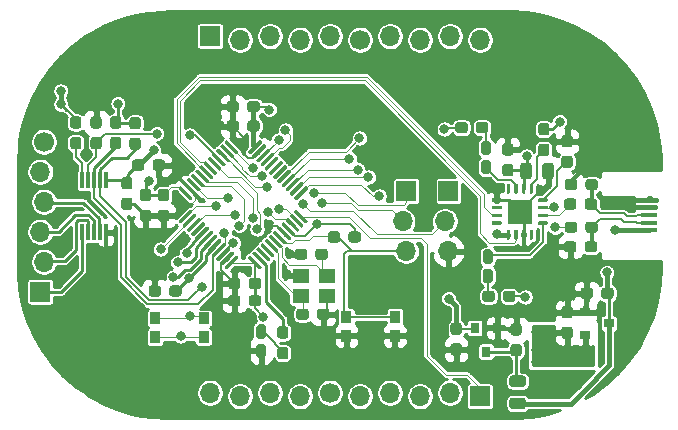
<source format=gbr>
%TF.GenerationSoftware,KiCad,Pcbnew,(5.1.6)-1*%
%TF.CreationDate,2021-01-10T13:33:15-07:00*%
%TF.ProjectId,AltoidsSmall,416c746f-6964-4735-936d-616c6c2e6b69,rev?*%
%TF.SameCoordinates,Original*%
%TF.FileFunction,Copper,L1,Top*%
%TF.FilePolarity,Positive*%
%FSLAX46Y46*%
G04 Gerber Fmt 4.6, Leading zero omitted, Abs format (unit mm)*
G04 Created by KiCad (PCBNEW (5.1.6)-1) date 2021-01-10 13:33:15*
%MOMM*%
%LPD*%
G01*
G04 APERTURE LIST*
%TA.AperFunction,SMDPad,CuDef*%
%ADD10R,1.400000X1.200000*%
%TD*%
%TA.AperFunction,SMDPad,CuDef*%
%ADD11R,0.800000X0.900000*%
%TD*%
%TA.AperFunction,SMDPad,CuDef*%
%ADD12R,0.900000X1.000000*%
%TD*%
%TA.AperFunction,SMDPad,CuDef*%
%ADD13R,1.350000X0.400000*%
%TD*%
%TA.AperFunction,SMDPad,CuDef*%
%ADD14R,0.300000X1.400000*%
%TD*%
%TA.AperFunction,SMDPad,CuDef*%
%ADD15R,2.100000X2.100000*%
%TD*%
%TA.AperFunction,ComponentPad*%
%ADD16C,1.700000*%
%TD*%
%TA.AperFunction,ComponentPad*%
%ADD17O,1.700000X1.700000*%
%TD*%
%TA.AperFunction,ComponentPad*%
%ADD18R,1.700000X1.700000*%
%TD*%
%TA.AperFunction,SMDPad,CuDef*%
%ADD19R,0.900000X0.800000*%
%TD*%
%TA.AperFunction,ViaPad*%
%ADD20C,0.800000*%
%TD*%
%TA.AperFunction,Conductor*%
%ADD21C,0.200000*%
%TD*%
%TA.AperFunction,Conductor*%
%ADD22C,0.228600*%
%TD*%
%TA.AperFunction,Conductor*%
%ADD23C,0.203200*%
%TD*%
%TA.AperFunction,Conductor*%
%ADD24C,0.101600*%
%TD*%
%TA.AperFunction,Conductor*%
%ADD25C,0.254000*%
%TD*%
%TA.AperFunction,Conductor*%
%ADD26C,0.152400*%
%TD*%
%TA.AperFunction,Conductor*%
%ADD27C,0.381000*%
%TD*%
%TA.AperFunction,Conductor*%
%ADD28C,0.304800*%
%TD*%
%TA.AperFunction,Conductor*%
%ADD29C,0.250000*%
%TD*%
G04 APERTURE END LIST*
%TO.P,D3,2*%
%TO.N,Net-(D3-Pad2)*%
%TA.AperFunction,SMDPad,CuDef*%
G36*
G01*
X158855000Y-122056500D02*
X159280000Y-122056500D01*
G75*
G02*
X159492500Y-122269000I0J-212500D01*
G01*
X159492500Y-123069000D01*
G75*
G02*
X159280000Y-123281500I-212500J0D01*
G01*
X158855000Y-123281500D01*
G75*
G02*
X158642500Y-123069000I0J212500D01*
G01*
X158642500Y-122269000D01*
G75*
G02*
X158855000Y-122056500I212500J0D01*
G01*
G37*
%TD.AperFunction*%
%TO.P,D3,1*%
%TO.N,Net-(D3-Pad1)*%
%TA.AperFunction,SMDPad,CuDef*%
G36*
G01*
X158855000Y-120431500D02*
X159280000Y-120431500D01*
G75*
G02*
X159492500Y-120644000I0J-212500D01*
G01*
X159492500Y-121444000D01*
G75*
G02*
X159280000Y-121656500I-212500J0D01*
G01*
X158855000Y-121656500D01*
G75*
G02*
X158642500Y-121444000I0J212500D01*
G01*
X158642500Y-120644000D01*
G75*
G02*
X158855000Y-120431500I212500J0D01*
G01*
G37*
%TD.AperFunction*%
%TD*%
%TO.P,D2,2*%
%TO.N,Net-(D2-Pad2)*%
%TA.AperFunction,SMDPad,CuDef*%
G36*
G01*
X159153000Y-112449000D02*
X158728000Y-112449000D01*
G75*
G02*
X158515500Y-112236500I0J212500D01*
G01*
X158515500Y-111436500D01*
G75*
G02*
X158728000Y-111224000I212500J0D01*
G01*
X159153000Y-111224000D01*
G75*
G02*
X159365500Y-111436500I0J-212500D01*
G01*
X159365500Y-112236500D01*
G75*
G02*
X159153000Y-112449000I-212500J0D01*
G01*
G37*
%TD.AperFunction*%
%TO.P,D2,1*%
%TO.N,Net-(D2-Pad1)*%
%TA.AperFunction,SMDPad,CuDef*%
G36*
G01*
X159153000Y-114074000D02*
X158728000Y-114074000D01*
G75*
G02*
X158515500Y-113861500I0J212500D01*
G01*
X158515500Y-113061500D01*
G75*
G02*
X158728000Y-112849000I212500J0D01*
G01*
X159153000Y-112849000D01*
G75*
G02*
X159365500Y-113061500I0J-212500D01*
G01*
X159365500Y-113861500D01*
G75*
G02*
X159153000Y-114074000I-212500J0D01*
G01*
G37*
%TD.AperFunction*%
%TD*%
%TO.P,D1,2*%
%TO.N,Net-(D1-Pad2)*%
%TA.AperFunction,SMDPad,CuDef*%
G36*
G01*
X140103000Y-128006500D02*
X139678000Y-128006500D01*
G75*
G02*
X139465500Y-127794000I0J212500D01*
G01*
X139465500Y-126994000D01*
G75*
G02*
X139678000Y-126781500I212500J0D01*
G01*
X140103000Y-126781500D01*
G75*
G02*
X140315500Y-126994000I0J-212500D01*
G01*
X140315500Y-127794000D01*
G75*
G02*
X140103000Y-128006500I-212500J0D01*
G01*
G37*
%TD.AperFunction*%
%TO.P,D1,1*%
%TO.N,GND*%
%TA.AperFunction,SMDPad,CuDef*%
G36*
G01*
X140103000Y-129631500D02*
X139678000Y-129631500D01*
G75*
G02*
X139465500Y-129419000I0J212500D01*
G01*
X139465500Y-128619000D01*
G75*
G02*
X139678000Y-128406500I212500J0D01*
G01*
X140103000Y-128406500D01*
G75*
G02*
X140315500Y-128619000I0J-212500D01*
G01*
X140315500Y-129419000D01*
G75*
G02*
X140103000Y-129631500I-212500J0D01*
G01*
G37*
%TD.AperFunction*%
%TD*%
%TO.P,C19,2*%
%TO.N,GND*%
%TA.AperFunction,SMDPad,CuDef*%
G36*
G01*
X143795000Y-120603000D02*
X143795000Y-121078000D01*
G75*
G02*
X143557500Y-121315500I-237500J0D01*
G01*
X142982500Y-121315500D01*
G75*
G02*
X142745000Y-121078000I0J237500D01*
G01*
X142745000Y-120603000D01*
G75*
G02*
X142982500Y-120365500I237500J0D01*
G01*
X143557500Y-120365500D01*
G75*
G02*
X143795000Y-120603000I0J-237500D01*
G01*
G37*
%TD.AperFunction*%
%TO.P,C19,1*%
%TO.N,Net-(C19-Pad1)*%
%TA.AperFunction,SMDPad,CuDef*%
G36*
G01*
X145545000Y-120603000D02*
X145545000Y-121078000D01*
G75*
G02*
X145307500Y-121315500I-237500J0D01*
G01*
X144732500Y-121315500D01*
G75*
G02*
X144495000Y-121078000I0J237500D01*
G01*
X144495000Y-120603000D01*
G75*
G02*
X144732500Y-120365500I237500J0D01*
G01*
X145307500Y-120365500D01*
G75*
G02*
X145545000Y-120603000I0J-237500D01*
G01*
G37*
%TD.AperFunction*%
%TD*%
D10*
%TO.P,Y1,4*%
%TO.N,GND*%
X143235500Y-122657500D03*
%TO.P,Y1,3*%
%TO.N,Net-(C19-Pad1)*%
X145435500Y-122657500D03*
%TO.P,Y1,2*%
%TO.N,GND*%
X145435500Y-124357500D03*
%TO.P,Y1,1*%
%TO.N,Net-(C18-Pad1)*%
X143235500Y-124357500D03*
%TD*%
D11*
%TO.P,U6,3*%
%TO.N,Net-(C16-Pad1)*%
X158940500Y-129079500D03*
%TO.P,U6,2*%
%TO.N,VDDA*%
X157990500Y-127079500D03*
%TO.P,U6,1*%
%TO.N,GND*%
X159890500Y-127079500D03*
%TD*%
%TO.P,FB1,2*%
%TO.N,VBUS*%
%TA.AperFunction,SMDPad,CuDef*%
G36*
G01*
X161151250Y-132974500D02*
X162063750Y-132974500D01*
G75*
G02*
X162307500Y-133218250I0J-243750D01*
G01*
X162307500Y-133705750D01*
G75*
G02*
X162063750Y-133949500I-243750J0D01*
G01*
X161151250Y-133949500D01*
G75*
G02*
X160907500Y-133705750I0J243750D01*
G01*
X160907500Y-133218250D01*
G75*
G02*
X161151250Y-132974500I243750J0D01*
G01*
G37*
%TD.AperFunction*%
%TO.P,FB1,1*%
%TO.N,Net-(C16-Pad1)*%
%TA.AperFunction,SMDPad,CuDef*%
G36*
G01*
X161151250Y-131099500D02*
X162063750Y-131099500D01*
G75*
G02*
X162307500Y-131343250I0J-243750D01*
G01*
X162307500Y-131830750D01*
G75*
G02*
X162063750Y-132074500I-243750J0D01*
G01*
X161151250Y-132074500D01*
G75*
G02*
X160907500Y-131830750I0J243750D01*
G01*
X160907500Y-131343250D01*
G75*
G02*
X161151250Y-131099500I243750J0D01*
G01*
G37*
%TD.AperFunction*%
%TD*%
%TO.P,C18,2*%
%TO.N,GND*%
%TA.AperFunction,SMDPad,CuDef*%
G36*
G01*
X144622000Y-126158000D02*
X144622000Y-125683000D01*
G75*
G02*
X144859500Y-125445500I237500J0D01*
G01*
X145434500Y-125445500D01*
G75*
G02*
X145672000Y-125683000I0J-237500D01*
G01*
X145672000Y-126158000D01*
G75*
G02*
X145434500Y-126395500I-237500J0D01*
G01*
X144859500Y-126395500D01*
G75*
G02*
X144622000Y-126158000I0J237500D01*
G01*
G37*
%TD.AperFunction*%
%TO.P,C18,1*%
%TO.N,Net-(C18-Pad1)*%
%TA.AperFunction,SMDPad,CuDef*%
G36*
G01*
X142872000Y-126158000D02*
X142872000Y-125683000D01*
G75*
G02*
X143109500Y-125445500I237500J0D01*
G01*
X143684500Y-125445500D01*
G75*
G02*
X143922000Y-125683000I0J-237500D01*
G01*
X143922000Y-126158000D01*
G75*
G02*
X143684500Y-126395500I-237500J0D01*
G01*
X143109500Y-126395500D01*
G75*
G02*
X142872000Y-126158000I0J237500D01*
G01*
G37*
%TD.AperFunction*%
%TD*%
%TO.P,C17,2*%
%TO.N,GND*%
%TA.AperFunction,SMDPad,CuDef*%
G36*
G01*
X156163000Y-128366000D02*
X156638000Y-128366000D01*
G75*
G02*
X156875500Y-128603500I0J-237500D01*
G01*
X156875500Y-129178500D01*
G75*
G02*
X156638000Y-129416000I-237500J0D01*
G01*
X156163000Y-129416000D01*
G75*
G02*
X155925500Y-129178500I0J237500D01*
G01*
X155925500Y-128603500D01*
G75*
G02*
X156163000Y-128366000I237500J0D01*
G01*
G37*
%TD.AperFunction*%
%TO.P,C17,1*%
%TO.N,VDDA*%
%TA.AperFunction,SMDPad,CuDef*%
G36*
G01*
X156163000Y-126616000D02*
X156638000Y-126616000D01*
G75*
G02*
X156875500Y-126853500I0J-237500D01*
G01*
X156875500Y-127428500D01*
G75*
G02*
X156638000Y-127666000I-237500J0D01*
G01*
X156163000Y-127666000D01*
G75*
G02*
X155925500Y-127428500I0J237500D01*
G01*
X155925500Y-126853500D01*
G75*
G02*
X156163000Y-126616000I237500J0D01*
G01*
G37*
%TD.AperFunction*%
%TD*%
%TO.P,C16,2*%
%TO.N,GND*%
%TA.AperFunction,SMDPad,CuDef*%
G36*
G01*
X161718000Y-127729500D02*
X161243000Y-127729500D01*
G75*
G02*
X161005500Y-127492000I0J237500D01*
G01*
X161005500Y-126917000D01*
G75*
G02*
X161243000Y-126679500I237500J0D01*
G01*
X161718000Y-126679500D01*
G75*
G02*
X161955500Y-126917000I0J-237500D01*
G01*
X161955500Y-127492000D01*
G75*
G02*
X161718000Y-127729500I-237500J0D01*
G01*
G37*
%TD.AperFunction*%
%TO.P,C16,1*%
%TO.N,Net-(C16-Pad1)*%
%TA.AperFunction,SMDPad,CuDef*%
G36*
G01*
X161718000Y-129479500D02*
X161243000Y-129479500D01*
G75*
G02*
X161005500Y-129242000I0J237500D01*
G01*
X161005500Y-128667000D01*
G75*
G02*
X161243000Y-128429500I237500J0D01*
G01*
X161718000Y-128429500D01*
G75*
G02*
X161955500Y-128667000I0J-237500D01*
G01*
X161955500Y-129242000D01*
G75*
G02*
X161718000Y-129479500I-237500J0D01*
G01*
G37*
%TD.AperFunction*%
%TD*%
%TO.P,C13,2*%
%TO.N,GND*%
%TA.AperFunction,SMDPad,CuDef*%
G36*
G01*
X163708500Y-114248250D02*
X163708500Y-113335750D01*
G75*
G02*
X163952250Y-113092000I243750J0D01*
G01*
X164439750Y-113092000D01*
G75*
G02*
X164683500Y-113335750I0J-243750D01*
G01*
X164683500Y-114248250D01*
G75*
G02*
X164439750Y-114492000I-243750J0D01*
G01*
X163952250Y-114492000D01*
G75*
G02*
X163708500Y-114248250I0J243750D01*
G01*
G37*
%TD.AperFunction*%
%TO.P,C13,1*%
%TO.N,VBUS*%
%TA.AperFunction,SMDPad,CuDef*%
G36*
G01*
X161833500Y-114248250D02*
X161833500Y-113335750D01*
G75*
G02*
X162077250Y-113092000I243750J0D01*
G01*
X162564750Y-113092000D01*
G75*
G02*
X162808500Y-113335750I0J-243750D01*
G01*
X162808500Y-114248250D01*
G75*
G02*
X162564750Y-114492000I-243750J0D01*
G01*
X162077250Y-114492000D01*
G75*
G02*
X161833500Y-114248250I0J243750D01*
G01*
G37*
%TD.AperFunction*%
%TD*%
D12*
%TO.P,SW2,2*%
%TO.N,/MCU/~RST*%
X147111500Y-126136500D03*
%TO.P,SW2,1*%
%TO.N,GND*%
X147111500Y-127736500D03*
%TO.P,SW2,2*%
%TO.N,/MCU/~RST*%
X151211500Y-126136500D03*
%TO.P,SW2,1*%
%TO.N,GND*%
X151211500Y-127736500D03*
%TD*%
%TO.P,SW1,2*%
%TO.N,Net-(R4-Pad1)*%
X130919000Y-126263500D03*
%TO.P,SW1,1*%
%TO.N,+3V3*%
X130919000Y-127863500D03*
%TO.P,SW1,2*%
%TO.N,Net-(R4-Pad1)*%
X135019000Y-126263500D03*
%TO.P,SW1,1*%
%TO.N,+3V3*%
X135019000Y-127863500D03*
%TD*%
%TO.P,C12,2*%
%TO.N,GND*%
%TA.AperFunction,SMDPad,CuDef*%
G36*
G01*
X161019500Y-112489500D02*
X160544500Y-112489500D01*
G75*
G02*
X160307000Y-112252000I0J237500D01*
G01*
X160307000Y-111677000D01*
G75*
G02*
X160544500Y-111439500I237500J0D01*
G01*
X161019500Y-111439500D01*
G75*
G02*
X161257000Y-111677000I0J-237500D01*
G01*
X161257000Y-112252000D01*
G75*
G02*
X161019500Y-112489500I-237500J0D01*
G01*
G37*
%TD.AperFunction*%
%TO.P,C12,1*%
%TO.N,VBUS*%
%TA.AperFunction,SMDPad,CuDef*%
G36*
G01*
X161019500Y-114239500D02*
X160544500Y-114239500D01*
G75*
G02*
X160307000Y-114002000I0J237500D01*
G01*
X160307000Y-113427000D01*
G75*
G02*
X160544500Y-113189500I237500J0D01*
G01*
X161019500Y-113189500D01*
G75*
G02*
X161257000Y-113427000I0J-237500D01*
G01*
X161257000Y-114002000D01*
G75*
G02*
X161019500Y-114239500I-237500J0D01*
G01*
G37*
%TD.AperFunction*%
%TD*%
D13*
%TO.P,U4,1*%
%TO.N,VBUS*%
X172739600Y-118820000D03*
%TO.P,U4,3*%
%TO.N,/USB2FTDI/D+*%
X172739600Y-117520000D03*
%TO.P,U4,5*%
%TO.N,GND*%
X172739600Y-116220000D03*
%TO.P,U4,2*%
%TO.N,/USB2FTDI/D-*%
X172739600Y-118170000D03*
%TO.P,U4,4*%
%TO.N,GND*%
X172739600Y-116870000D03*
%TD*%
D14*
%TO.P,U5,10*%
%TO.N,GND*%
X126730000Y-118976500D03*
%TO.P,U5,9*%
%TO.N,Net-(J5-Pad4)*%
X126230000Y-118976500D03*
%TO.P,U5,8*%
%TO.N,Net-(J5-Pad3)*%
X125730000Y-118976500D03*
%TO.P,U5,7*%
%TO.N,Net-(J5-Pad2)*%
X125230000Y-118976500D03*
%TO.P,U5,6*%
%TO.N,Net-(J5-Pad1)*%
X124730000Y-118976500D03*
%TO.P,U5,5*%
%TO.N,Net-(R11-Pad2)*%
X124730000Y-114576500D03*
%TO.P,U5,4*%
%TO.N,/DAC/~LDAC*%
X125230000Y-114576500D03*
%TO.P,U5,3*%
%TO.N,/DAC/SCL*%
X125730000Y-114576500D03*
%TO.P,U5,2*%
%TO.N,/DAC/SDA*%
X126230000Y-114576500D03*
%TO.P,U5,1*%
%TO.N,VDDA*%
X126730000Y-114576500D03*
%TD*%
D15*
%TO.P,U3,17*%
%TO.N,GND*%
X161798000Y-117221000D03*
%TO.P,U3,16*%
%TO.N,N/C*%
%TA.AperFunction,SMDPad,CuDef*%
G36*
G01*
X160198000Y-118346000D02*
X159498000Y-118346000D01*
G75*
G02*
X159423000Y-118271000I0J75000D01*
G01*
X159423000Y-118121000D01*
G75*
G02*
X159498000Y-118046000I75000J0D01*
G01*
X160198000Y-118046000D01*
G75*
G02*
X160273000Y-118121000I0J-75000D01*
G01*
X160273000Y-118271000D01*
G75*
G02*
X160198000Y-118346000I-75000J0D01*
G01*
G37*
%TD.AperFunction*%
%TO.P,U3,15*%
%TO.N,/MCU/RXS*%
%TA.AperFunction,SMDPad,CuDef*%
G36*
G01*
X160198000Y-117696000D02*
X159498000Y-117696000D01*
G75*
G02*
X159423000Y-117621000I0J75000D01*
G01*
X159423000Y-117471000D01*
G75*
G02*
X159498000Y-117396000I75000J0D01*
G01*
X160198000Y-117396000D01*
G75*
G02*
X160273000Y-117471000I0J-75000D01*
G01*
X160273000Y-117621000D01*
G75*
G02*
X160198000Y-117696000I-75000J0D01*
G01*
G37*
%TD.AperFunction*%
%TO.P,U3,14*%
%TO.N,N/C*%
%TA.AperFunction,SMDPad,CuDef*%
G36*
G01*
X160198000Y-117046000D02*
X159498000Y-117046000D01*
G75*
G02*
X159423000Y-116971000I0J75000D01*
G01*
X159423000Y-116821000D01*
G75*
G02*
X159498000Y-116746000I75000J0D01*
G01*
X160198000Y-116746000D01*
G75*
G02*
X160273000Y-116821000I0J-75000D01*
G01*
X160273000Y-116971000D01*
G75*
G02*
X160198000Y-117046000I-75000J0D01*
G01*
G37*
%TD.AperFunction*%
%TO.P,U3,13*%
%TO.N,GND*%
%TA.AperFunction,SMDPad,CuDef*%
G36*
G01*
X160198000Y-116396000D02*
X159498000Y-116396000D01*
G75*
G02*
X159423000Y-116321000I0J75000D01*
G01*
X159423000Y-116171000D01*
G75*
G02*
X159498000Y-116096000I75000J0D01*
G01*
X160198000Y-116096000D01*
G75*
G02*
X160273000Y-116171000I0J-75000D01*
G01*
X160273000Y-116321000D01*
G75*
G02*
X160198000Y-116396000I-75000J0D01*
G01*
G37*
%TD.AperFunction*%
%TO.P,U3,12*%
%TO.N,N/C*%
%TA.AperFunction,SMDPad,CuDef*%
G36*
G01*
X160898000Y-115696000D02*
X160748000Y-115696000D01*
G75*
G02*
X160673000Y-115621000I0J75000D01*
G01*
X160673000Y-114921000D01*
G75*
G02*
X160748000Y-114846000I75000J0D01*
G01*
X160898000Y-114846000D01*
G75*
G02*
X160973000Y-114921000I0J-75000D01*
G01*
X160973000Y-115621000D01*
G75*
G02*
X160898000Y-115696000I-75000J0D01*
G01*
G37*
%TD.AperFunction*%
%TO.P,U3,11*%
%TO.N,Net-(D2-Pad1)*%
%TA.AperFunction,SMDPad,CuDef*%
G36*
G01*
X161548000Y-115696000D02*
X161398000Y-115696000D01*
G75*
G02*
X161323000Y-115621000I0J75000D01*
G01*
X161323000Y-114921000D01*
G75*
G02*
X161398000Y-114846000I75000J0D01*
G01*
X161548000Y-114846000D01*
G75*
G02*
X161623000Y-114921000I0J-75000D01*
G01*
X161623000Y-115621000D01*
G75*
G02*
X161548000Y-115696000I-75000J0D01*
G01*
G37*
%TD.AperFunction*%
%TO.P,U3,10*%
%TO.N,VBUS*%
%TA.AperFunction,SMDPad,CuDef*%
G36*
G01*
X162198000Y-115696000D02*
X162048000Y-115696000D01*
G75*
G02*
X161973000Y-115621000I0J75000D01*
G01*
X161973000Y-114921000D01*
G75*
G02*
X162048000Y-114846000I75000J0D01*
G01*
X162198000Y-114846000D01*
G75*
G02*
X162273000Y-114921000I0J-75000D01*
G01*
X162273000Y-115621000D01*
G75*
G02*
X162198000Y-115696000I-75000J0D01*
G01*
G37*
%TD.AperFunction*%
%TO.P,U3,9*%
%TO.N,Net-(R6-Pad1)*%
%TA.AperFunction,SMDPad,CuDef*%
G36*
G01*
X162848000Y-115696000D02*
X162698000Y-115696000D01*
G75*
G02*
X162623000Y-115621000I0J75000D01*
G01*
X162623000Y-114921000D01*
G75*
G02*
X162698000Y-114846000I75000J0D01*
G01*
X162848000Y-114846000D01*
G75*
G02*
X162923000Y-114921000I0J-75000D01*
G01*
X162923000Y-115621000D01*
G75*
G02*
X162848000Y-115696000I-75000J0D01*
G01*
G37*
%TD.AperFunction*%
%TO.P,U3,8*%
%TO.N,Net-(C9-Pad1)*%
%TA.AperFunction,SMDPad,CuDef*%
G36*
G01*
X164098000Y-116396000D02*
X163398000Y-116396000D01*
G75*
G02*
X163323000Y-116321000I0J75000D01*
G01*
X163323000Y-116171000D01*
G75*
G02*
X163398000Y-116096000I75000J0D01*
G01*
X164098000Y-116096000D01*
G75*
G02*
X164173000Y-116171000I0J-75000D01*
G01*
X164173000Y-116321000D01*
G75*
G02*
X164098000Y-116396000I-75000J0D01*
G01*
G37*
%TD.AperFunction*%
%TO.P,U3,7*%
%TO.N,/USB2FTDI/DR-*%
%TA.AperFunction,SMDPad,CuDef*%
G36*
G01*
X164098000Y-117046000D02*
X163398000Y-117046000D01*
G75*
G02*
X163323000Y-116971000I0J75000D01*
G01*
X163323000Y-116821000D01*
G75*
G02*
X163398000Y-116746000I75000J0D01*
G01*
X164098000Y-116746000D01*
G75*
G02*
X164173000Y-116821000I0J-75000D01*
G01*
X164173000Y-116971000D01*
G75*
G02*
X164098000Y-117046000I-75000J0D01*
G01*
G37*
%TD.AperFunction*%
%TO.P,U3,6*%
%TO.N,/USB2FTDI/DR+*%
%TA.AperFunction,SMDPad,CuDef*%
G36*
G01*
X164098000Y-117696000D02*
X163398000Y-117696000D01*
G75*
G02*
X163323000Y-117621000I0J75000D01*
G01*
X163323000Y-117471000D01*
G75*
G02*
X163398000Y-117396000I75000J0D01*
G01*
X164098000Y-117396000D01*
G75*
G02*
X164173000Y-117471000I0J-75000D01*
G01*
X164173000Y-117621000D01*
G75*
G02*
X164098000Y-117696000I-75000J0D01*
G01*
G37*
%TD.AperFunction*%
%TO.P,U3,5*%
%TO.N,Net-(D3-Pad1)*%
%TA.AperFunction,SMDPad,CuDef*%
G36*
G01*
X164098000Y-118346000D02*
X163398000Y-118346000D01*
G75*
G02*
X163323000Y-118271000I0J75000D01*
G01*
X163323000Y-118121000D01*
G75*
G02*
X163398000Y-118046000I75000J0D01*
G01*
X164098000Y-118046000D01*
G75*
G02*
X164173000Y-118121000I0J-75000D01*
G01*
X164173000Y-118271000D01*
G75*
G02*
X164098000Y-118346000I-75000J0D01*
G01*
G37*
%TD.AperFunction*%
%TO.P,U3,4*%
%TO.N,N/C*%
%TA.AperFunction,SMDPad,CuDef*%
G36*
G01*
X162848000Y-119596000D02*
X162698000Y-119596000D01*
G75*
G02*
X162623000Y-119521000I0J75000D01*
G01*
X162623000Y-118821000D01*
G75*
G02*
X162698000Y-118746000I75000J0D01*
G01*
X162848000Y-118746000D01*
G75*
G02*
X162923000Y-118821000I0J-75000D01*
G01*
X162923000Y-119521000D01*
G75*
G02*
X162848000Y-119596000I-75000J0D01*
G01*
G37*
%TD.AperFunction*%
%TO.P,U3,3*%
%TO.N,GND*%
%TA.AperFunction,SMDPad,CuDef*%
G36*
G01*
X162198000Y-119596000D02*
X162048000Y-119596000D01*
G75*
G02*
X161973000Y-119521000I0J75000D01*
G01*
X161973000Y-118821000D01*
G75*
G02*
X162048000Y-118746000I75000J0D01*
G01*
X162198000Y-118746000D01*
G75*
G02*
X162273000Y-118821000I0J-75000D01*
G01*
X162273000Y-119521000D01*
G75*
G02*
X162198000Y-119596000I-75000J0D01*
G01*
G37*
%TD.AperFunction*%
%TO.P,U3,2*%
%TO.N,/USB2FTDI/RXM*%
%TA.AperFunction,SMDPad,CuDef*%
G36*
G01*
X161548000Y-119596000D02*
X161398000Y-119596000D01*
G75*
G02*
X161323000Y-119521000I0J75000D01*
G01*
X161323000Y-118821000D01*
G75*
G02*
X161398000Y-118746000I75000J0D01*
G01*
X161548000Y-118746000D01*
G75*
G02*
X161623000Y-118821000I0J-75000D01*
G01*
X161623000Y-119521000D01*
G75*
G02*
X161548000Y-119596000I-75000J0D01*
G01*
G37*
%TD.AperFunction*%
%TO.P,U3,1*%
%TO.N,+3V3*%
%TA.AperFunction,SMDPad,CuDef*%
G36*
G01*
X160898000Y-119596000D02*
X160748000Y-119596000D01*
G75*
G02*
X160673000Y-119521000I0J75000D01*
G01*
X160673000Y-118821000D01*
G75*
G02*
X160748000Y-118746000I75000J0D01*
G01*
X160898000Y-118746000D01*
G75*
G02*
X160973000Y-118821000I0J-75000D01*
G01*
X160973000Y-119521000D01*
G75*
G02*
X160898000Y-119596000I-75000J0D01*
G01*
G37*
%TD.AperFunction*%
%TD*%
%TO.P,R12,2*%
%TO.N,GND*%
%TA.AperFunction,SMDPad,CuDef*%
G36*
G01*
X126158000Y-110203500D02*
X125683000Y-110203500D01*
G75*
G02*
X125445500Y-109966000I0J237500D01*
G01*
X125445500Y-109391000D01*
G75*
G02*
X125683000Y-109153500I237500J0D01*
G01*
X126158000Y-109153500D01*
G75*
G02*
X126395500Y-109391000I0J-237500D01*
G01*
X126395500Y-109966000D01*
G75*
G02*
X126158000Y-110203500I-237500J0D01*
G01*
G37*
%TD.AperFunction*%
%TO.P,R12,1*%
%TO.N,/DAC/~LDAC*%
%TA.AperFunction,SMDPad,CuDef*%
G36*
G01*
X126158000Y-111953500D02*
X125683000Y-111953500D01*
G75*
G02*
X125445500Y-111716000I0J237500D01*
G01*
X125445500Y-111141000D01*
G75*
G02*
X125683000Y-110903500I237500J0D01*
G01*
X126158000Y-110903500D01*
G75*
G02*
X126395500Y-111141000I0J-237500D01*
G01*
X126395500Y-111716000D01*
G75*
G02*
X126158000Y-111953500I-237500J0D01*
G01*
G37*
%TD.AperFunction*%
%TD*%
%TO.P,R11,2*%
%TO.N,Net-(R11-Pad2)*%
%TA.AperFunction,SMDPad,CuDef*%
G36*
G01*
X123968500Y-110903500D02*
X124443500Y-110903500D01*
G75*
G02*
X124681000Y-111141000I0J-237500D01*
G01*
X124681000Y-111716000D01*
G75*
G02*
X124443500Y-111953500I-237500J0D01*
G01*
X123968500Y-111953500D01*
G75*
G02*
X123731000Y-111716000I0J237500D01*
G01*
X123731000Y-111141000D01*
G75*
G02*
X123968500Y-110903500I237500J0D01*
G01*
G37*
%TD.AperFunction*%
%TO.P,R11,1*%
%TO.N,VDDA*%
%TA.AperFunction,SMDPad,CuDef*%
G36*
G01*
X123968500Y-109153500D02*
X124443500Y-109153500D01*
G75*
G02*
X124681000Y-109391000I0J-237500D01*
G01*
X124681000Y-109966000D01*
G75*
G02*
X124443500Y-110203500I-237500J0D01*
G01*
X123968500Y-110203500D01*
G75*
G02*
X123731000Y-109966000I0J237500D01*
G01*
X123731000Y-109391000D01*
G75*
G02*
X123968500Y-109153500I237500J0D01*
G01*
G37*
%TD.AperFunction*%
%TD*%
%TO.P,R10,2*%
%TO.N,Net-(D3-Pad2)*%
%TA.AperFunction,SMDPad,CuDef*%
G36*
G01*
X159670000Y-124159000D02*
X159670000Y-124634000D01*
G75*
G02*
X159432500Y-124871500I-237500J0D01*
G01*
X158857500Y-124871500D01*
G75*
G02*
X158620000Y-124634000I0J237500D01*
G01*
X158620000Y-124159000D01*
G75*
G02*
X158857500Y-123921500I237500J0D01*
G01*
X159432500Y-123921500D01*
G75*
G02*
X159670000Y-124159000I0J-237500D01*
G01*
G37*
%TD.AperFunction*%
%TO.P,R10,1*%
%TO.N,+3V3*%
%TA.AperFunction,SMDPad,CuDef*%
G36*
G01*
X161420000Y-124159000D02*
X161420000Y-124634000D01*
G75*
G02*
X161182500Y-124871500I-237500J0D01*
G01*
X160607500Y-124871500D01*
G75*
G02*
X160370000Y-124634000I0J237500D01*
G01*
X160370000Y-124159000D01*
G75*
G02*
X160607500Y-123921500I237500J0D01*
G01*
X161182500Y-123921500D01*
G75*
G02*
X161420000Y-124159000I0J-237500D01*
G01*
G37*
%TD.AperFunction*%
%TD*%
%TO.P,R9,2*%
%TO.N,Net-(D2-Pad2)*%
%TA.AperFunction,SMDPad,CuDef*%
G36*
G01*
X158084000Y-110346500D02*
X158084000Y-109871500D01*
G75*
G02*
X158321500Y-109634000I237500J0D01*
G01*
X158896500Y-109634000D01*
G75*
G02*
X159134000Y-109871500I0J-237500D01*
G01*
X159134000Y-110346500D01*
G75*
G02*
X158896500Y-110584000I-237500J0D01*
G01*
X158321500Y-110584000D01*
G75*
G02*
X158084000Y-110346500I0J237500D01*
G01*
G37*
%TD.AperFunction*%
%TO.P,R9,1*%
%TO.N,+3V3*%
%TA.AperFunction,SMDPad,CuDef*%
G36*
G01*
X156334000Y-110346500D02*
X156334000Y-109871500D01*
G75*
G02*
X156571500Y-109634000I237500J0D01*
G01*
X157146500Y-109634000D01*
G75*
G02*
X157384000Y-109871500I0J-237500D01*
G01*
X157384000Y-110346500D01*
G75*
G02*
X157146500Y-110584000I-237500J0D01*
G01*
X156571500Y-110584000D01*
G75*
G02*
X156334000Y-110346500I0J237500D01*
G01*
G37*
%TD.AperFunction*%
%TD*%
%TO.P,R8,2*%
%TO.N,/USB2FTDI/D+*%
%TA.AperFunction,SMDPad,CuDef*%
G36*
G01*
X167291500Y-116823500D02*
X167291500Y-116348500D01*
G75*
G02*
X167529000Y-116111000I237500J0D01*
G01*
X168104000Y-116111000D01*
G75*
G02*
X168341500Y-116348500I0J-237500D01*
G01*
X168341500Y-116823500D01*
G75*
G02*
X168104000Y-117061000I-237500J0D01*
G01*
X167529000Y-117061000D01*
G75*
G02*
X167291500Y-116823500I0J237500D01*
G01*
G37*
%TD.AperFunction*%
%TO.P,R8,1*%
%TO.N,/USB2FTDI/DR+*%
%TA.AperFunction,SMDPad,CuDef*%
G36*
G01*
X165541500Y-116823500D02*
X165541500Y-116348500D01*
G75*
G02*
X165779000Y-116111000I237500J0D01*
G01*
X166354000Y-116111000D01*
G75*
G02*
X166591500Y-116348500I0J-237500D01*
G01*
X166591500Y-116823500D01*
G75*
G02*
X166354000Y-117061000I-237500J0D01*
G01*
X165779000Y-117061000D01*
G75*
G02*
X165541500Y-116823500I0J237500D01*
G01*
G37*
%TD.AperFunction*%
%TD*%
%TO.P,R7,2*%
%TO.N,/USB2FTDI/D-*%
%TA.AperFunction,SMDPad,CuDef*%
G36*
G01*
X167355000Y-118792000D02*
X167355000Y-118317000D01*
G75*
G02*
X167592500Y-118079500I237500J0D01*
G01*
X168167500Y-118079500D01*
G75*
G02*
X168405000Y-118317000I0J-237500D01*
G01*
X168405000Y-118792000D01*
G75*
G02*
X168167500Y-119029500I-237500J0D01*
G01*
X167592500Y-119029500D01*
G75*
G02*
X167355000Y-118792000I0J237500D01*
G01*
G37*
%TD.AperFunction*%
%TO.P,R7,1*%
%TO.N,/USB2FTDI/DR-*%
%TA.AperFunction,SMDPad,CuDef*%
G36*
G01*
X165605000Y-118792000D02*
X165605000Y-118317000D01*
G75*
G02*
X165842500Y-118079500I237500J0D01*
G01*
X166417500Y-118079500D01*
G75*
G02*
X166655000Y-118317000I0J-237500D01*
G01*
X166655000Y-118792000D01*
G75*
G02*
X166417500Y-119029500I-237500J0D01*
G01*
X165842500Y-119029500D01*
G75*
G02*
X165605000Y-118792000I0J237500D01*
G01*
G37*
%TD.AperFunction*%
%TD*%
%TO.P,R6,2*%
%TO.N,+3V3*%
%TA.AperFunction,SMDPad,CuDef*%
G36*
G01*
X164067500Y-110775000D02*
X163592500Y-110775000D01*
G75*
G02*
X163355000Y-110537500I0J237500D01*
G01*
X163355000Y-109962500D01*
G75*
G02*
X163592500Y-109725000I237500J0D01*
G01*
X164067500Y-109725000D01*
G75*
G02*
X164305000Y-109962500I0J-237500D01*
G01*
X164305000Y-110537500D01*
G75*
G02*
X164067500Y-110775000I-237500J0D01*
G01*
G37*
%TD.AperFunction*%
%TO.P,R6,1*%
%TO.N,Net-(R6-Pad1)*%
%TA.AperFunction,SMDPad,CuDef*%
G36*
G01*
X164067500Y-112525000D02*
X163592500Y-112525000D01*
G75*
G02*
X163355000Y-112287500I0J237500D01*
G01*
X163355000Y-111712500D01*
G75*
G02*
X163592500Y-111475000I237500J0D01*
G01*
X164067500Y-111475000D01*
G75*
G02*
X164305000Y-111712500I0J-237500D01*
G01*
X164305000Y-112287500D01*
G75*
G02*
X164067500Y-112525000I-237500J0D01*
G01*
G37*
%TD.AperFunction*%
%TD*%
D16*
%TO.P,J5,6*%
%TO.N,/DAC/ADC1*%
X121500900Y-111312000D03*
D17*
%TO.P,J5,5*%
%TO.N,/DAC/ADC0*%
X121196100Y-113852000D03*
D18*
%TO.P,J5,1*%
%TO.N,Net-(J5-Pad1)*%
X121196100Y-124012000D03*
D17*
%TO.P,J5,4*%
%TO.N,Net-(J5-Pad4)*%
X121500900Y-116392000D03*
%TO.P,J5,3*%
%TO.N,Net-(J5-Pad3)*%
X121196100Y-118932000D03*
%TO.P,J5,2*%
%TO.N,Net-(J5-Pad2)*%
X121500900Y-121472000D03*
%TD*%
%TO.P,C15,2*%
%TO.N,GND*%
%TA.AperFunction,SMDPad,CuDef*%
G36*
G01*
X130715500Y-113521500D02*
X130715500Y-113046500D01*
G75*
G02*
X130953000Y-112809000I237500J0D01*
G01*
X131528000Y-112809000D01*
G75*
G02*
X131765500Y-113046500I0J-237500D01*
G01*
X131765500Y-113521500D01*
G75*
G02*
X131528000Y-113759000I-237500J0D01*
G01*
X130953000Y-113759000D01*
G75*
G02*
X130715500Y-113521500I0J237500D01*
G01*
G37*
%TD.AperFunction*%
%TO.P,C15,1*%
%TO.N,VDDA*%
%TA.AperFunction,SMDPad,CuDef*%
G36*
G01*
X128965500Y-113521500D02*
X128965500Y-113046500D01*
G75*
G02*
X129203000Y-112809000I237500J0D01*
G01*
X129778000Y-112809000D01*
G75*
G02*
X130015500Y-113046500I0J-237500D01*
G01*
X130015500Y-113521500D01*
G75*
G02*
X129778000Y-113759000I-237500J0D01*
G01*
X129203000Y-113759000D01*
G75*
G02*
X128965500Y-113521500I0J237500D01*
G01*
G37*
%TD.AperFunction*%
%TD*%
%TO.P,C14,2*%
%TO.N,GND*%
%TA.AperFunction,SMDPad,CuDef*%
G36*
G01*
X128286500Y-116047000D02*
X128761500Y-116047000D01*
G75*
G02*
X128999000Y-116284500I0J-237500D01*
G01*
X128999000Y-116859500D01*
G75*
G02*
X128761500Y-117097000I-237500J0D01*
G01*
X128286500Y-117097000D01*
G75*
G02*
X128049000Y-116859500I0J237500D01*
G01*
X128049000Y-116284500D01*
G75*
G02*
X128286500Y-116047000I237500J0D01*
G01*
G37*
%TD.AperFunction*%
%TO.P,C14,1*%
%TO.N,VDDA*%
%TA.AperFunction,SMDPad,CuDef*%
G36*
G01*
X128286500Y-114297000D02*
X128761500Y-114297000D01*
G75*
G02*
X128999000Y-114534500I0J-237500D01*
G01*
X128999000Y-115109500D01*
G75*
G02*
X128761500Y-115347000I-237500J0D01*
G01*
X128286500Y-115347000D01*
G75*
G02*
X128049000Y-115109500I0J237500D01*
G01*
X128049000Y-114534500D01*
G75*
G02*
X128286500Y-114297000I237500J0D01*
G01*
G37*
%TD.AperFunction*%
%TD*%
%TO.P,C11,2*%
%TO.N,GND*%
%TA.AperFunction,SMDPad,CuDef*%
G36*
G01*
X166655000Y-114697500D02*
X166655000Y-115172500D01*
G75*
G02*
X166417500Y-115410000I-237500J0D01*
G01*
X165842500Y-115410000D01*
G75*
G02*
X165605000Y-115172500I0J237500D01*
G01*
X165605000Y-114697500D01*
G75*
G02*
X165842500Y-114460000I237500J0D01*
G01*
X166417500Y-114460000D01*
G75*
G02*
X166655000Y-114697500I0J-237500D01*
G01*
G37*
%TD.AperFunction*%
%TO.P,C11,1*%
%TO.N,/USB2FTDI/D+*%
%TA.AperFunction,SMDPad,CuDef*%
G36*
G01*
X168405000Y-114697500D02*
X168405000Y-115172500D01*
G75*
G02*
X168167500Y-115410000I-237500J0D01*
G01*
X167592500Y-115410000D01*
G75*
G02*
X167355000Y-115172500I0J237500D01*
G01*
X167355000Y-114697500D01*
G75*
G02*
X167592500Y-114460000I237500J0D01*
G01*
X168167500Y-114460000D01*
G75*
G02*
X168405000Y-114697500I0J-237500D01*
G01*
G37*
%TD.AperFunction*%
%TD*%
%TO.P,C10,2*%
%TO.N,GND*%
%TA.AperFunction,SMDPad,CuDef*%
G36*
G01*
X166591500Y-119968000D02*
X166591500Y-120443000D01*
G75*
G02*
X166354000Y-120680500I-237500J0D01*
G01*
X165779000Y-120680500D01*
G75*
G02*
X165541500Y-120443000I0J237500D01*
G01*
X165541500Y-119968000D01*
G75*
G02*
X165779000Y-119730500I237500J0D01*
G01*
X166354000Y-119730500D01*
G75*
G02*
X166591500Y-119968000I0J-237500D01*
G01*
G37*
%TD.AperFunction*%
%TO.P,C10,1*%
%TO.N,/USB2FTDI/D-*%
%TA.AperFunction,SMDPad,CuDef*%
G36*
G01*
X168341500Y-119968000D02*
X168341500Y-120443000D01*
G75*
G02*
X168104000Y-120680500I-237500J0D01*
G01*
X167529000Y-120680500D01*
G75*
G02*
X167291500Y-120443000I0J237500D01*
G01*
X167291500Y-119968000D01*
G75*
G02*
X167529000Y-119730500I237500J0D01*
G01*
X168104000Y-119730500D01*
G75*
G02*
X168341500Y-119968000I0J-237500D01*
G01*
G37*
%TD.AperFunction*%
%TD*%
%TO.P,C9,2*%
%TO.N,GND*%
%TA.AperFunction,SMDPad,CuDef*%
G36*
G01*
X166036000Y-111791000D02*
X165561000Y-111791000D01*
G75*
G02*
X165323500Y-111553500I0J237500D01*
G01*
X165323500Y-110978500D01*
G75*
G02*
X165561000Y-110741000I237500J0D01*
G01*
X166036000Y-110741000D01*
G75*
G02*
X166273500Y-110978500I0J-237500D01*
G01*
X166273500Y-111553500D01*
G75*
G02*
X166036000Y-111791000I-237500J0D01*
G01*
G37*
%TD.AperFunction*%
%TO.P,C9,1*%
%TO.N,Net-(C9-Pad1)*%
%TA.AperFunction,SMDPad,CuDef*%
G36*
G01*
X166036000Y-113541000D02*
X165561000Y-113541000D01*
G75*
G02*
X165323500Y-113303500I0J237500D01*
G01*
X165323500Y-112728500D01*
G75*
G02*
X165561000Y-112491000I237500J0D01*
G01*
X166036000Y-112491000D01*
G75*
G02*
X166273500Y-112728500I0J-237500D01*
G01*
X166273500Y-113303500D01*
G75*
G02*
X166036000Y-113541000I-237500J0D01*
G01*
G37*
%TD.AperFunction*%
%TD*%
D18*
%TO.P,J4,1*%
%TO.N,+3V3*%
X155752800Y-115490001D03*
D17*
%TO.P,J4,3*%
%TO.N,GND*%
X155752800Y-120570001D03*
%TO.P,J4,2*%
%TO.N,/MCU/SWD_TRACE*%
X155448000Y-118030001D03*
%TD*%
D18*
%TO.P,J3,1*%
%TO.N,Net-(J3-Pad1)*%
X152172901Y-115490001D03*
D17*
%TO.P,J3,3*%
%TO.N,/MCU/~RST*%
X152172901Y-120570001D03*
%TO.P,J3,2*%
%TO.N,Net-(J3-Pad2)*%
X151868101Y-118030001D03*
%TD*%
%TO.P,C8,2*%
%TO.N,GND*%
%TA.AperFunction,SMDPad,CuDef*%
G36*
G01*
X131398000Y-117049000D02*
X131873000Y-117049000D01*
G75*
G02*
X132110500Y-117286500I0J-237500D01*
G01*
X132110500Y-117861500D01*
G75*
G02*
X131873000Y-118099000I-237500J0D01*
G01*
X131398000Y-118099000D01*
G75*
G02*
X131160500Y-117861500I0J237500D01*
G01*
X131160500Y-117286500D01*
G75*
G02*
X131398000Y-117049000I237500J0D01*
G01*
G37*
%TD.AperFunction*%
%TO.P,C8,1*%
%TO.N,+3V3*%
%TA.AperFunction,SMDPad,CuDef*%
G36*
G01*
X131398000Y-115299000D02*
X131873000Y-115299000D01*
G75*
G02*
X132110500Y-115536500I0J-237500D01*
G01*
X132110500Y-116111500D01*
G75*
G02*
X131873000Y-116349000I-237500J0D01*
G01*
X131398000Y-116349000D01*
G75*
G02*
X131160500Y-116111500I0J237500D01*
G01*
X131160500Y-115536500D01*
G75*
G02*
X131398000Y-115299000I237500J0D01*
G01*
G37*
%TD.AperFunction*%
%TD*%
%TO.P,C6,2*%
%TO.N,GND*%
%TA.AperFunction,SMDPad,CuDef*%
G36*
G01*
X138143500Y-124540000D02*
X138143500Y-125015000D01*
G75*
G02*
X137906000Y-125252500I-237500J0D01*
G01*
X137331000Y-125252500D01*
G75*
G02*
X137093500Y-125015000I0J237500D01*
G01*
X137093500Y-124540000D01*
G75*
G02*
X137331000Y-124302500I237500J0D01*
G01*
X137906000Y-124302500D01*
G75*
G02*
X138143500Y-124540000I0J-237500D01*
G01*
G37*
%TD.AperFunction*%
%TO.P,C6,1*%
%TO.N,+3V3*%
%TA.AperFunction,SMDPad,CuDef*%
G36*
G01*
X139893500Y-124540000D02*
X139893500Y-125015000D01*
G75*
G02*
X139656000Y-125252500I-237500J0D01*
G01*
X139081000Y-125252500D01*
G75*
G02*
X138843500Y-125015000I0J237500D01*
G01*
X138843500Y-124540000D01*
G75*
G02*
X139081000Y-124302500I237500J0D01*
G01*
X139656000Y-124302500D01*
G75*
G02*
X139893500Y-124540000I0J-237500D01*
G01*
G37*
%TD.AperFunction*%
%TD*%
%TO.P,J2,10*%
%TO.N,Net-(J2-Pad10)*%
X135569000Y-132562600D03*
%TO.P,J2,7*%
%TO.N,Net-(J2-Pad7)*%
X143189000Y-132867400D03*
%TO.P,J2,8*%
%TO.N,Net-(J2-Pad8)*%
X140649000Y-132562600D03*
%TO.P,J2,9*%
%TO.N,Net-(J2-Pad9)*%
X138109000Y-132867400D03*
D16*
%TO.P,J2,6*%
%TO.N,Net-(J2-Pad6)*%
X145729000Y-132562600D03*
D17*
%TO.P,J2,5*%
%TO.N,Net-(J2-Pad5)*%
X148269000Y-132867400D03*
D18*
%TO.P,J2,1*%
%TO.N,Net-(J2-Pad1)*%
X158429000Y-132867400D03*
D17*
%TO.P,J2,4*%
%TO.N,Net-(J2-Pad4)*%
X150809000Y-132562600D03*
%TO.P,J2,3*%
%TO.N,Net-(J2-Pad3)*%
X153349000Y-132867400D03*
%TO.P,J2,2*%
%TO.N,Net-(J2-Pad2)*%
X155889000Y-132562600D03*
%TD*%
%TO.P,J1,10*%
%TO.N,Net-(J1-Pad10)*%
X158432500Y-102679500D03*
%TO.P,J1,7*%
%TO.N,Net-(J1-Pad7)*%
X150812500Y-102374700D03*
%TO.P,J1,8*%
%TO.N,Net-(J1-Pad8)*%
X153352500Y-102679500D03*
%TO.P,J1,9*%
%TO.N,Net-(J1-Pad9)*%
X155892500Y-102374700D03*
D16*
%TO.P,J1,6*%
%TO.N,Net-(J1-Pad6)*%
X148272500Y-102679500D03*
D17*
%TO.P,J1,5*%
%TO.N,/DAC/SDA*%
X145732500Y-102374700D03*
D18*
%TO.P,J1,1*%
%TO.N,Net-(J1-Pad1)*%
X135572500Y-102374700D03*
D17*
%TO.P,J1,4*%
%TO.N,/DAC/SCL*%
X143192500Y-102679500D03*
%TO.P,J1,3*%
%TO.N,Net-(J1-Pad3)*%
X140652500Y-102374700D03*
%TO.P,J1,2*%
%TO.N,Net-(J1-Pad2)*%
X138112500Y-102679500D03*
%TD*%
%TO.P,U2,48*%
%TO.N,+3V3*%
%TA.AperFunction,SMDPad,CuDef*%
G36*
G01*
X137942236Y-121174984D02*
X137005320Y-122111900D01*
G75*
G02*
X136899254Y-122111900I-53033J53033D01*
G01*
X136793188Y-122005834D01*
G75*
G02*
X136793188Y-121899768I53033J53033D01*
G01*
X137730104Y-120962852D01*
G75*
G02*
X137836170Y-120962852I53033J-53033D01*
G01*
X137942236Y-121068918D01*
G75*
G02*
X137942236Y-121174984I-53033J-53033D01*
G01*
G37*
%TD.AperFunction*%
%TO.P,U2,47*%
%TO.N,GND*%
%TA.AperFunction,SMDPad,CuDef*%
G36*
G01*
X137588682Y-120821430D02*
X136651766Y-121758346D01*
G75*
G02*
X136545700Y-121758346I-53033J53033D01*
G01*
X136439634Y-121652280D01*
G75*
G02*
X136439634Y-121546214I53033J53033D01*
G01*
X137376550Y-120609298D01*
G75*
G02*
X137482616Y-120609298I53033J-53033D01*
G01*
X137588682Y-120715364D01*
G75*
G02*
X137588682Y-120821430I-53033J-53033D01*
G01*
G37*
%TD.AperFunction*%
%TO.P,U2,46*%
%TO.N,/DAC/SDA*%
%TA.AperFunction,SMDPad,CuDef*%
G36*
G01*
X137235129Y-120467877D02*
X136298213Y-121404793D01*
G75*
G02*
X136192147Y-121404793I-53033J53033D01*
G01*
X136086081Y-121298727D01*
G75*
G02*
X136086081Y-121192661I53033J53033D01*
G01*
X137022997Y-120255745D01*
G75*
G02*
X137129063Y-120255745I53033J-53033D01*
G01*
X137235129Y-120361811D01*
G75*
G02*
X137235129Y-120467877I-53033J-53033D01*
G01*
G37*
%TD.AperFunction*%
%TO.P,U2,45*%
%TO.N,/DAC/SCL*%
%TA.AperFunction,SMDPad,CuDef*%
G36*
G01*
X136881575Y-120114323D02*
X135944659Y-121051239D01*
G75*
G02*
X135838593Y-121051239I-53033J53033D01*
G01*
X135732527Y-120945173D01*
G75*
G02*
X135732527Y-120839107I53033J53033D01*
G01*
X136669443Y-119902191D01*
G75*
G02*
X136775509Y-119902191I53033J-53033D01*
G01*
X136881575Y-120008257D01*
G75*
G02*
X136881575Y-120114323I-53033J-53033D01*
G01*
G37*
%TD.AperFunction*%
%TO.P,U2,44*%
%TO.N,Net-(R4-Pad1)*%
%TA.AperFunction,SMDPad,CuDef*%
G36*
G01*
X136528022Y-119760770D02*
X135591106Y-120697686D01*
G75*
G02*
X135485040Y-120697686I-53033J53033D01*
G01*
X135378974Y-120591620D01*
G75*
G02*
X135378974Y-120485554I53033J53033D01*
G01*
X136315890Y-119548638D01*
G75*
G02*
X136421956Y-119548638I53033J-53033D01*
G01*
X136528022Y-119654704D01*
G75*
G02*
X136528022Y-119760770I-53033J-53033D01*
G01*
G37*
%TD.AperFunction*%
%TO.P,U2,43*%
%TO.N,Net-(J1-Pad3)*%
%TA.AperFunction,SMDPad,CuDef*%
G36*
G01*
X136174469Y-119407217D02*
X135237553Y-120344133D01*
G75*
G02*
X135131487Y-120344133I-53033J53033D01*
G01*
X135025421Y-120238067D01*
G75*
G02*
X135025421Y-120132001I53033J53033D01*
G01*
X135962337Y-119195085D01*
G75*
G02*
X136068403Y-119195085I53033J-53033D01*
G01*
X136174469Y-119301151D01*
G75*
G02*
X136174469Y-119407217I-53033J-53033D01*
G01*
G37*
%TD.AperFunction*%
%TO.P,U2,42*%
%TO.N,Net-(J1-Pad2)*%
%TA.AperFunction,SMDPad,CuDef*%
G36*
G01*
X135820915Y-119053663D02*
X134883999Y-119990579D01*
G75*
G02*
X134777933Y-119990579I-53033J53033D01*
G01*
X134671867Y-119884513D01*
G75*
G02*
X134671867Y-119778447I53033J53033D01*
G01*
X135608783Y-118841531D01*
G75*
G02*
X135714849Y-118841531I53033J-53033D01*
G01*
X135820915Y-118947597D01*
G75*
G02*
X135820915Y-119053663I-53033J-53033D01*
G01*
G37*
%TD.AperFunction*%
%TO.P,U2,41*%
%TO.N,Net-(J1-Pad1)*%
%TA.AperFunction,SMDPad,CuDef*%
G36*
G01*
X135467362Y-118700110D02*
X134530446Y-119637026D01*
G75*
G02*
X134424380Y-119637026I-53033J53033D01*
G01*
X134318314Y-119530960D01*
G75*
G02*
X134318314Y-119424894I53033J53033D01*
G01*
X135255230Y-118487978D01*
G75*
G02*
X135361296Y-118487978I53033J-53033D01*
G01*
X135467362Y-118594044D01*
G75*
G02*
X135467362Y-118700110I-53033J-53033D01*
G01*
G37*
%TD.AperFunction*%
%TO.P,U2,40*%
%TO.N,N/C*%
%TA.AperFunction,SMDPad,CuDef*%
G36*
G01*
X135113809Y-118346557D02*
X134176893Y-119283473D01*
G75*
G02*
X134070827Y-119283473I-53033J53033D01*
G01*
X133964761Y-119177407D01*
G75*
G02*
X133964761Y-119071341I53033J53033D01*
G01*
X134901677Y-118134425D01*
G75*
G02*
X135007743Y-118134425I53033J-53033D01*
G01*
X135113809Y-118240491D01*
G75*
G02*
X135113809Y-118346557I-53033J-53033D01*
G01*
G37*
%TD.AperFunction*%
%TO.P,U2,39*%
%TO.N,/MCU/SWD_TRACE*%
%TA.AperFunction,SMDPad,CuDef*%
G36*
G01*
X134760255Y-117993003D02*
X133823339Y-118929919D01*
G75*
G02*
X133717273Y-118929919I-53033J53033D01*
G01*
X133611207Y-118823853D01*
G75*
G02*
X133611207Y-118717787I53033J53033D01*
G01*
X134548123Y-117780871D01*
G75*
G02*
X134654189Y-117780871I53033J-53033D01*
G01*
X134760255Y-117886937D01*
G75*
G02*
X134760255Y-117993003I-53033J-53033D01*
G01*
G37*
%TD.AperFunction*%
%TO.P,U2,38*%
%TO.N,Net-(J2-Pad10)*%
%TA.AperFunction,SMDPad,CuDef*%
G36*
G01*
X134406702Y-117639450D02*
X133469786Y-118576366D01*
G75*
G02*
X133363720Y-118576366I-53033J53033D01*
G01*
X133257654Y-118470300D01*
G75*
G02*
X133257654Y-118364234I53033J53033D01*
G01*
X134194570Y-117427318D01*
G75*
G02*
X134300636Y-117427318I53033J-53033D01*
G01*
X134406702Y-117533384D01*
G75*
G02*
X134406702Y-117639450I-53033J-53033D01*
G01*
G37*
%TD.AperFunction*%
%TO.P,U2,37*%
%TO.N,Net-(J3-Pad2)*%
%TA.AperFunction,SMDPad,CuDef*%
G36*
G01*
X134053148Y-117285896D02*
X133116232Y-118222812D01*
G75*
G02*
X133010166Y-118222812I-53033J53033D01*
G01*
X132904100Y-118116746D01*
G75*
G02*
X132904100Y-118010680I53033J53033D01*
G01*
X133841016Y-117073764D01*
G75*
G02*
X133947082Y-117073764I53033J-53033D01*
G01*
X134053148Y-117179830D01*
G75*
G02*
X134053148Y-117285896I-53033J-53033D01*
G01*
G37*
%TD.AperFunction*%
%TO.P,U2,36*%
%TO.N,+3V3*%
%TA.AperFunction,SMDPad,CuDef*%
G36*
G01*
X134053148Y-116119170D02*
X133947082Y-116225236D01*
G75*
G02*
X133841016Y-116225236I-53033J53033D01*
G01*
X132904100Y-115288320D01*
G75*
G02*
X132904100Y-115182254I53033J53033D01*
G01*
X133010166Y-115076188D01*
G75*
G02*
X133116232Y-115076188I53033J-53033D01*
G01*
X134053148Y-116013104D01*
G75*
G02*
X134053148Y-116119170I-53033J-53033D01*
G01*
G37*
%TD.AperFunction*%
%TO.P,U2,35*%
%TO.N,GND*%
%TA.AperFunction,SMDPad,CuDef*%
G36*
G01*
X134406702Y-115765616D02*
X134300636Y-115871682D01*
G75*
G02*
X134194570Y-115871682I-53033J53033D01*
G01*
X133257654Y-114934766D01*
G75*
G02*
X133257654Y-114828700I53033J53033D01*
G01*
X133363720Y-114722634D01*
G75*
G02*
X133469786Y-114722634I53033J-53033D01*
G01*
X134406702Y-115659550D01*
G75*
G02*
X134406702Y-115765616I-53033J-53033D01*
G01*
G37*
%TD.AperFunction*%
%TO.P,U2,34*%
%TO.N,Net-(J3-Pad1)*%
%TA.AperFunction,SMDPad,CuDef*%
G36*
G01*
X134760255Y-115412063D02*
X134654189Y-115518129D01*
G75*
G02*
X134548123Y-115518129I-53033J53033D01*
G01*
X133611207Y-114581213D01*
G75*
G02*
X133611207Y-114475147I53033J53033D01*
G01*
X133717273Y-114369081D01*
G75*
G02*
X133823339Y-114369081I53033J-53033D01*
G01*
X134760255Y-115305997D01*
G75*
G02*
X134760255Y-115412063I-53033J-53033D01*
G01*
G37*
%TD.AperFunction*%
%TO.P,U2,33*%
%TO.N,Net-(J2-Pad9)*%
%TA.AperFunction,SMDPad,CuDef*%
G36*
G01*
X135113809Y-115058509D02*
X135007743Y-115164575D01*
G75*
G02*
X134901677Y-115164575I-53033J53033D01*
G01*
X133964761Y-114227659D01*
G75*
G02*
X133964761Y-114121593I53033J53033D01*
G01*
X134070827Y-114015527D01*
G75*
G02*
X134176893Y-114015527I53033J-53033D01*
G01*
X135113809Y-114952443D01*
G75*
G02*
X135113809Y-115058509I-53033J-53033D01*
G01*
G37*
%TD.AperFunction*%
%TO.P,U2,32*%
%TO.N,Net-(J2-Pad8)*%
%TA.AperFunction,SMDPad,CuDef*%
G36*
G01*
X135467362Y-114704956D02*
X135361296Y-114811022D01*
G75*
G02*
X135255230Y-114811022I-53033J53033D01*
G01*
X134318314Y-113874106D01*
G75*
G02*
X134318314Y-113768040I53033J53033D01*
G01*
X134424380Y-113661974D01*
G75*
G02*
X134530446Y-113661974I53033J-53033D01*
G01*
X135467362Y-114598890D01*
G75*
G02*
X135467362Y-114704956I-53033J-53033D01*
G01*
G37*
%TD.AperFunction*%
%TO.P,U2,31*%
%TO.N,/MCU/RXS*%
%TA.AperFunction,SMDPad,CuDef*%
G36*
G01*
X135820915Y-114351403D02*
X135714849Y-114457469D01*
G75*
G02*
X135608783Y-114457469I-53033J53033D01*
G01*
X134671867Y-113520553D01*
G75*
G02*
X134671867Y-113414487I53033J53033D01*
G01*
X134777933Y-113308421D01*
G75*
G02*
X134883999Y-113308421I53033J-53033D01*
G01*
X135820915Y-114245337D01*
G75*
G02*
X135820915Y-114351403I-53033J-53033D01*
G01*
G37*
%TD.AperFunction*%
%TO.P,U2,30*%
%TO.N,/USB2FTDI/RXM*%
%TA.AperFunction,SMDPad,CuDef*%
G36*
G01*
X136174469Y-113997849D02*
X136068403Y-114103915D01*
G75*
G02*
X135962337Y-114103915I-53033J53033D01*
G01*
X135025421Y-113166999D01*
G75*
G02*
X135025421Y-113060933I53033J53033D01*
G01*
X135131487Y-112954867D01*
G75*
G02*
X135237553Y-112954867I53033J-53033D01*
G01*
X136174469Y-113891783D01*
G75*
G02*
X136174469Y-113997849I-53033J-53033D01*
G01*
G37*
%TD.AperFunction*%
%TO.P,U2,29*%
%TO.N,Net-(J2-Pad7)*%
%TA.AperFunction,SMDPad,CuDef*%
G36*
G01*
X136528022Y-113644296D02*
X136421956Y-113750362D01*
G75*
G02*
X136315890Y-113750362I-53033J53033D01*
G01*
X135378974Y-112813446D01*
G75*
G02*
X135378974Y-112707380I53033J53033D01*
G01*
X135485040Y-112601314D01*
G75*
G02*
X135591106Y-112601314I53033J-53033D01*
G01*
X136528022Y-113538230D01*
G75*
G02*
X136528022Y-113644296I-53033J-53033D01*
G01*
G37*
%TD.AperFunction*%
%TO.P,U2,28*%
%TO.N,/DAC/~LDAC*%
%TA.AperFunction,SMDPad,CuDef*%
G36*
G01*
X136881575Y-113290743D02*
X136775509Y-113396809D01*
G75*
G02*
X136669443Y-113396809I-53033J53033D01*
G01*
X135732527Y-112459893D01*
G75*
G02*
X135732527Y-112353827I53033J53033D01*
G01*
X135838593Y-112247761D01*
G75*
G02*
X135944659Y-112247761I53033J-53033D01*
G01*
X136881575Y-113184677D01*
G75*
G02*
X136881575Y-113290743I-53033J-53033D01*
G01*
G37*
%TD.AperFunction*%
%TO.P,U2,27*%
%TO.N,Net-(J1-Pad10)*%
%TA.AperFunction,SMDPad,CuDef*%
G36*
G01*
X137235129Y-112937189D02*
X137129063Y-113043255D01*
G75*
G02*
X137022997Y-113043255I-53033J53033D01*
G01*
X136086081Y-112106339D01*
G75*
G02*
X136086081Y-112000273I53033J53033D01*
G01*
X136192147Y-111894207D01*
G75*
G02*
X136298213Y-111894207I53033J-53033D01*
G01*
X137235129Y-112831123D01*
G75*
G02*
X137235129Y-112937189I-53033J-53033D01*
G01*
G37*
%TD.AperFunction*%
%TO.P,U2,26*%
%TO.N,Net-(J1-Pad9)*%
%TA.AperFunction,SMDPad,CuDef*%
G36*
G01*
X137588682Y-112583636D02*
X137482616Y-112689702D01*
G75*
G02*
X137376550Y-112689702I-53033J53033D01*
G01*
X136439634Y-111752786D01*
G75*
G02*
X136439634Y-111646720I53033J53033D01*
G01*
X136545700Y-111540654D01*
G75*
G02*
X136651766Y-111540654I53033J-53033D01*
G01*
X137588682Y-112477570D01*
G75*
G02*
X137588682Y-112583636I-53033J-53033D01*
G01*
G37*
%TD.AperFunction*%
%TO.P,U2,25*%
%TO.N,Net-(J1-Pad8)*%
%TA.AperFunction,SMDPad,CuDef*%
G36*
G01*
X137942236Y-112230082D02*
X137836170Y-112336148D01*
G75*
G02*
X137730104Y-112336148I-53033J53033D01*
G01*
X136793188Y-111399232D01*
G75*
G02*
X136793188Y-111293166I53033J53033D01*
G01*
X136899254Y-111187100D01*
G75*
G02*
X137005320Y-111187100I53033J-53033D01*
G01*
X137942236Y-112124016D01*
G75*
G02*
X137942236Y-112230082I-53033J-53033D01*
G01*
G37*
%TD.AperFunction*%
%TO.P,U2,24*%
%TO.N,+3V3*%
%TA.AperFunction,SMDPad,CuDef*%
G36*
G01*
X139939812Y-111399232D02*
X139002896Y-112336148D01*
G75*
G02*
X138896830Y-112336148I-53033J53033D01*
G01*
X138790764Y-112230082D01*
G75*
G02*
X138790764Y-112124016I53033J53033D01*
G01*
X139727680Y-111187100D01*
G75*
G02*
X139833746Y-111187100I53033J-53033D01*
G01*
X139939812Y-111293166D01*
G75*
G02*
X139939812Y-111399232I-53033J-53033D01*
G01*
G37*
%TD.AperFunction*%
%TO.P,U2,23*%
%TO.N,GND*%
%TA.AperFunction,SMDPad,CuDef*%
G36*
G01*
X140293366Y-111752786D02*
X139356450Y-112689702D01*
G75*
G02*
X139250384Y-112689702I-53033J53033D01*
G01*
X139144318Y-112583636D01*
G75*
G02*
X139144318Y-112477570I53033J53033D01*
G01*
X140081234Y-111540654D01*
G75*
G02*
X140187300Y-111540654I53033J-53033D01*
G01*
X140293366Y-111646720D01*
G75*
G02*
X140293366Y-111752786I-53033J-53033D01*
G01*
G37*
%TD.AperFunction*%
%TO.P,U2,22*%
%TO.N,Net-(J1-Pad7)*%
%TA.AperFunction,SMDPad,CuDef*%
G36*
G01*
X140646919Y-112106339D02*
X139710003Y-113043255D01*
G75*
G02*
X139603937Y-113043255I-53033J53033D01*
G01*
X139497871Y-112937189D01*
G75*
G02*
X139497871Y-112831123I53033J53033D01*
G01*
X140434787Y-111894207D01*
G75*
G02*
X140540853Y-111894207I53033J-53033D01*
G01*
X140646919Y-112000273D01*
G75*
G02*
X140646919Y-112106339I-53033J-53033D01*
G01*
G37*
%TD.AperFunction*%
%TO.P,U2,21*%
%TO.N,Net-(J1-Pad6)*%
%TA.AperFunction,SMDPad,CuDef*%
G36*
G01*
X141000473Y-112459893D02*
X140063557Y-113396809D01*
G75*
G02*
X139957491Y-113396809I-53033J53033D01*
G01*
X139851425Y-113290743D01*
G75*
G02*
X139851425Y-113184677I53033J53033D01*
G01*
X140788341Y-112247761D01*
G75*
G02*
X140894407Y-112247761I53033J-53033D01*
G01*
X141000473Y-112353827D01*
G75*
G02*
X141000473Y-112459893I-53033J-53033D01*
G01*
G37*
%TD.AperFunction*%
%TO.P,U2,20*%
%TO.N,N/C*%
%TA.AperFunction,SMDPad,CuDef*%
G36*
G01*
X141354026Y-112813446D02*
X140417110Y-113750362D01*
G75*
G02*
X140311044Y-113750362I-53033J53033D01*
G01*
X140204978Y-113644296D01*
G75*
G02*
X140204978Y-113538230I53033J53033D01*
G01*
X141141894Y-112601314D01*
G75*
G02*
X141247960Y-112601314I53033J-53033D01*
G01*
X141354026Y-112707380D01*
G75*
G02*
X141354026Y-112813446I-53033J-53033D01*
G01*
G37*
%TD.AperFunction*%
%TO.P,U2,19*%
%TA.AperFunction,SMDPad,CuDef*%
G36*
G01*
X141707579Y-113166999D02*
X140770663Y-114103915D01*
G75*
G02*
X140664597Y-114103915I-53033J53033D01*
G01*
X140558531Y-113997849D01*
G75*
G02*
X140558531Y-113891783I53033J53033D01*
G01*
X141495447Y-112954867D01*
G75*
G02*
X141601513Y-112954867I53033J-53033D01*
G01*
X141707579Y-113060933D01*
G75*
G02*
X141707579Y-113166999I-53033J-53033D01*
G01*
G37*
%TD.AperFunction*%
%TO.P,U2,18*%
%TA.AperFunction,SMDPad,CuDef*%
G36*
G01*
X142061133Y-113520553D02*
X141124217Y-114457469D01*
G75*
G02*
X141018151Y-114457469I-53033J53033D01*
G01*
X140912085Y-114351403D01*
G75*
G02*
X140912085Y-114245337I53033J53033D01*
G01*
X141849001Y-113308421D01*
G75*
G02*
X141955067Y-113308421I53033J-53033D01*
G01*
X142061133Y-113414487D01*
G75*
G02*
X142061133Y-113520553I-53033J-53033D01*
G01*
G37*
%TD.AperFunction*%
%TO.P,U2,17*%
%TO.N,Net-(J2-Pad6)*%
%TA.AperFunction,SMDPad,CuDef*%
G36*
G01*
X142414686Y-113874106D02*
X141477770Y-114811022D01*
G75*
G02*
X141371704Y-114811022I-53033J53033D01*
G01*
X141265638Y-114704956D01*
G75*
G02*
X141265638Y-114598890I53033J53033D01*
G01*
X142202554Y-113661974D01*
G75*
G02*
X142308620Y-113661974I53033J-53033D01*
G01*
X142414686Y-113768040D01*
G75*
G02*
X142414686Y-113874106I-53033J-53033D01*
G01*
G37*
%TD.AperFunction*%
%TO.P,U2,16*%
%TO.N,Net-(J2-Pad5)*%
%TA.AperFunction,SMDPad,CuDef*%
G36*
G01*
X142768239Y-114227659D02*
X141831323Y-115164575D01*
G75*
G02*
X141725257Y-115164575I-53033J53033D01*
G01*
X141619191Y-115058509D01*
G75*
G02*
X141619191Y-114952443I53033J53033D01*
G01*
X142556107Y-114015527D01*
G75*
G02*
X142662173Y-114015527I53033J-53033D01*
G01*
X142768239Y-114121593D01*
G75*
G02*
X142768239Y-114227659I-53033J-53033D01*
G01*
G37*
%TD.AperFunction*%
%TO.P,U2,15*%
%TO.N,Net-(J2-Pad4)*%
%TA.AperFunction,SMDPad,CuDef*%
G36*
G01*
X143121793Y-114581213D02*
X142184877Y-115518129D01*
G75*
G02*
X142078811Y-115518129I-53033J53033D01*
G01*
X141972745Y-115412063D01*
G75*
G02*
X141972745Y-115305997I53033J53033D01*
G01*
X142909661Y-114369081D01*
G75*
G02*
X143015727Y-114369081I53033J-53033D01*
G01*
X143121793Y-114475147D01*
G75*
G02*
X143121793Y-114581213I-53033J-53033D01*
G01*
G37*
%TD.AperFunction*%
%TO.P,U2,14*%
%TO.N,Net-(J2-Pad3)*%
%TA.AperFunction,SMDPad,CuDef*%
G36*
G01*
X143475346Y-114934766D02*
X142538430Y-115871682D01*
G75*
G02*
X142432364Y-115871682I-53033J53033D01*
G01*
X142326298Y-115765616D01*
G75*
G02*
X142326298Y-115659550I53033J53033D01*
G01*
X143263214Y-114722634D01*
G75*
G02*
X143369280Y-114722634I53033J-53033D01*
G01*
X143475346Y-114828700D01*
G75*
G02*
X143475346Y-114934766I-53033J-53033D01*
G01*
G37*
%TD.AperFunction*%
%TO.P,U2,13*%
%TO.N,Net-(J2-Pad2)*%
%TA.AperFunction,SMDPad,CuDef*%
G36*
G01*
X143828900Y-115288320D02*
X142891984Y-116225236D01*
G75*
G02*
X142785918Y-116225236I-53033J53033D01*
G01*
X142679852Y-116119170D01*
G75*
G02*
X142679852Y-116013104I53033J53033D01*
G01*
X143616768Y-115076188D01*
G75*
G02*
X143722834Y-115076188I53033J-53033D01*
G01*
X143828900Y-115182254D01*
G75*
G02*
X143828900Y-115288320I-53033J-53033D01*
G01*
G37*
%TD.AperFunction*%
%TO.P,U2,12*%
%TO.N,Net-(J2-Pad1)*%
%TA.AperFunction,SMDPad,CuDef*%
G36*
G01*
X143828900Y-118116746D02*
X143722834Y-118222812D01*
G75*
G02*
X143616768Y-118222812I-53033J53033D01*
G01*
X142679852Y-117285896D01*
G75*
G02*
X142679852Y-117179830I53033J53033D01*
G01*
X142785918Y-117073764D01*
G75*
G02*
X142891984Y-117073764I53033J-53033D01*
G01*
X143828900Y-118010680D01*
G75*
G02*
X143828900Y-118116746I-53033J-53033D01*
G01*
G37*
%TD.AperFunction*%
%TO.P,U2,11*%
%TO.N,/DAC/ADC1*%
%TA.AperFunction,SMDPad,CuDef*%
G36*
G01*
X143475346Y-118470300D02*
X143369280Y-118576366D01*
G75*
G02*
X143263214Y-118576366I-53033J53033D01*
G01*
X142326298Y-117639450D01*
G75*
G02*
X142326298Y-117533384I53033J53033D01*
G01*
X142432364Y-117427318D01*
G75*
G02*
X142538430Y-117427318I53033J-53033D01*
G01*
X143475346Y-118364234D01*
G75*
G02*
X143475346Y-118470300I-53033J-53033D01*
G01*
G37*
%TD.AperFunction*%
%TO.P,U2,10*%
%TO.N,/DAC/ADC0*%
%TA.AperFunction,SMDPad,CuDef*%
G36*
G01*
X143121793Y-118823853D02*
X143015727Y-118929919D01*
G75*
G02*
X142909661Y-118929919I-53033J53033D01*
G01*
X141972745Y-117993003D01*
G75*
G02*
X141972745Y-117886937I53033J53033D01*
G01*
X142078811Y-117780871D01*
G75*
G02*
X142184877Y-117780871I53033J-53033D01*
G01*
X143121793Y-118717787D01*
G75*
G02*
X143121793Y-118823853I-53033J-53033D01*
G01*
G37*
%TD.AperFunction*%
%TO.P,U2,9*%
%TO.N,+3V3*%
%TA.AperFunction,SMDPad,CuDef*%
G36*
G01*
X142768239Y-119177407D02*
X142662173Y-119283473D01*
G75*
G02*
X142556107Y-119283473I-53033J53033D01*
G01*
X141619191Y-118346557D01*
G75*
G02*
X141619191Y-118240491I53033J53033D01*
G01*
X141725257Y-118134425D01*
G75*
G02*
X141831323Y-118134425I53033J-53033D01*
G01*
X142768239Y-119071341D01*
G75*
G02*
X142768239Y-119177407I-53033J-53033D01*
G01*
G37*
%TD.AperFunction*%
%TO.P,U2,8*%
%TO.N,GND*%
%TA.AperFunction,SMDPad,CuDef*%
G36*
G01*
X142414686Y-119530960D02*
X142308620Y-119637026D01*
G75*
G02*
X142202554Y-119637026I-53033J53033D01*
G01*
X141265638Y-118700110D01*
G75*
G02*
X141265638Y-118594044I53033J53033D01*
G01*
X141371704Y-118487978D01*
G75*
G02*
X141477770Y-118487978I53033J-53033D01*
G01*
X142414686Y-119424894D01*
G75*
G02*
X142414686Y-119530960I-53033J-53033D01*
G01*
G37*
%TD.AperFunction*%
%TO.P,U2,7*%
%TO.N,/MCU/~RST*%
%TA.AperFunction,SMDPad,CuDef*%
G36*
G01*
X142061133Y-119884513D02*
X141955067Y-119990579D01*
G75*
G02*
X141849001Y-119990579I-53033J53033D01*
G01*
X140912085Y-119053663D01*
G75*
G02*
X140912085Y-118947597I53033J53033D01*
G01*
X141018151Y-118841531D01*
G75*
G02*
X141124217Y-118841531I53033J-53033D01*
G01*
X142061133Y-119778447D01*
G75*
G02*
X142061133Y-119884513I-53033J-53033D01*
G01*
G37*
%TD.AperFunction*%
%TO.P,U2,6*%
%TO.N,Net-(C19-Pad1)*%
%TA.AperFunction,SMDPad,CuDef*%
G36*
G01*
X141707579Y-120238067D02*
X141601513Y-120344133D01*
G75*
G02*
X141495447Y-120344133I-53033J53033D01*
G01*
X140558531Y-119407217D01*
G75*
G02*
X140558531Y-119301151I53033J53033D01*
G01*
X140664597Y-119195085D01*
G75*
G02*
X140770663Y-119195085I53033J-53033D01*
G01*
X141707579Y-120132001D01*
G75*
G02*
X141707579Y-120238067I-53033J-53033D01*
G01*
G37*
%TD.AperFunction*%
%TO.P,U2,5*%
%TO.N,Net-(C18-Pad1)*%
%TA.AperFunction,SMDPad,CuDef*%
G36*
G01*
X141354026Y-120591620D02*
X141247960Y-120697686D01*
G75*
G02*
X141141894Y-120697686I-53033J53033D01*
G01*
X140204978Y-119760770D01*
G75*
G02*
X140204978Y-119654704I53033J53033D01*
G01*
X140311044Y-119548638D01*
G75*
G02*
X140417110Y-119548638I53033J-53033D01*
G01*
X141354026Y-120485554D01*
G75*
G02*
X141354026Y-120591620I-53033J-53033D01*
G01*
G37*
%TD.AperFunction*%
%TO.P,U2,4*%
%TO.N,N/C*%
%TA.AperFunction,SMDPad,CuDef*%
G36*
G01*
X141000473Y-120945173D02*
X140894407Y-121051239D01*
G75*
G02*
X140788341Y-121051239I-53033J53033D01*
G01*
X139851425Y-120114323D01*
G75*
G02*
X139851425Y-120008257I53033J53033D01*
G01*
X139957491Y-119902191D01*
G75*
G02*
X140063557Y-119902191I53033J-53033D01*
G01*
X141000473Y-120839107D01*
G75*
G02*
X141000473Y-120945173I-53033J-53033D01*
G01*
G37*
%TD.AperFunction*%
%TO.P,U2,3*%
%TA.AperFunction,SMDPad,CuDef*%
G36*
G01*
X140646919Y-121298727D02*
X140540853Y-121404793D01*
G75*
G02*
X140434787Y-121404793I-53033J53033D01*
G01*
X139497871Y-120467877D01*
G75*
G02*
X139497871Y-120361811I53033J53033D01*
G01*
X139603937Y-120255745D01*
G75*
G02*
X139710003Y-120255745I53033J-53033D01*
G01*
X140646919Y-121192661D01*
G75*
G02*
X140646919Y-121298727I-53033J-53033D01*
G01*
G37*
%TD.AperFunction*%
%TO.P,U2,2*%
%TO.N,Net-(R3-Pad2)*%
%TA.AperFunction,SMDPad,CuDef*%
G36*
G01*
X140293366Y-121652280D02*
X140187300Y-121758346D01*
G75*
G02*
X140081234Y-121758346I-53033J53033D01*
G01*
X139144318Y-120821430D01*
G75*
G02*
X139144318Y-120715364I53033J53033D01*
G01*
X139250384Y-120609298D01*
G75*
G02*
X139356450Y-120609298I53033J-53033D01*
G01*
X140293366Y-121546214D01*
G75*
G02*
X140293366Y-121652280I-53033J-53033D01*
G01*
G37*
%TD.AperFunction*%
%TO.P,U2,1*%
%TO.N,+3V3*%
%TA.AperFunction,SMDPad,CuDef*%
G36*
G01*
X139939812Y-122005834D02*
X139833746Y-122111900D01*
G75*
G02*
X139727680Y-122111900I-53033J53033D01*
G01*
X138790764Y-121174984D01*
G75*
G02*
X138790764Y-121068918I53033J53033D01*
G01*
X138896830Y-120962852D01*
G75*
G02*
X139002896Y-120962852I53033J-53033D01*
G01*
X139939812Y-121899768D01*
G75*
G02*
X139939812Y-122005834I-53033J-53033D01*
G01*
G37*
%TD.AperFunction*%
%TD*%
D19*
%TO.P,U1,3*%
%TO.N,VBUS*%
X169338500Y-126682500D03*
%TO.P,U1,2*%
%TO.N,+3V3*%
X167338500Y-127632500D03*
%TO.P,U1,1*%
%TO.N,GND*%
X167338500Y-125732500D03*
%TD*%
%TO.P,R5,2*%
%TO.N,/MCU/~RST*%
%TA.AperFunction,SMDPad,CuDef*%
G36*
G01*
X146589000Y-119142500D02*
X146589000Y-119617500D01*
G75*
G02*
X146351500Y-119855000I-237500J0D01*
G01*
X145776500Y-119855000D01*
G75*
G02*
X145539000Y-119617500I0J237500D01*
G01*
X145539000Y-119142500D01*
G75*
G02*
X145776500Y-118905000I237500J0D01*
G01*
X146351500Y-118905000D01*
G75*
G02*
X146589000Y-119142500I0J-237500D01*
G01*
G37*
%TD.AperFunction*%
%TO.P,R5,1*%
%TO.N,+3V3*%
%TA.AperFunction,SMDPad,CuDef*%
G36*
G01*
X148339000Y-119142500D02*
X148339000Y-119617500D01*
G75*
G02*
X148101500Y-119855000I-237500J0D01*
G01*
X147526500Y-119855000D01*
G75*
G02*
X147289000Y-119617500I0J237500D01*
G01*
X147289000Y-119142500D01*
G75*
G02*
X147526500Y-118905000I237500J0D01*
G01*
X148101500Y-118905000D01*
G75*
G02*
X148339000Y-119142500I0J-237500D01*
G01*
G37*
%TD.AperFunction*%
%TD*%
%TO.P,R4,2*%
%TO.N,GND*%
%TA.AperFunction,SMDPad,CuDef*%
G36*
G01*
X131412500Y-123714500D02*
X131412500Y-124189500D01*
G75*
G02*
X131175000Y-124427000I-237500J0D01*
G01*
X130600000Y-124427000D01*
G75*
G02*
X130362500Y-124189500I0J237500D01*
G01*
X130362500Y-123714500D01*
G75*
G02*
X130600000Y-123477000I237500J0D01*
G01*
X131175000Y-123477000D01*
G75*
G02*
X131412500Y-123714500I0J-237500D01*
G01*
G37*
%TD.AperFunction*%
%TO.P,R4,1*%
%TO.N,Net-(R4-Pad1)*%
%TA.AperFunction,SMDPad,CuDef*%
G36*
G01*
X133162500Y-123714500D02*
X133162500Y-124189500D01*
G75*
G02*
X132925000Y-124427000I-237500J0D01*
G01*
X132350000Y-124427000D01*
G75*
G02*
X132112500Y-124189500I0J237500D01*
G01*
X132112500Y-123714500D01*
G75*
G02*
X132350000Y-123477000I237500J0D01*
G01*
X132925000Y-123477000D01*
G75*
G02*
X133162500Y-123714500I0J-237500D01*
G01*
G37*
%TD.AperFunction*%
%TD*%
%TO.P,R3,2*%
%TO.N,Net-(R3-Pad2)*%
%TA.AperFunction,SMDPad,CuDef*%
G36*
G01*
X141969500Y-127983500D02*
X141494500Y-127983500D01*
G75*
G02*
X141257000Y-127746000I0J237500D01*
G01*
X141257000Y-127171000D01*
G75*
G02*
X141494500Y-126933500I237500J0D01*
G01*
X141969500Y-126933500D01*
G75*
G02*
X142207000Y-127171000I0J-237500D01*
G01*
X142207000Y-127746000D01*
G75*
G02*
X141969500Y-127983500I-237500J0D01*
G01*
G37*
%TD.AperFunction*%
%TO.P,R3,1*%
%TO.N,Net-(D1-Pad2)*%
%TA.AperFunction,SMDPad,CuDef*%
G36*
G01*
X141969500Y-129733500D02*
X141494500Y-129733500D01*
G75*
G02*
X141257000Y-129496000I0J237500D01*
G01*
X141257000Y-128921000D01*
G75*
G02*
X141494500Y-128683500I237500J0D01*
G01*
X141969500Y-128683500D01*
G75*
G02*
X142207000Y-128921000I0J-237500D01*
G01*
X142207000Y-129496000D01*
G75*
G02*
X141969500Y-129733500I-237500J0D01*
G01*
G37*
%TD.AperFunction*%
%TD*%
%TO.P,R2,2*%
%TO.N,/DAC/SDA*%
%TA.AperFunction,SMDPad,CuDef*%
G36*
G01*
X128985000Y-110967000D02*
X129460000Y-110967000D01*
G75*
G02*
X129697500Y-111204500I0J-237500D01*
G01*
X129697500Y-111779500D01*
G75*
G02*
X129460000Y-112017000I-237500J0D01*
G01*
X128985000Y-112017000D01*
G75*
G02*
X128747500Y-111779500I0J237500D01*
G01*
X128747500Y-111204500D01*
G75*
G02*
X128985000Y-110967000I237500J0D01*
G01*
G37*
%TD.AperFunction*%
%TO.P,R2,1*%
%TO.N,+3V3*%
%TA.AperFunction,SMDPad,CuDef*%
G36*
G01*
X128985000Y-109217000D02*
X129460000Y-109217000D01*
G75*
G02*
X129697500Y-109454500I0J-237500D01*
G01*
X129697500Y-110029500D01*
G75*
G02*
X129460000Y-110267000I-237500J0D01*
G01*
X128985000Y-110267000D01*
G75*
G02*
X128747500Y-110029500I0J237500D01*
G01*
X128747500Y-109454500D01*
G75*
G02*
X128985000Y-109217000I237500J0D01*
G01*
G37*
%TD.AperFunction*%
%TD*%
%TO.P,R1,2*%
%TO.N,/DAC/SCL*%
%TA.AperFunction,SMDPad,CuDef*%
G36*
G01*
X127334000Y-110903500D02*
X127809000Y-110903500D01*
G75*
G02*
X128046500Y-111141000I0J-237500D01*
G01*
X128046500Y-111716000D01*
G75*
G02*
X127809000Y-111953500I-237500J0D01*
G01*
X127334000Y-111953500D01*
G75*
G02*
X127096500Y-111716000I0J237500D01*
G01*
X127096500Y-111141000D01*
G75*
G02*
X127334000Y-110903500I237500J0D01*
G01*
G37*
%TD.AperFunction*%
%TO.P,R1,1*%
%TO.N,+3V3*%
%TA.AperFunction,SMDPad,CuDef*%
G36*
G01*
X127334000Y-109153500D02*
X127809000Y-109153500D01*
G75*
G02*
X128046500Y-109391000I0J-237500D01*
G01*
X128046500Y-109966000D01*
G75*
G02*
X127809000Y-110203500I-237500J0D01*
G01*
X127334000Y-110203500D01*
G75*
G02*
X127096500Y-109966000I0J237500D01*
G01*
X127096500Y-109391000D01*
G75*
G02*
X127334000Y-109153500I237500J0D01*
G01*
G37*
%TD.AperFunction*%
%TD*%
%TO.P,C7,2*%
%TO.N,GND*%
%TA.AperFunction,SMDPad,CuDef*%
G36*
G01*
X138016500Y-108093500D02*
X138016500Y-108568500D01*
G75*
G02*
X137779000Y-108806000I-237500J0D01*
G01*
X137204000Y-108806000D01*
G75*
G02*
X136966500Y-108568500I0J237500D01*
G01*
X136966500Y-108093500D01*
G75*
G02*
X137204000Y-107856000I237500J0D01*
G01*
X137779000Y-107856000D01*
G75*
G02*
X138016500Y-108093500I0J-237500D01*
G01*
G37*
%TD.AperFunction*%
%TO.P,C7,1*%
%TO.N,+3V3*%
%TA.AperFunction,SMDPad,CuDef*%
G36*
G01*
X139766500Y-108093500D02*
X139766500Y-108568500D01*
G75*
G02*
X139529000Y-108806000I-237500J0D01*
G01*
X138954000Y-108806000D01*
G75*
G02*
X138716500Y-108568500I0J237500D01*
G01*
X138716500Y-108093500D01*
G75*
G02*
X138954000Y-107856000I237500J0D01*
G01*
X139529000Y-107856000D01*
G75*
G02*
X139766500Y-108093500I0J-237500D01*
G01*
G37*
%TD.AperFunction*%
%TD*%
%TO.P,C5,2*%
%TO.N,GND*%
%TA.AperFunction,SMDPad,CuDef*%
G36*
G01*
X138143500Y-123079500D02*
X138143500Y-123554500D01*
G75*
G02*
X137906000Y-123792000I-237500J0D01*
G01*
X137331000Y-123792000D01*
G75*
G02*
X137093500Y-123554500I0J237500D01*
G01*
X137093500Y-123079500D01*
G75*
G02*
X137331000Y-122842000I237500J0D01*
G01*
X137906000Y-122842000D01*
G75*
G02*
X138143500Y-123079500I0J-237500D01*
G01*
G37*
%TD.AperFunction*%
%TO.P,C5,1*%
%TO.N,+3V3*%
%TA.AperFunction,SMDPad,CuDef*%
G36*
G01*
X139893500Y-123079500D02*
X139893500Y-123554500D01*
G75*
G02*
X139656000Y-123792000I-237500J0D01*
G01*
X139081000Y-123792000D01*
G75*
G02*
X138843500Y-123554500I0J237500D01*
G01*
X138843500Y-123079500D01*
G75*
G02*
X139081000Y-122842000I237500J0D01*
G01*
X139656000Y-122842000D01*
G75*
G02*
X139893500Y-123079500I0J-237500D01*
G01*
G37*
%TD.AperFunction*%
%TD*%
%TO.P,C4,2*%
%TO.N,GND*%
%TA.AperFunction,SMDPad,CuDef*%
G36*
G01*
X129874000Y-117049000D02*
X130349000Y-117049000D01*
G75*
G02*
X130586500Y-117286500I0J-237500D01*
G01*
X130586500Y-117861500D01*
G75*
G02*
X130349000Y-118099000I-237500J0D01*
G01*
X129874000Y-118099000D01*
G75*
G02*
X129636500Y-117861500I0J237500D01*
G01*
X129636500Y-117286500D01*
G75*
G02*
X129874000Y-117049000I237500J0D01*
G01*
G37*
%TD.AperFunction*%
%TO.P,C4,1*%
%TO.N,+3V3*%
%TA.AperFunction,SMDPad,CuDef*%
G36*
G01*
X129874000Y-115299000D02*
X130349000Y-115299000D01*
G75*
G02*
X130586500Y-115536500I0J-237500D01*
G01*
X130586500Y-116111500D01*
G75*
G02*
X130349000Y-116349000I-237500J0D01*
G01*
X129874000Y-116349000D01*
G75*
G02*
X129636500Y-116111500I0J237500D01*
G01*
X129636500Y-115536500D01*
G75*
G02*
X129874000Y-115299000I237500J0D01*
G01*
G37*
%TD.AperFunction*%
%TD*%
%TO.P,C3,2*%
%TO.N,GND*%
%TA.AperFunction,SMDPad,CuDef*%
G36*
G01*
X138016500Y-109744500D02*
X138016500Y-110219500D01*
G75*
G02*
X137779000Y-110457000I-237500J0D01*
G01*
X137204000Y-110457000D01*
G75*
G02*
X136966500Y-110219500I0J237500D01*
G01*
X136966500Y-109744500D01*
G75*
G02*
X137204000Y-109507000I237500J0D01*
G01*
X137779000Y-109507000D01*
G75*
G02*
X138016500Y-109744500I0J-237500D01*
G01*
G37*
%TD.AperFunction*%
%TO.P,C3,1*%
%TO.N,+3V3*%
%TA.AperFunction,SMDPad,CuDef*%
G36*
G01*
X139766500Y-109744500D02*
X139766500Y-110219500D01*
G75*
G02*
X139529000Y-110457000I-237500J0D01*
G01*
X138954000Y-110457000D01*
G75*
G02*
X138716500Y-110219500I0J237500D01*
G01*
X138716500Y-109744500D01*
G75*
G02*
X138954000Y-109507000I237500J0D01*
G01*
X139529000Y-109507000D01*
G75*
G02*
X139766500Y-109744500I0J-237500D01*
G01*
G37*
%TD.AperFunction*%
%TD*%
%TO.P,C2,2*%
%TO.N,GND*%
%TA.AperFunction,SMDPad,CuDef*%
G36*
G01*
X166036000Y-126269000D02*
X165561000Y-126269000D01*
G75*
G02*
X165323500Y-126031500I0J237500D01*
G01*
X165323500Y-125456500D01*
G75*
G02*
X165561000Y-125219000I237500J0D01*
G01*
X166036000Y-125219000D01*
G75*
G02*
X166273500Y-125456500I0J-237500D01*
G01*
X166273500Y-126031500D01*
G75*
G02*
X166036000Y-126269000I-237500J0D01*
G01*
G37*
%TD.AperFunction*%
%TO.P,C2,1*%
%TO.N,+3V3*%
%TA.AperFunction,SMDPad,CuDef*%
G36*
G01*
X166036000Y-128019000D02*
X165561000Y-128019000D01*
G75*
G02*
X165323500Y-127781500I0J237500D01*
G01*
X165323500Y-127206500D01*
G75*
G02*
X165561000Y-126969000I237500J0D01*
G01*
X166036000Y-126969000D01*
G75*
G02*
X166273500Y-127206500I0J-237500D01*
G01*
X166273500Y-127781500D01*
G75*
G02*
X166036000Y-128019000I-237500J0D01*
G01*
G37*
%TD.AperFunction*%
%TD*%
%TO.P,C1,2*%
%TO.N,GND*%
%TA.AperFunction,SMDPad,CuDef*%
G36*
G01*
X167988500Y-123905000D02*
X167988500Y-124380000D01*
G75*
G02*
X167751000Y-124617500I-237500J0D01*
G01*
X167176000Y-124617500D01*
G75*
G02*
X166938500Y-124380000I0J237500D01*
G01*
X166938500Y-123905000D01*
G75*
G02*
X167176000Y-123667500I237500J0D01*
G01*
X167751000Y-123667500D01*
G75*
G02*
X167988500Y-123905000I0J-237500D01*
G01*
G37*
%TD.AperFunction*%
%TO.P,C1,1*%
%TO.N,VBUS*%
%TA.AperFunction,SMDPad,CuDef*%
G36*
G01*
X169738500Y-123905000D02*
X169738500Y-124380000D01*
G75*
G02*
X169501000Y-124617500I-237500J0D01*
G01*
X168926000Y-124617500D01*
G75*
G02*
X168688500Y-124380000I0J237500D01*
G01*
X168688500Y-123905000D01*
G75*
G02*
X168926000Y-123667500I237500J0D01*
G01*
X169501000Y-123667500D01*
G75*
G02*
X169738500Y-123905000I0J-237500D01*
G01*
G37*
%TD.AperFunction*%
%TD*%
D20*
%TO.N,GND*%
X143510000Y-127254000D03*
X144462500Y-127254000D03*
X124968000Y-123698000D03*
X136398000Y-109855000D03*
X130492500Y-118999000D03*
X131635500Y-118999000D03*
X132969000Y-116332000D03*
X165481000Y-124460000D03*
X159893000Y-110426500D03*
X160972500Y-110363000D03*
X167576500Y-113347500D03*
X167640000Y-111252000D03*
X167640000Y-112204500D03*
X164338000Y-120205500D03*
X166116000Y-121920000D03*
X164338000Y-121920000D03*
X159131000Y-115125500D03*
X169608500Y-116395500D03*
X157861000Y-125730000D03*
X158940500Y-125730000D03*
X159956500Y-125730000D03*
X161099500Y-125666500D03*
X155067000Y-128905000D03*
X155067000Y-127889000D03*
X140522036Y-118486272D03*
X141160500Y-124142500D03*
X142303507Y-120786326D03*
X142049500Y-122491500D03*
%TO.N,+3V3*%
X127762000Y-108077000D03*
X130429000Y-114617500D03*
X140589000Y-108585000D03*
X140081000Y-126111000D03*
X165163500Y-109601000D03*
X167386000Y-129921000D03*
X167386000Y-128905000D03*
X165798500Y-129921000D03*
X165798500Y-128905000D03*
X164211000Y-129921000D03*
X163195000Y-129921000D03*
X164211000Y-128905000D03*
X163195000Y-128905000D03*
X164211000Y-127444500D03*
X163131500Y-127444500D03*
X159829500Y-119126000D03*
X155384500Y-110236000D03*
X162242500Y-124460000D03*
%TO.N,VDDA*%
X122936000Y-108140500D03*
%TO.N,+3V3*%
X133096000Y-127762000D03*
X144589500Y-118300500D03*
%TO.N,Net-(R4-Pad1)*%
X133908423Y-126053422D03*
X133809869Y-122887869D03*
%TO.N,Net-(J1-Pad10)*%
X140409248Y-115117032D03*
%TO.N,Net-(J1-Pad7)*%
X141365904Y-111159334D03*
%TO.N,Net-(J1-Pad8)*%
X139230281Y-113531104D03*
%TO.N,Net-(J1-Pad9)*%
X139943421Y-114232143D03*
%TO.N,Net-(J1-Pad6)*%
X141938193Y-110315193D03*
%TO.N,Net-(J1-Pad1)*%
X133647872Y-120739752D03*
%TO.N,Net-(J1-Pad3)*%
X132461000Y-122745500D03*
%TO.N,Net-(J1-Pad2)*%
X132831183Y-121528183D03*
%TO.N,Net-(J2-Pad10)*%
X131381500Y-120396000D03*
%TO.N,Net-(J2-Pad7)*%
X139548805Y-118716152D03*
%TO.N,Net-(J2-Pad8)*%
X139168797Y-117729000D03*
%TO.N,Net-(J2-Pad9)*%
X138054488Y-118413326D03*
%TO.N,Net-(J2-Pad6)*%
X148209000Y-110998000D03*
%TO.N,Net-(J2-Pad5)*%
X147367443Y-112759943D03*
%TO.N,Net-(J2-Pad4)*%
X148082000Y-113665000D03*
%TO.N,Net-(J2-Pad3)*%
X148971000Y-114300000D03*
%TO.N,Net-(J2-Pad2)*%
X149891611Y-115908050D03*
%TO.N,Net-(J3-Pad1)*%
X137063800Y-116068460D03*
X144372461Y-115636510D03*
%TO.N,Net-(J3-Pad2)*%
X136096310Y-116719270D03*
X145037964Y-116506690D03*
%TO.N,/MCU/SWD_TRACE*%
X137668000Y-117475000D03*
X143424259Y-116571880D03*
%TO.N,VBUS*%
X169862500Y-118755000D03*
X169164000Y-122364500D03*
X162369500Y-112522000D03*
%TO.N,/DAC/SDA*%
X134874000Y-123571000D03*
X137541000Y-119888000D03*
%TO.N,/DAC/SCL*%
X136783189Y-119034574D03*
%TO.N,/DAC/ADC1*%
X141423673Y-117027320D03*
%TO.N,/DAC/ADC0*%
X140454799Y-117274925D03*
%TO.N,/DAC/~LDAC*%
X133858000Y-110744000D03*
X131064000Y-110617000D03*
%TO.N,/USB2FTDI/DR-*%
X164719000Y-116840000D03*
X164782500Y-118554500D03*
%TO.N,VDDA*%
X155765500Y-124587000D03*
X122936000Y-106997500D03*
X130810000Y-112014000D03*
%TD*%
D21*
%TO.N,*%
X140779502Y-113175838D02*
X140779502Y-113140484D01*
D22*
%TO.N,GND*%
X130111500Y-117574000D02*
X131663500Y-117574000D01*
D23*
X136469611Y-121728369D02*
X136469611Y-122182111D01*
X137014158Y-121183822D02*
X136469611Y-121728369D01*
X136469611Y-122182111D02*
X137668000Y-123380500D01*
X137668000Y-123380500D02*
X137668000Y-124777500D01*
D24*
X134325925Y-116201095D02*
X132925020Y-117602000D01*
X134325925Y-115790905D02*
X134325925Y-116201095D01*
X133832178Y-115297158D02*
X134325925Y-115790905D01*
X132925020Y-117602000D02*
X131635500Y-117602000D01*
D23*
X136525000Y-109982000D02*
X136398000Y-109855000D01*
X137491500Y-109982000D02*
X136525000Y-109982000D01*
X172739600Y-116883900D02*
X172720000Y-116903500D01*
D25*
X172739600Y-116870000D02*
X172739600Y-116859600D01*
D26*
X126730000Y-118976500D02*
X126730000Y-119311318D01*
D23*
X138467187Y-112333049D02*
X138793863Y-112659725D01*
X137491500Y-109982000D02*
X138467187Y-110957687D01*
X138793863Y-112659725D02*
X139181275Y-112659725D01*
X138467187Y-110957687D02*
X138467187Y-112333049D01*
D27*
X173359600Y-116220000D02*
X171323000Y-116220000D01*
X173281100Y-116840000D02*
X171450000Y-116840000D01*
X170908500Y-116870000D02*
X170751500Y-116713000D01*
D26*
X162115500Y-119586804D02*
X162115500Y-119189500D01*
D24*
X162115500Y-119189500D02*
X162052000Y-119189500D01*
D25*
X159848000Y-116246000D02*
X160886500Y-116246000D01*
X160886500Y-116246000D02*
X161861500Y-117221000D01*
X162123000Y-119171000D02*
X162123000Y-117482500D01*
X162123000Y-117482500D02*
X161861500Y-117221000D01*
D23*
X164133500Y-114868110D02*
X161844110Y-117157500D01*
X161844110Y-117157500D02*
X161798000Y-117157500D01*
X166130000Y-114935000D02*
X166130000Y-114794000D01*
X166130000Y-114794000D02*
X167576500Y-113347500D01*
X166130000Y-114935000D02*
X166130000Y-114540000D01*
X166130000Y-114540000D02*
X167132000Y-113538000D01*
X167576500Y-113347500D02*
X167576500Y-113347500D01*
D22*
X128524000Y-116572000D02*
X129145000Y-116572000D01*
X129145000Y-116572000D02*
X130175000Y-117602000D01*
D23*
X141263932Y-118486272D02*
X140522036Y-118486272D01*
X141840162Y-119062502D02*
X141263932Y-118486272D01*
X139181275Y-112659725D02*
X139763500Y-112077500D01*
X145435500Y-124357500D02*
X145435500Y-125582500D01*
X145435500Y-125582500D02*
X145161000Y-125857000D01*
D24*
X142357681Y-120840500D02*
X142303507Y-120786326D01*
X143270000Y-120840500D02*
X142357681Y-120840500D01*
X143235500Y-122657500D02*
X142215500Y-122657500D01*
X142215500Y-122657500D02*
X142049500Y-122491500D01*
D22*
%TO.N,+3V3*%
X139382500Y-123317000D02*
X139382500Y-124777500D01*
X130111500Y-115824000D02*
X131635500Y-115824000D01*
X130111500Y-115824000D02*
X130111500Y-114935000D01*
X130111500Y-114935000D02*
X130429000Y-114617500D01*
D23*
X139365288Y-121537376D02*
X139365288Y-123363288D01*
X139365288Y-123363288D02*
X139382500Y-123380500D01*
X139241500Y-111746000D02*
X139255500Y-111760000D01*
X139241500Y-108331000D02*
X140335000Y-108331000D01*
X140335000Y-108331000D02*
X140589000Y-108585000D01*
D24*
X133478624Y-115650712D02*
X133478624Y-115635124D01*
X133478624Y-115635124D02*
X132969000Y-115125500D01*
X132969000Y-115125500D02*
X132270500Y-115125500D01*
X132270500Y-115125500D02*
X131826000Y-115570000D01*
X131826000Y-115570000D02*
X131762500Y-115633500D01*
X137367712Y-121537376D02*
X139380876Y-121537376D01*
X139380876Y-121537376D02*
X139382500Y-121539000D01*
D23*
X139368500Y-124777500D02*
X139368500Y-125398500D01*
X139368500Y-125398500D02*
X140081000Y-126111000D01*
D22*
X129222500Y-109692500D02*
X128954500Y-109424500D01*
X129222500Y-109742000D02*
X129222500Y-109692500D01*
X127762000Y-108077000D02*
X127762000Y-109474000D01*
X127762000Y-109474000D02*
X127698500Y-109537500D01*
X127698500Y-109537500D02*
X127698500Y-109664500D01*
X129222500Y-109742000D02*
X127649000Y-109742000D01*
X127649000Y-109742000D02*
X127635000Y-109728000D01*
X127635000Y-109728000D02*
X127635000Y-109664500D01*
D25*
X163830000Y-110250000D02*
X164514500Y-110250000D01*
X164514500Y-110250000D02*
X165163500Y-109601000D01*
D23*
%TO.N,VDDA*%
X128700500Y-113996500D02*
X129413000Y-113284000D01*
X129413000Y-113284000D02*
X129413000Y-113347500D01*
X129490500Y-113284000D02*
X129490500Y-113679000D01*
D27*
%TO.N,+3V3*%
X160823000Y-119171000D02*
X159874500Y-119171000D01*
X159874500Y-119171000D02*
X159829500Y-119126000D01*
D26*
X156859000Y-110109000D02*
X155511500Y-110109000D01*
X155511500Y-110109000D02*
X155384500Y-110236000D01*
X160895000Y-124396500D02*
X162179000Y-124396500D01*
X162179000Y-124396500D02*
X162242500Y-124460000D01*
D22*
%TO.N,VDDA*%
X123394500Y-108599000D02*
X122936000Y-108140500D01*
D23*
X122936000Y-108140500D02*
X124206000Y-109410500D01*
X124206000Y-109410500D02*
X124206000Y-109728000D01*
D24*
%TO.N,+3V3*%
X130919000Y-127863500D02*
X132994500Y-127863500D01*
X132994500Y-127863500D02*
X133096000Y-127762000D01*
X133197500Y-127863500D02*
X133096000Y-127762000D01*
X135019000Y-127863500D02*
X133197500Y-127863500D01*
D22*
%TO.N,VDDA*%
X128524000Y-114822000D02*
X128524000Y-114173000D01*
X128524000Y-114173000D02*
X129413000Y-113284000D01*
X126730000Y-114576500D02*
X128292500Y-114576500D01*
X128292500Y-114576500D02*
X128524000Y-114808000D01*
D27*
%TO.N,+3V3*%
X139241500Y-108331000D02*
X139241500Y-111619000D01*
X139241500Y-111619000D02*
X139319000Y-111696500D01*
D23*
X143636504Y-119253496D02*
X144589500Y-118300500D01*
X142193715Y-118708949D02*
X142738262Y-119253496D01*
X142738262Y-119253496D02*
X143636504Y-119253496D01*
X144589500Y-118300500D02*
X147447000Y-118300500D01*
X147447000Y-118300500D02*
X147828000Y-118681500D01*
X147828000Y-118681500D02*
X147828000Y-119380000D01*
%TO.N,Net-(D1-Pad2)*%
X139890500Y-127181500D02*
X141042500Y-128333500D01*
X141042500Y-128333500D02*
X141042500Y-128469500D01*
X141042500Y-128469500D02*
X141732000Y-129159000D01*
D22*
%TO.N,Net-(R3-Pad2)*%
X140276089Y-121741069D02*
X140276089Y-124845589D01*
X139718842Y-121183822D02*
X140276089Y-121741069D01*
X140276089Y-124845589D02*
X141732000Y-126301500D01*
X141732000Y-126301500D02*
X141732000Y-127381000D01*
%TO.N,Net-(R4-Pad1)*%
X135953498Y-120123162D02*
X135219396Y-120857264D01*
X135219396Y-120857264D02*
X135219396Y-121437690D01*
X132768586Y-123888500D02*
X132651500Y-123888500D01*
X135219396Y-121437690D02*
X132768586Y-123888500D01*
D24*
X133698345Y-126263500D02*
X133908423Y-126053422D01*
X130919000Y-126263500D02*
X133698345Y-126263500D01*
X133908423Y-126053422D02*
X134816422Y-126053422D01*
X134816422Y-126053422D02*
X135001000Y-126238000D01*
%TO.N,/MCU/~RST*%
X141980357Y-119909803D02*
X142472197Y-119909803D01*
X141486609Y-119416055D02*
X141980357Y-119909803D01*
X142776093Y-119605907D02*
X143919093Y-119605907D01*
X142472197Y-119909803D02*
X142776093Y-119605907D01*
X143919093Y-119605907D02*
X144272000Y-119253000D01*
X144272000Y-119253000D02*
X146050000Y-119253000D01*
D26*
X147193000Y-120586500D02*
X147383500Y-120586500D01*
X146939000Y-120840500D02*
X147193000Y-120586500D01*
X146939000Y-125920500D02*
X146939000Y-120840500D01*
X147193000Y-126174500D02*
X146939000Y-125920500D01*
X151257000Y-126174500D02*
X147193000Y-126174500D01*
X146367500Y-119380000D02*
X147574000Y-120586500D01*
X146064000Y-119380000D02*
X146367500Y-119380000D01*
X147383500Y-120586500D02*
X147574000Y-120586500D01*
X147574000Y-120586500D02*
X152146000Y-120586500D01*
D24*
%TO.N,Net-(J1-Pad10)*%
X137154352Y-112962478D02*
X136660605Y-112468731D01*
X136760687Y-112468731D02*
X139408988Y-115117032D01*
X139408988Y-115117032D02*
X140409248Y-115117032D01*
%TO.N,Net-(J1-Pad7)*%
X140072395Y-112468731D02*
X141365904Y-111175222D01*
X141365904Y-111175222D02*
X141365904Y-111159334D01*
%TO.N,Net-(J1-Pad8)*%
X139137192Y-113531104D02*
X139230281Y-113531104D01*
X137367712Y-111761624D02*
X139137192Y-113531104D01*
D22*
%TO.N,Net-(J1-Pad9)*%
X137096500Y-112204500D02*
X137131147Y-112204500D01*
D24*
X137014158Y-112115178D02*
X137507905Y-112608925D01*
X138315612Y-113416632D02*
X138315612Y-113597114D01*
X138315612Y-113597114D02*
X138950641Y-114232143D01*
X137014158Y-112115178D02*
X138315612Y-113416632D01*
X138950641Y-114232143D02*
X139943421Y-114232143D01*
D21*
%TO.N,Net-(J1-Pad6)*%
X140425949Y-112822285D02*
X140461303Y-112822285D01*
D24*
X142338192Y-111150232D02*
X142338192Y-110715192D01*
X142338192Y-110715192D02*
X141938193Y-110315193D01*
X141438099Y-111810135D02*
X141678289Y-111810135D01*
X141678289Y-111810135D02*
X142338192Y-111150232D01*
X140425949Y-112822285D02*
X141438099Y-111810135D01*
D22*
%TO.N,Net-(J1-Pad1)*%
X134000802Y-120040366D02*
X133647872Y-120393296D01*
X133286500Y-120650000D02*
X133558120Y-120650000D01*
X133647872Y-120393296D02*
X133647872Y-120739752D01*
X133558120Y-120650000D02*
X133647872Y-120739752D01*
X134000802Y-119954538D02*
X134000802Y-120040366D01*
X134892838Y-119062502D02*
X134000802Y-119954538D01*
%TO.N,Net-(J1-Pad3)*%
X135599945Y-119769609D02*
X134790785Y-120578769D01*
X134790785Y-121260154D02*
X133897697Y-122153242D01*
X133446678Y-122153242D02*
X132854420Y-122745500D01*
X132854420Y-122745500D02*
X132461000Y-122745500D01*
X134790785Y-120578769D02*
X134790785Y-121260154D01*
X133897697Y-122153242D02*
X133446678Y-122153242D01*
%TO.N,Net-(J1-Pad2)*%
X133916609Y-121528183D02*
X132831183Y-121528183D01*
X134362174Y-120272826D02*
X134362174Y-121082618D01*
X135255000Y-119380000D02*
X134362174Y-120272826D01*
X134362174Y-121082618D02*
X133916609Y-121528183D01*
D24*
%TO.N,Net-(J2-Pad10)*%
X133832178Y-118001842D02*
X133277795Y-118556225D01*
X133775658Y-118001842D02*
X131381500Y-120396000D01*
X133832178Y-118001842D02*
X133775658Y-118001842D01*
%TO.N,Net-(J2-Pad7)*%
X135953498Y-113175838D02*
X137093637Y-114315977D01*
X138181393Y-114315979D02*
X139510410Y-115644996D01*
X137093637Y-114315977D02*
X138181393Y-114315979D01*
X139819599Y-118445358D02*
X139548805Y-118716152D01*
X139510410Y-117107425D02*
X139819599Y-117416614D01*
X139510410Y-115644996D02*
X139510410Y-117107425D01*
X139819599Y-117416614D02*
X139819599Y-118445358D01*
%TO.N,Net-(J2-Pad8)*%
X139168797Y-116054797D02*
X139168797Y-117729000D01*
X137844246Y-114730246D02*
X139168797Y-116054797D01*
X135386586Y-114730246D02*
X137844246Y-114730246D01*
X134892838Y-114236498D02*
X135386586Y-114730246D01*
%TO.N,Net-(J2-Pad9)*%
X135033033Y-115083799D02*
X137372299Y-115083799D01*
X138454487Y-116165987D02*
X138454487Y-118013327D01*
X134539285Y-114590051D02*
X135033033Y-115083799D01*
X138454487Y-118013327D02*
X138054488Y-118413326D01*
X137372299Y-115083799D02*
X138454487Y-116165987D01*
%TO.N,Net-(J2-Pad6)*%
X141840162Y-114236498D02*
X142333910Y-113742750D01*
X148209000Y-110998000D02*
X147066000Y-112141000D01*
X147066000Y-112141000D02*
X143954500Y-112141000D01*
X143954500Y-112141000D02*
X141859000Y-114236500D01*
%TO.N,Net-(J2-Pad5)*%
X142749639Y-114044361D02*
X142176500Y-114617500D01*
X142193715Y-114590051D02*
X144023823Y-112759943D01*
X144023823Y-112759943D02*
X146801758Y-112759943D01*
X146801758Y-112759943D02*
X147367443Y-112759943D01*
%TO.N,Net-(J2-Pad1)*%
X158432500Y-132138576D02*
X158432500Y-132778500D01*
X158429000Y-132135076D02*
X157323712Y-131029788D01*
X158429000Y-132867400D02*
X158429000Y-132135076D01*
X157323712Y-131029788D02*
X158432500Y-132138576D01*
X155540788Y-131029788D02*
X157323712Y-131029788D01*
X153924000Y-129413000D02*
X155540788Y-131029788D01*
X147302788Y-117648288D02*
X149123700Y-119469200D01*
X149123700Y-119469200D02*
X153441700Y-119469200D01*
X143254376Y-117648288D02*
X147302788Y-117648288D01*
X153441700Y-119469200D02*
X153924000Y-119951500D01*
X153924000Y-119951500D02*
X153924000Y-129413000D01*
%TO.N,Net-(J2-Pad4)*%
X142547269Y-114943605D02*
X143041017Y-114449857D01*
X142547269Y-114943605D02*
X143825874Y-113665000D01*
X143825874Y-113665000D02*
X148082000Y-113665000D01*
%TO.N,Net-(J2-Pad3)*%
X143439532Y-114751468D02*
X142875000Y-115316000D01*
X147753812Y-114300000D02*
X143954500Y-114300000D01*
X143954500Y-114300000D02*
X142938500Y-115316000D01*
X148955198Y-114315802D02*
X147769614Y-114315802D01*
X147769614Y-114315802D02*
X147753812Y-114300000D01*
X148971000Y-114300000D02*
X148955198Y-114315802D01*
%TO.N,Net-(J2-Pad2)*%
X148352876Y-114935000D02*
X149325926Y-115908050D01*
X143383000Y-115506500D02*
X143954500Y-114935000D01*
X149325926Y-115908050D02*
X149891611Y-115908050D01*
X143954500Y-114935000D02*
X148352876Y-114935000D01*
%TO.N,Net-(J3-Pad1)*%
X135308960Y-116068460D02*
X137063800Y-116068460D01*
X134175500Y-114935000D02*
X135308960Y-116068460D01*
X147033094Y-115636510D02*
X148064042Y-116667458D01*
X151947044Y-116667458D02*
X152172901Y-116441601D01*
X152172901Y-116441601D02*
X152172901Y-115490001D01*
X144372461Y-115636510D02*
X147033094Y-115636510D01*
X148064042Y-116667458D02*
X151947044Y-116667458D01*
%TO.N,Net-(J3-Pad2)*%
X151828500Y-117983000D02*
X151572401Y-117726901D01*
X133478624Y-117648288D02*
X134407642Y-116719270D01*
X134407642Y-116719270D02*
X136096310Y-116719270D01*
X147476732Y-116506690D02*
X145037964Y-116506690D01*
X150948479Y-117102979D02*
X151828500Y-117983000D01*
X148073021Y-117102979D02*
X147476732Y-116506690D01*
X148073021Y-117102979D02*
X150948479Y-117102979D01*
%TO.N,/MCU/SWD_TRACE*%
X133691984Y-118849142D02*
X133690358Y-118849142D01*
X134185731Y-118355395D02*
X133691984Y-118849142D01*
X137668000Y-117475000D02*
X137604500Y-117475000D01*
X137668000Y-117475000D02*
X135128000Y-117475000D01*
X134247605Y-118355395D02*
X135128000Y-117475000D01*
X134185731Y-118355395D02*
X134247605Y-118355395D01*
X147701000Y-117157500D02*
X144009879Y-117157500D01*
X144009879Y-117157500D02*
X143424259Y-116571880D01*
X155448000Y-118030001D02*
X154347199Y-119130802D01*
X149674302Y-119130802D02*
X147701000Y-117157500D01*
X154347199Y-119130802D02*
X149674302Y-119130802D01*
D25*
%TO.N,VBUS*%
X169338500Y-126682500D02*
X169338500Y-124190000D01*
X169338500Y-124190000D02*
X169227500Y-124079000D01*
D27*
X172739600Y-118820000D02*
X169927500Y-118820000D01*
X169927500Y-118820000D02*
X169862500Y-118755000D01*
X169164000Y-122364500D02*
X169164000Y-124079000D01*
X169164000Y-124079000D02*
X169227500Y-124142500D01*
D25*
X162123000Y-115271000D02*
X162123000Y-114292500D01*
X162123000Y-114292500D02*
X162496500Y-113919000D01*
X162369500Y-112522000D02*
X162369500Y-113855500D01*
X162369500Y-113855500D02*
X162433000Y-113919000D01*
X162433000Y-113919000D02*
X162242500Y-113728500D01*
X162242500Y-113728500D02*
X160782000Y-113728500D01*
D27*
X169338500Y-126682500D02*
X169338500Y-130254500D01*
X169338500Y-130254500D02*
X167132000Y-132461000D01*
X167132000Y-132461000D02*
X166179500Y-133413500D01*
X166179500Y-133413500D02*
X166116000Y-133477000D01*
X166116000Y-133477000D02*
X161607500Y-133477000D01*
D23*
%TO.N,Net-(C9-Pad1)*%
X163748000Y-116246000D02*
X164960110Y-115033890D01*
X164960110Y-113804890D02*
X165798500Y-112966500D01*
X164960110Y-115033890D02*
X164960110Y-113804890D01*
D21*
%TO.N,/USB2FTDI/D-*%
X171727099Y-118170000D02*
X171627099Y-118070000D01*
X172739600Y-118170000D02*
X171727099Y-118170000D01*
X168607500Y-117827000D02*
X170404300Y-117827000D01*
X167880000Y-118554500D02*
X168607500Y-117827000D01*
X170404300Y-117827000D02*
X170647300Y-118070000D01*
X170647300Y-118070000D02*
X171627099Y-118070000D01*
D28*
X167880000Y-118554500D02*
X167880000Y-120092500D01*
X167880000Y-120092500D02*
X167767000Y-120205500D01*
D21*
%TO.N,/USB2FTDI/D+*%
X172739600Y-117520000D02*
X171727099Y-117520000D01*
X171727099Y-117520000D02*
X171627099Y-117620000D01*
X167816500Y-116586000D02*
X168607500Y-117377000D01*
X168607500Y-117377000D02*
X170590700Y-117377000D01*
X170590700Y-117377000D02*
X170833700Y-117620000D01*
X170833700Y-117620000D02*
X171627099Y-117620000D01*
D28*
X167880000Y-114935000D02*
X167880000Y-116473000D01*
X167880000Y-116473000D02*
X167894000Y-116459000D01*
X167894000Y-116459000D02*
X167957500Y-116459000D01*
D26*
%TO.N,Net-(D2-Pad2)*%
X158940500Y-111774000D02*
X158940500Y-110490000D01*
X158940500Y-110490000D02*
X158559500Y-110109000D01*
%TO.N,Net-(D2-Pad1)*%
X159932210Y-114515710D02*
X161061210Y-114515710D01*
X158940500Y-113524000D02*
X159932210Y-114515710D01*
X161061210Y-114515710D02*
X161480500Y-114935000D01*
X161480500Y-114935000D02*
X161480500Y-115252500D01*
%TO.N,Net-(D3-Pad2)*%
X159067500Y-122731500D02*
X159067500Y-124206000D01*
X159067500Y-124206000D02*
X159131000Y-124269500D01*
X159131000Y-124269500D02*
X159194500Y-124269500D01*
%TO.N,Net-(D3-Pad1)*%
X163748000Y-119794722D02*
X162623500Y-120919222D01*
X163748000Y-118196000D02*
X163748000Y-119794722D01*
X162623500Y-120919222D02*
X159115778Y-120919222D01*
X159115778Y-120919222D02*
X159067500Y-120967500D01*
%TO.N,/DAC/SDA*%
X137541000Y-119888000D02*
X136652000Y-120777000D01*
X136652000Y-120777000D02*
X136652000Y-120840500D01*
D22*
X127241758Y-112649000D02*
X126238000Y-113652758D01*
X126238000Y-113652758D02*
X126238000Y-114554000D01*
X129222500Y-111950500D02*
X128524000Y-112649000D01*
X129222500Y-111492000D02*
X129222500Y-111950500D01*
X128524000Y-112649000D02*
X127241758Y-112649000D01*
D26*
X134474001Y-123970999D02*
X134874000Y-123571000D01*
X126230000Y-114576500D02*
X126230000Y-115879500D01*
X128466822Y-118116322D02*
X128466822Y-122782820D01*
X126230000Y-115879500D02*
X128466822Y-118116322D01*
X133741790Y-124703210D02*
X134474001Y-123970999D01*
X128466822Y-122782820D02*
X130387212Y-124703210D01*
X130387212Y-124703210D02*
X133741790Y-124703210D01*
D22*
%TO.N,/DAC/SCL*%
X127571500Y-111428500D02*
X127571500Y-111696500D01*
X127571500Y-111696500D02*
X125730000Y-113538000D01*
X125730000Y-113538000D02*
X125730000Y-114490500D01*
D26*
X136307051Y-120476715D02*
X135787904Y-120995862D01*
X127987411Y-118335411D02*
X125730000Y-116078000D01*
X135787904Y-120995862D02*
X135787904Y-123853980D01*
X127987411Y-122801793D02*
X127987411Y-118335411D01*
X125730000Y-116078000D02*
X125730000Y-114427000D01*
X134586263Y-125055621D02*
X130241239Y-125055621D01*
X135787904Y-123853980D02*
X134586263Y-125055621D01*
X130241239Y-125055621D02*
X127987411Y-122801793D01*
D24*
X136814939Y-119066324D02*
X136783189Y-119034574D01*
X136814939Y-119968827D02*
X136814939Y-119066324D01*
X136307051Y-120476715D02*
X136814939Y-119968827D01*
%TO.N,/DAC/ADC1*%
X142900822Y-117938784D02*
X141989358Y-117027320D01*
X142900822Y-118001842D02*
X142900822Y-117938784D01*
X141989358Y-117027320D02*
X141423673Y-117027320D01*
%TO.N,/DAC/ADC0*%
X141041522Y-117861648D02*
X140454799Y-117274925D01*
X142053522Y-117861648D02*
X141041522Y-117861648D01*
X142547269Y-118355395D02*
X142053522Y-117861648D01*
D22*
%TO.N,Net-(J5-Pad1)*%
X124730000Y-118976500D02*
X124730000Y-122221500D01*
X124730000Y-122221500D02*
X122936000Y-124015500D01*
X122936000Y-124015500D02*
X121221500Y-124015500D01*
%TO.N,Net-(J5-Pad4)*%
X124841000Y-116459000D02*
X121475500Y-116459000D01*
X126230000Y-118976500D02*
X126174500Y-117729000D01*
X126174500Y-117729000D02*
X124841000Y-116459000D01*
%TO.N,Net-(J5-Pad3)*%
X125250389Y-117475000D02*
X124142500Y-117475000D01*
X125730000Y-118976500D02*
X125730000Y-117954611D01*
X122745500Y-118935500D02*
X121285000Y-118935500D01*
X124142500Y-117475000D02*
X122745500Y-118935500D01*
X125730000Y-117954611D02*
X125250389Y-117475000D01*
%TO.N,Net-(J5-Pad2)*%
X125230000Y-118976500D02*
X125230000Y-118060757D01*
X125131442Y-117962199D02*
X124353801Y-117962199D01*
X124206000Y-120459500D02*
X123253500Y-121412000D01*
X123253500Y-121412000D02*
X121539000Y-121412000D01*
X124206000Y-118110000D02*
X124206000Y-120459500D01*
X124353801Y-117962199D02*
X124206000Y-118110000D01*
X125230000Y-118060757D02*
X125131442Y-117962199D01*
D23*
%TO.N,Net-(R6-Pad1)*%
X163210110Y-112619890D02*
X163210110Y-114475390D01*
X163830000Y-112000000D02*
X163210110Y-112619890D01*
X163210110Y-114475390D02*
X162814000Y-114871500D01*
X162814000Y-114871500D02*
X162814000Y-115316000D01*
%TO.N,Net-(R11-Pad2)*%
X124206000Y-111428500D02*
X124206000Y-112585500D01*
X124206000Y-112585500D02*
X124714000Y-113093500D01*
X124714000Y-113093500D02*
X124714000Y-114681000D01*
D24*
%TO.N,/DAC/~LDAC*%
X136307051Y-112822285D02*
X134228766Y-110744000D01*
X134228766Y-110744000D02*
X133858000Y-110744000D01*
D26*
X133858000Y-110744000D02*
X134302500Y-110744000D01*
X134302500Y-110744000D02*
X136271000Y-112712500D01*
X125920500Y-111379000D02*
X126682500Y-110617000D01*
X125920500Y-111428500D02*
X125920500Y-111379000D01*
X126682500Y-110617000D02*
X131064000Y-110617000D01*
D23*
X125230000Y-114576500D02*
X125230000Y-113276000D01*
X125230000Y-113276000D02*
X125920500Y-112585500D01*
X125920500Y-112585500D02*
X125920500Y-111379000D01*
D24*
%TO.N,/MCU/RXS*%
X159423000Y-117546000D02*
X159848000Y-117546000D01*
X158734111Y-116857111D02*
X159423000Y-117546000D01*
X148841931Y-105806889D02*
X158734111Y-115699069D01*
X158734111Y-115699069D02*
X158734111Y-116857111D01*
X134973856Y-113683398D02*
X132730889Y-111440431D01*
X135019398Y-113683398D02*
X134973856Y-113683398D01*
X132730889Y-111440431D02*
X132730889Y-107698069D01*
X132730889Y-107698069D02*
X134622069Y-105806889D01*
X134622069Y-105806889D02*
X148841931Y-105806889D01*
D26*
%TO.N,/USB2FTDI/RXM*%
X161480500Y-119450188D02*
X161480500Y-119253000D01*
X161480500Y-119253000D02*
X161417000Y-119189500D01*
D24*
X161480500Y-119634000D02*
X161480500Y-119126000D01*
X133032500Y-107823000D02*
X134747000Y-106108500D01*
X133032500Y-111315500D02*
X133032500Y-107823000D01*
X148653500Y-106108500D02*
X158432500Y-115887500D01*
X135599945Y-113529391D02*
X135106197Y-113035643D01*
X134747000Y-106108500D02*
X148653500Y-106108500D01*
X161267690Y-119846810D02*
X161480500Y-119634000D01*
X135106197Y-113035643D02*
X134752643Y-113035643D01*
X158432500Y-115887500D02*
X158432500Y-119062500D01*
X134752643Y-113035643D02*
X133032500Y-111315500D01*
X159216810Y-119846810D02*
X161267690Y-119846810D01*
X158432500Y-119062500D02*
X159216810Y-119846810D01*
%TO.N,/USB2FTDI/DR-*%
X163748000Y-116896000D02*
X164663000Y-116896000D01*
X164663000Y-116896000D02*
X164719000Y-116840000D01*
X164782500Y-118554500D02*
X166179500Y-118554500D01*
D26*
%TO.N,/USB2FTDI/DR+*%
X166066500Y-116586000D02*
X166052500Y-116586000D01*
D24*
X163748000Y-117546000D02*
X165092500Y-117546000D01*
X165092500Y-117546000D02*
X166052500Y-116586000D01*
D27*
%TO.N,VDDA*%
X156400500Y-127141000D02*
X156400500Y-125222000D01*
X156400500Y-125222000D02*
X155765500Y-124587000D01*
X122936000Y-106997500D02*
X122936000Y-108140500D01*
X129540000Y-113284000D02*
X130810000Y-112014000D01*
X129490500Y-113284000D02*
X129540000Y-113284000D01*
D23*
X156400500Y-127141000D02*
X158037500Y-127141000D01*
X158037500Y-127141000D02*
X158051500Y-127127000D01*
X158051500Y-127127000D02*
X157988000Y-127127000D01*
D29*
%TO.N,Net-(C16-Pad1)*%
X158940500Y-129079500D02*
X161433000Y-129079500D01*
X161433000Y-129079500D02*
X161480500Y-129032000D01*
X161480500Y-128954500D02*
X161480500Y-131318000D01*
X161480500Y-131318000D02*
X161607500Y-131445000D01*
X161607500Y-131445000D02*
X161607500Y-131381500D01*
X161607500Y-131381500D02*
X161607500Y-131572000D01*
X161607500Y-131572000D02*
X161544000Y-131572000D01*
D24*
%TO.N,Net-(C18-Pad1)*%
X143397000Y-125920500D02*
X143397000Y-124664500D01*
X143397000Y-124664500D02*
X143319500Y-124587000D01*
X142811500Y-124333000D02*
X143192500Y-124333000D01*
X141351088Y-122872588D02*
X142811500Y-124333000D01*
X141351088Y-121214318D02*
X141351088Y-122872588D01*
X140779502Y-120123162D02*
X141351087Y-120694747D01*
X141351087Y-120694747D02*
X141351088Y-121214318D01*
%TO.N,Net-(C19-Pad1)*%
X145020000Y-120840500D02*
X145020000Y-122350500D01*
X145020000Y-122350500D02*
X145351500Y-122682000D01*
X145435500Y-122657500D02*
X144882500Y-122657500D01*
X141652698Y-120289252D02*
X141652698Y-121089386D01*
X141652698Y-121089386D02*
X142292812Y-121729500D01*
X141133055Y-119769609D02*
X141652698Y-120289252D01*
X144526000Y-121729500D02*
X145478500Y-122682000D01*
X142292812Y-121729500D02*
X144526000Y-121729500D01*
%TD*%
D25*
%TO.N,+3V3*%
G36*
X164685428Y-126969000D02*
G01*
X164688500Y-127208250D01*
X164847250Y-127367000D01*
X165671500Y-127367000D01*
X165671500Y-127347000D01*
X165925500Y-127347000D01*
X165925500Y-127367000D01*
X165945500Y-127367000D01*
X165945500Y-127621000D01*
X165925500Y-127621000D01*
X165925500Y-128495250D01*
X166084250Y-128654000D01*
X166273500Y-128657072D01*
X166397982Y-128644812D01*
X166517680Y-128608502D01*
X166568372Y-128581406D01*
X166644320Y-128622002D01*
X166764018Y-128658312D01*
X166888500Y-128670572D01*
X167052750Y-128667500D01*
X167211500Y-128508750D01*
X167211500Y-127759500D01*
X167191500Y-127759500D01*
X167191500Y-127505500D01*
X167211500Y-127505500D01*
X167211500Y-127485500D01*
X167465500Y-127485500D01*
X167465500Y-127505500D01*
X167485500Y-127505500D01*
X167485500Y-127759500D01*
X167465500Y-127759500D01*
X167465500Y-128508750D01*
X167624250Y-128667500D01*
X167788500Y-128670572D01*
X167912982Y-128658312D01*
X168021000Y-128625545D01*
X168021000Y-130238500D01*
X162877500Y-130238500D01*
X162877500Y-128019000D01*
X164685428Y-128019000D01*
X164697688Y-128143482D01*
X164733998Y-128263180D01*
X164792963Y-128373494D01*
X164872315Y-128470185D01*
X164969006Y-128549537D01*
X165079320Y-128608502D01*
X165199018Y-128644812D01*
X165323500Y-128657072D01*
X165512750Y-128654000D01*
X165671500Y-128495250D01*
X165671500Y-127621000D01*
X164847250Y-127621000D01*
X164688500Y-127779750D01*
X164685428Y-128019000D01*
X162877500Y-128019000D01*
X162877500Y-126873000D01*
X164694883Y-126873000D01*
X164685428Y-126969000D01*
G37*
X164685428Y-126969000D02*
X164688500Y-127208250D01*
X164847250Y-127367000D01*
X165671500Y-127367000D01*
X165671500Y-127347000D01*
X165925500Y-127347000D01*
X165925500Y-127367000D01*
X165945500Y-127367000D01*
X165945500Y-127621000D01*
X165925500Y-127621000D01*
X165925500Y-128495250D01*
X166084250Y-128654000D01*
X166273500Y-128657072D01*
X166397982Y-128644812D01*
X166517680Y-128608502D01*
X166568372Y-128581406D01*
X166644320Y-128622002D01*
X166764018Y-128658312D01*
X166888500Y-128670572D01*
X167052750Y-128667500D01*
X167211500Y-128508750D01*
X167211500Y-127759500D01*
X167191500Y-127759500D01*
X167191500Y-127505500D01*
X167211500Y-127505500D01*
X167211500Y-127485500D01*
X167465500Y-127485500D01*
X167465500Y-127505500D01*
X167485500Y-127505500D01*
X167485500Y-127759500D01*
X167465500Y-127759500D01*
X167465500Y-128508750D01*
X167624250Y-128667500D01*
X167788500Y-128670572D01*
X167912982Y-128658312D01*
X168021000Y-128625545D01*
X168021000Y-130238500D01*
X162877500Y-130238500D01*
X162877500Y-128019000D01*
X164685428Y-128019000D01*
X164697688Y-128143482D01*
X164733998Y-128263180D01*
X164792963Y-128373494D01*
X164872315Y-128470185D01*
X164969006Y-128549537D01*
X165079320Y-128608502D01*
X165199018Y-128644812D01*
X165323500Y-128657072D01*
X165512750Y-128654000D01*
X165671500Y-128495250D01*
X165671500Y-127621000D01*
X164847250Y-127621000D01*
X164688500Y-127779750D01*
X164685428Y-128019000D01*
X162877500Y-128019000D01*
X162877500Y-126873000D01*
X164694883Y-126873000D01*
X164685428Y-126969000D01*
%TO.N,GND*%
G36*
X162395878Y-100356242D02*
G01*
X163774910Y-100585775D01*
X165120416Y-100965247D01*
X166416156Y-101490076D01*
X167646476Y-102153920D01*
X168796531Y-102948771D01*
X169852417Y-103865023D01*
X170801374Y-104891599D01*
X171631955Y-106016115D01*
X172334119Y-107224981D01*
X172899386Y-108503591D01*
X173320938Y-109836524D01*
X173593674Y-111207658D01*
X173714774Y-112605893D01*
X173720978Y-113000795D01*
X173713826Y-113703500D01*
X168860196Y-113703500D01*
X168846500Y-113702151D01*
X168832804Y-113703500D01*
X168791807Y-113707538D01*
X168739215Y-113723491D01*
X168690746Y-113749398D01*
X168648263Y-113784263D01*
X168613398Y-113826746D01*
X168587491Y-113875215D01*
X168571538Y-113927807D01*
X168566151Y-113982500D01*
X168567501Y-113996206D01*
X168567501Y-114296991D01*
X168481998Y-114226820D01*
X168384130Y-114174508D01*
X168277937Y-114142295D01*
X168167500Y-114131418D01*
X167592500Y-114131418D01*
X167482063Y-114142295D01*
X167375870Y-114174508D01*
X167278002Y-114226820D01*
X167253851Y-114246640D01*
X167244502Y-114215820D01*
X167185537Y-114105506D01*
X167106185Y-114008815D01*
X167009494Y-113929463D01*
X166899180Y-113870498D01*
X166779482Y-113834188D01*
X166655000Y-113821928D01*
X166415750Y-113825000D01*
X166257002Y-113983748D01*
X166257002Y-113825000D01*
X166255421Y-113825000D01*
X166350498Y-113774180D01*
X166436280Y-113703780D01*
X166506680Y-113617998D01*
X166558992Y-113520130D01*
X166591205Y-113413937D01*
X166602082Y-113303500D01*
X166602082Y-112728500D01*
X166591205Y-112618063D01*
X166558992Y-112511870D01*
X166506680Y-112414002D01*
X166486860Y-112389851D01*
X166517680Y-112380502D01*
X166627994Y-112321537D01*
X166724685Y-112242185D01*
X166804037Y-112145494D01*
X166863002Y-112035180D01*
X166899312Y-111915482D01*
X166911572Y-111791000D01*
X166908500Y-111551750D01*
X166749750Y-111393000D01*
X165925500Y-111393000D01*
X165925500Y-111413000D01*
X165671500Y-111413000D01*
X165671500Y-111393000D01*
X164847250Y-111393000D01*
X164688500Y-111551750D01*
X164685428Y-111791000D01*
X164697688Y-111915482D01*
X164733998Y-112035180D01*
X164792963Y-112145494D01*
X164872315Y-112242185D01*
X164969006Y-112321537D01*
X165079320Y-112380502D01*
X165110140Y-112389851D01*
X165090320Y-112414002D01*
X165038008Y-112511870D01*
X165025061Y-112554550D01*
X164927680Y-112502498D01*
X164807982Y-112466188D01*
X164683500Y-112453928D01*
X164605360Y-112455118D01*
X164622705Y-112397937D01*
X164633582Y-112287500D01*
X164633582Y-111712500D01*
X164622705Y-111602063D01*
X164590492Y-111495870D01*
X164538180Y-111398002D01*
X164467780Y-111312220D01*
X164381998Y-111241820D01*
X164284130Y-111189508D01*
X164177937Y-111157295D01*
X164067500Y-111146418D01*
X163592500Y-111146418D01*
X163482063Y-111157295D01*
X163375870Y-111189508D01*
X163278002Y-111241820D01*
X163192220Y-111312220D01*
X163121820Y-111398002D01*
X163069508Y-111495870D01*
X163037295Y-111602063D01*
X163026418Y-111712500D01*
X163026418Y-112197451D01*
X163023270Y-112200598D01*
X163013759Y-112177636D01*
X162934198Y-112058564D01*
X162832936Y-111957302D01*
X162713864Y-111877741D01*
X162581558Y-111822938D01*
X162441103Y-111795000D01*
X162297897Y-111795000D01*
X162157442Y-111822938D01*
X162025136Y-111877741D01*
X161906064Y-111957302D01*
X161804802Y-112058564D01*
X161762950Y-112121200D01*
X161733250Y-112091500D01*
X160909000Y-112091500D01*
X160909000Y-112111500D01*
X160655000Y-112111500D01*
X160655000Y-112091500D01*
X160635000Y-112091500D01*
X160635000Y-111837500D01*
X160655000Y-111837500D01*
X160655000Y-110963250D01*
X160909000Y-110963250D01*
X160909000Y-111837500D01*
X161733250Y-111837500D01*
X161892000Y-111678750D01*
X161895072Y-111439500D01*
X161882812Y-111315018D01*
X161846502Y-111195320D01*
X161787537Y-111085006D01*
X161708185Y-110988315D01*
X161611494Y-110908963D01*
X161501180Y-110849998D01*
X161381482Y-110813688D01*
X161257000Y-110801428D01*
X161067750Y-110804500D01*
X160909000Y-110963250D01*
X160655000Y-110963250D01*
X160496250Y-110804500D01*
X160307000Y-110801428D01*
X160182518Y-110813688D01*
X160062820Y-110849998D01*
X159952506Y-110908963D01*
X159855815Y-110988315D01*
X159776463Y-111085006D01*
X159717498Y-111195320D01*
X159681188Y-111315018D01*
X159680616Y-111320823D01*
X159652895Y-111229437D01*
X159602893Y-111135891D01*
X159535603Y-111053897D01*
X159453609Y-110986607D01*
X159360063Y-110936605D01*
X159343700Y-110931641D01*
X159343700Y-110689608D01*
X159367180Y-110660998D01*
X159419492Y-110563130D01*
X159451705Y-110456937D01*
X159462582Y-110346500D01*
X159462582Y-109962500D01*
X163026418Y-109962500D01*
X163026418Y-110537500D01*
X163037295Y-110647937D01*
X163069508Y-110754130D01*
X163121820Y-110851998D01*
X163192220Y-110937780D01*
X163278002Y-111008180D01*
X163375870Y-111060492D01*
X163482063Y-111092705D01*
X163592500Y-111103582D01*
X164067500Y-111103582D01*
X164177937Y-111092705D01*
X164284130Y-111060492D01*
X164381998Y-111008180D01*
X164467780Y-110937780D01*
X164538180Y-110851998D01*
X164590492Y-110754130D01*
X164608116Y-110696029D01*
X164689079Y-110671470D01*
X164692454Y-110669666D01*
X164685428Y-110741000D01*
X164688500Y-110980250D01*
X164847250Y-111139000D01*
X165671500Y-111139000D01*
X165671500Y-110264750D01*
X165925500Y-110264750D01*
X165925500Y-111139000D01*
X166749750Y-111139000D01*
X166908500Y-110980250D01*
X166911572Y-110741000D01*
X166899312Y-110616518D01*
X166863002Y-110496820D01*
X166804037Y-110386506D01*
X166724685Y-110289815D01*
X166627994Y-110210463D01*
X166517680Y-110151498D01*
X166397982Y-110115188D01*
X166273500Y-110102928D01*
X166084250Y-110106000D01*
X165925500Y-110264750D01*
X165671500Y-110264750D01*
X165594273Y-110187523D01*
X165626936Y-110165698D01*
X165728198Y-110064436D01*
X165807759Y-109945364D01*
X165862562Y-109813058D01*
X165890500Y-109672603D01*
X165890500Y-109529397D01*
X165862562Y-109388942D01*
X165807759Y-109256636D01*
X165728198Y-109137564D01*
X165626936Y-109036302D01*
X165507864Y-108956741D01*
X165375558Y-108901938D01*
X165235103Y-108874000D01*
X165091897Y-108874000D01*
X164951442Y-108901938D01*
X164819136Y-108956741D01*
X164700064Y-109036302D01*
X164598802Y-109137564D01*
X164519241Y-109256636D01*
X164464438Y-109388942D01*
X164436500Y-109529397D01*
X164436500Y-109536549D01*
X164381998Y-109491820D01*
X164284130Y-109439508D01*
X164177937Y-109407295D01*
X164067500Y-109396418D01*
X163592500Y-109396418D01*
X163482063Y-109407295D01*
X163375870Y-109439508D01*
X163278002Y-109491820D01*
X163192220Y-109562220D01*
X163121820Y-109648002D01*
X163069508Y-109745870D01*
X163037295Y-109852063D01*
X163026418Y-109962500D01*
X159462582Y-109962500D01*
X159462582Y-109871500D01*
X159451705Y-109761063D01*
X159419492Y-109654870D01*
X159367180Y-109557002D01*
X159296780Y-109471220D01*
X159210998Y-109400820D01*
X159113130Y-109348508D01*
X159006937Y-109316295D01*
X158896500Y-109305418D01*
X158321500Y-109305418D01*
X158211063Y-109316295D01*
X158104870Y-109348508D01*
X158007002Y-109400820D01*
X157921220Y-109471220D01*
X157850820Y-109557002D01*
X157798508Y-109654870D01*
X157766295Y-109761063D01*
X157755418Y-109871500D01*
X157755418Y-110346500D01*
X157766295Y-110456937D01*
X157798508Y-110563130D01*
X157850820Y-110660998D01*
X157921220Y-110746780D01*
X158007002Y-110817180D01*
X158104870Y-110869492D01*
X158211063Y-110901705D01*
X158321500Y-110912582D01*
X158537301Y-110912582D01*
X158537301Y-110931641D01*
X158520937Y-110936605D01*
X158427391Y-110986607D01*
X158345397Y-111053897D01*
X158278107Y-111135891D01*
X158228105Y-111229437D01*
X158197315Y-111330940D01*
X158186918Y-111436500D01*
X158186918Y-112236500D01*
X158197315Y-112342060D01*
X158228105Y-112443563D01*
X158278107Y-112537109D01*
X158345397Y-112619103D01*
X158381827Y-112649000D01*
X158345397Y-112678897D01*
X158278107Y-112760891D01*
X158228105Y-112854437D01*
X158197315Y-112955940D01*
X158186918Y-113061500D01*
X158186918Y-113861500D01*
X158197315Y-113967060D01*
X158228105Y-114068563D01*
X158278107Y-114162109D01*
X158345397Y-114244103D01*
X158427391Y-114311393D01*
X158520937Y-114361395D01*
X158622440Y-114392185D01*
X158728000Y-114402582D01*
X159153000Y-114402582D01*
X159240276Y-114393986D01*
X159633103Y-114786813D01*
X159645726Y-114802194D01*
X159707121Y-114852580D01*
X159777166Y-114890020D01*
X159853169Y-114913075D01*
X159912412Y-114918910D01*
X159912419Y-114918910D01*
X159932210Y-114920859D01*
X159952001Y-114918910D01*
X160344624Y-114918910D01*
X160344418Y-114921000D01*
X160344418Y-115464619D01*
X160259361Y-115458074D01*
X160133750Y-115461000D01*
X159975000Y-115619750D01*
X159975000Y-116223000D01*
X159995000Y-116223000D01*
X159995000Y-116269000D01*
X159975000Y-116269000D01*
X159975000Y-116393000D01*
X159721000Y-116393000D01*
X159721000Y-116269000D01*
X159701000Y-116269000D01*
X159701000Y-116223000D01*
X159721000Y-116223000D01*
X159721000Y-115619750D01*
X159562250Y-115461000D01*
X159436639Y-115458074D01*
X159311924Y-115467670D01*
X159191477Y-115501414D01*
X159085294Y-115555283D01*
X159084842Y-115553792D01*
X159055939Y-115499719D01*
X159049760Y-115488158D01*
X159024598Y-115457498D01*
X159002549Y-115430631D01*
X158988130Y-115418798D01*
X153733729Y-110164397D01*
X154657500Y-110164397D01*
X154657500Y-110307603D01*
X154685438Y-110448058D01*
X154740241Y-110580364D01*
X154819802Y-110699436D01*
X154921064Y-110800698D01*
X155040136Y-110880259D01*
X155172442Y-110935062D01*
X155312897Y-110963000D01*
X155456103Y-110963000D01*
X155596558Y-110935062D01*
X155728864Y-110880259D01*
X155847936Y-110800698D01*
X155949198Y-110699436D01*
X156028759Y-110580364D01*
X156043177Y-110545556D01*
X156048508Y-110563130D01*
X156100820Y-110660998D01*
X156171220Y-110746780D01*
X156257002Y-110817180D01*
X156354870Y-110869492D01*
X156461063Y-110901705D01*
X156571500Y-110912582D01*
X157146500Y-110912582D01*
X157256937Y-110901705D01*
X157363130Y-110869492D01*
X157460998Y-110817180D01*
X157546780Y-110746780D01*
X157617180Y-110660998D01*
X157669492Y-110563130D01*
X157701705Y-110456937D01*
X157712582Y-110346500D01*
X157712582Y-109871500D01*
X157701705Y-109761063D01*
X157669492Y-109654870D01*
X157617180Y-109557002D01*
X157546780Y-109471220D01*
X157460998Y-109400820D01*
X157363130Y-109348508D01*
X157256937Y-109316295D01*
X157146500Y-109305418D01*
X156571500Y-109305418D01*
X156461063Y-109316295D01*
X156354870Y-109348508D01*
X156257002Y-109400820D01*
X156171220Y-109471220D01*
X156100820Y-109557002D01*
X156048508Y-109654870D01*
X156033059Y-109705800D01*
X155882434Y-109705800D01*
X155847936Y-109671302D01*
X155728864Y-109591741D01*
X155596558Y-109536938D01*
X155456103Y-109509000D01*
X155312897Y-109509000D01*
X155172442Y-109536938D01*
X155040136Y-109591741D01*
X154921064Y-109671302D01*
X154819802Y-109772564D01*
X154740241Y-109891636D01*
X154685438Y-110023942D01*
X154657500Y-110164397D01*
X153733729Y-110164397D01*
X149122207Y-105552876D01*
X149110369Y-105538451D01*
X149052841Y-105491240D01*
X148987208Y-105456158D01*
X148915993Y-105434555D01*
X148860492Y-105429089D01*
X148860489Y-105429089D01*
X148841931Y-105427261D01*
X148823373Y-105429089D01*
X134640627Y-105429089D01*
X134622068Y-105427261D01*
X134603510Y-105429089D01*
X134603508Y-105429089D01*
X134548007Y-105434555D01*
X134476792Y-105456158D01*
X134476790Y-105456159D01*
X134411158Y-105491240D01*
X134383813Y-105513682D01*
X134353631Y-105538451D01*
X134341797Y-105552871D01*
X132476872Y-107417797D01*
X132462452Y-107429631D01*
X132450620Y-107444049D01*
X132415240Y-107487159D01*
X132387908Y-107538295D01*
X132380159Y-107552792D01*
X132358711Y-107623498D01*
X132358556Y-107624008D01*
X132351261Y-107698069D01*
X132353090Y-107716637D01*
X132353089Y-111421873D01*
X132351261Y-111440431D01*
X132353089Y-111458989D01*
X132353089Y-111458991D01*
X132358555Y-111514492D01*
X132380158Y-111585707D01*
X132387384Y-111599225D01*
X132415240Y-111651341D01*
X132426847Y-111665484D01*
X132462451Y-111708869D01*
X132476876Y-111720707D01*
X134188918Y-113432750D01*
X134085971Y-113535697D01*
X134035781Y-113596855D01*
X133998486Y-113666629D01*
X133991720Y-113688933D01*
X133969416Y-113695699D01*
X133899642Y-113732994D01*
X133838484Y-113783184D01*
X133732418Y-113889250D01*
X133682228Y-113950408D01*
X133644933Y-114020182D01*
X133638167Y-114042487D01*
X133615862Y-114049253D01*
X133595563Y-114060103D01*
X133550636Y-114045733D01*
X133426352Y-114031601D01*
X133301701Y-114041987D01*
X133181470Y-114076492D01*
X133070281Y-114133790D01*
X132990191Y-114198137D01*
X132990191Y-114422644D01*
X133368618Y-114801071D01*
X133378864Y-114813556D01*
X134315780Y-115750472D01*
X134328265Y-115760718D01*
X134706692Y-116139145D01*
X134845356Y-116139145D01*
X135028684Y-116322473D01*
X135040522Y-116336898D01*
X135046093Y-116341470D01*
X134674165Y-116341470D01*
X134674165Y-116171672D01*
X134295728Y-115793235D01*
X134285491Y-115780761D01*
X133348575Y-114843845D01*
X133336101Y-114833608D01*
X132957664Y-114455171D01*
X132733157Y-114455171D01*
X132668810Y-114535261D01*
X132611512Y-114646450D01*
X132582454Y-114747700D01*
X132289058Y-114747700D01*
X132270500Y-114745872D01*
X132251941Y-114747700D01*
X132251939Y-114747700D01*
X132196438Y-114753166D01*
X132125223Y-114774769D01*
X132102685Y-114786816D01*
X132059589Y-114809851D01*
X132036975Y-114828410D01*
X132002062Y-114857062D01*
X131990228Y-114871482D01*
X131889652Y-114972058D01*
X131873000Y-114970418D01*
X131398000Y-114970418D01*
X131287563Y-114981295D01*
X131181370Y-115013508D01*
X131083502Y-115065820D01*
X130997720Y-115136220D01*
X130927320Y-115222002D01*
X130875008Y-115319870D01*
X130873500Y-115324841D01*
X130871992Y-115319870D01*
X130823150Y-115228493D01*
X130892436Y-115182198D01*
X130993698Y-115080936D01*
X131073259Y-114961864D01*
X131128062Y-114829558D01*
X131156000Y-114689103D01*
X131156000Y-114545897D01*
X131128062Y-114405442D01*
X131073949Y-114274801D01*
X131113500Y-114235250D01*
X131113500Y-113411000D01*
X131367500Y-113411000D01*
X131367500Y-114235250D01*
X131526250Y-114394000D01*
X131765500Y-114397072D01*
X131889982Y-114384812D01*
X132009680Y-114348502D01*
X132119994Y-114289537D01*
X132216685Y-114210185D01*
X132296037Y-114113494D01*
X132355002Y-114003180D01*
X132391312Y-113883482D01*
X132403572Y-113759000D01*
X132400500Y-113569750D01*
X132241750Y-113411000D01*
X131367500Y-113411000D01*
X131113500Y-113411000D01*
X131093500Y-113411000D01*
X131093500Y-113157000D01*
X131113500Y-113157000D01*
X131113500Y-113137000D01*
X131367500Y-113137000D01*
X131367500Y-113157000D01*
X132241750Y-113157000D01*
X132400500Y-112998250D01*
X132403572Y-112809000D01*
X132391312Y-112684518D01*
X132355002Y-112564820D01*
X132296037Y-112454506D01*
X132216685Y-112357815D01*
X132119994Y-112278463D01*
X132009680Y-112219498D01*
X131889982Y-112183188D01*
X131765500Y-112170928D01*
X131526250Y-112174000D01*
X131517720Y-112182530D01*
X131537000Y-112085603D01*
X131537000Y-111942397D01*
X131509062Y-111801942D01*
X131454259Y-111669636D01*
X131374698Y-111550564D01*
X131273436Y-111449302D01*
X131154364Y-111369741D01*
X131092220Y-111344000D01*
X131135603Y-111344000D01*
X131276058Y-111316062D01*
X131408364Y-111261259D01*
X131527436Y-111181698D01*
X131628698Y-111080436D01*
X131708259Y-110961364D01*
X131763062Y-110829058D01*
X131791000Y-110688603D01*
X131791000Y-110545397D01*
X131763062Y-110404942D01*
X131708259Y-110272636D01*
X131628698Y-110153564D01*
X131527436Y-110052302D01*
X131408364Y-109972741D01*
X131276058Y-109917938D01*
X131135603Y-109890000D01*
X130992397Y-109890000D01*
X130851942Y-109917938D01*
X130719636Y-109972741D01*
X130600564Y-110052302D01*
X130499302Y-110153564D01*
X130459054Y-110213800D01*
X129992799Y-110213800D01*
X130015205Y-110139937D01*
X130026082Y-110029500D01*
X130026082Y-109454500D01*
X130015205Y-109344063D01*
X129982992Y-109237870D01*
X129930680Y-109140002D01*
X129860280Y-109054220D01*
X129774498Y-108983820D01*
X129676630Y-108931508D01*
X129570437Y-108899295D01*
X129460000Y-108888418D01*
X128985000Y-108888418D01*
X128874563Y-108899295D01*
X128768370Y-108931508D01*
X128670502Y-108983820D01*
X128584720Y-109054220D01*
X128514320Y-109140002D01*
X128462008Y-109237870D01*
X128442949Y-109300700D01*
X128366188Y-109300700D01*
X128364205Y-109280563D01*
X128331992Y-109174370D01*
X128279680Y-109076502D01*
X128209280Y-108990720D01*
X128203300Y-108985812D01*
X128203300Y-108656489D01*
X128225436Y-108641698D01*
X128326698Y-108540436D01*
X128406259Y-108421364D01*
X128461062Y-108289058D01*
X128489000Y-108148603D01*
X128489000Y-108005397D01*
X128461062Y-107864942D01*
X128406259Y-107732636D01*
X128326698Y-107613564D01*
X128225436Y-107512302D01*
X128106364Y-107432741D01*
X127974058Y-107377938D01*
X127833603Y-107350000D01*
X127690397Y-107350000D01*
X127549942Y-107377938D01*
X127417636Y-107432741D01*
X127298564Y-107512302D01*
X127197302Y-107613564D01*
X127117741Y-107732636D01*
X127062938Y-107864942D01*
X127035000Y-108005397D01*
X127035000Y-108148603D01*
X127062938Y-108289058D01*
X127117741Y-108421364D01*
X127197302Y-108540436D01*
X127298564Y-108641698D01*
X127320700Y-108656489D01*
X127320701Y-108826228D01*
X127223563Y-108835795D01*
X127117370Y-108868008D01*
X127019502Y-108920320D01*
X126994551Y-108940797D01*
X126985002Y-108909320D01*
X126926037Y-108799006D01*
X126846685Y-108702315D01*
X126749994Y-108622963D01*
X126639680Y-108563998D01*
X126519982Y-108527688D01*
X126395500Y-108515428D01*
X126206250Y-108518500D01*
X126047500Y-108677250D01*
X126047500Y-109551500D01*
X126067500Y-109551500D01*
X126067500Y-109805500D01*
X126047500Y-109805500D01*
X126047500Y-109825500D01*
X125793500Y-109825500D01*
X125793500Y-109805500D01*
X125773500Y-109805500D01*
X125773500Y-109551500D01*
X125793500Y-109551500D01*
X125793500Y-108677250D01*
X125634750Y-108518500D01*
X125445500Y-108515428D01*
X125321018Y-108527688D01*
X125201320Y-108563998D01*
X125091006Y-108622963D01*
X124994315Y-108702315D01*
X124914963Y-108799006D01*
X124855998Y-108909320D01*
X124833792Y-108982523D01*
X124757998Y-108920320D01*
X124660130Y-108868008D01*
X124553937Y-108835795D01*
X124443500Y-108824918D01*
X124226549Y-108824918D01*
X123773459Y-108371828D01*
X123763203Y-108352640D01*
X123721874Y-108302282D01*
X123657806Y-108238214D01*
X123663000Y-108212103D01*
X123663000Y-108068897D01*
X123635062Y-107928442D01*
X123580259Y-107796136D01*
X123500698Y-107677064D01*
X123453500Y-107629866D01*
X123453500Y-107508134D01*
X123500698Y-107460936D01*
X123580259Y-107341864D01*
X123635062Y-107209558D01*
X123663000Y-107069103D01*
X123663000Y-106925897D01*
X123635062Y-106785442D01*
X123580259Y-106653136D01*
X123500698Y-106534064D01*
X123399436Y-106432802D01*
X123280364Y-106353241D01*
X123148058Y-106298438D01*
X123007603Y-106270500D01*
X122864397Y-106270500D01*
X122723942Y-106298438D01*
X122591636Y-106353241D01*
X122472564Y-106432802D01*
X122371302Y-106534064D01*
X122291741Y-106653136D01*
X122236938Y-106785442D01*
X122209000Y-106925897D01*
X122209000Y-107069103D01*
X122236938Y-107209558D01*
X122291741Y-107341864D01*
X122371302Y-107460936D01*
X122418500Y-107508134D01*
X122418501Y-107629865D01*
X122371302Y-107677064D01*
X122291741Y-107796136D01*
X122236938Y-107928442D01*
X122209000Y-108068897D01*
X122209000Y-108212103D01*
X122236938Y-108352558D01*
X122291741Y-108484864D01*
X122371302Y-108603936D01*
X122472564Y-108705198D01*
X122591636Y-108784759D01*
X122723942Y-108839562D01*
X122864397Y-108867500D01*
X123007603Y-108867500D01*
X123033714Y-108862306D01*
X123097782Y-108926374D01*
X123148140Y-108967703D01*
X123167328Y-108977959D01*
X123426477Y-109237108D01*
X123413295Y-109280563D01*
X123402418Y-109391000D01*
X123402418Y-109966000D01*
X123413295Y-110076437D01*
X123445508Y-110182630D01*
X123497820Y-110280498D01*
X123568220Y-110366280D01*
X123654002Y-110436680D01*
X123751870Y-110488992D01*
X123858063Y-110521205D01*
X123968500Y-110532082D01*
X124443500Y-110532082D01*
X124553937Y-110521205D01*
X124660130Y-110488992D01*
X124757998Y-110436680D01*
X124833792Y-110374477D01*
X124855998Y-110447680D01*
X124914963Y-110557994D01*
X124994315Y-110654685D01*
X125091006Y-110734037D01*
X125201320Y-110793002D01*
X125232140Y-110802351D01*
X125212320Y-110826502D01*
X125160008Y-110924370D01*
X125127795Y-111030563D01*
X125116918Y-111141000D01*
X125116918Y-111716000D01*
X125127795Y-111826437D01*
X125160008Y-111932630D01*
X125212320Y-112030498D01*
X125282720Y-112116280D01*
X125368502Y-112186680D01*
X125466370Y-112238992D01*
X125491900Y-112246736D01*
X125491900Y-112407968D01*
X125060168Y-112839701D01*
X125018532Y-112788968D01*
X125002182Y-112775550D01*
X124634600Y-112407969D01*
X124634600Y-112246736D01*
X124660130Y-112238992D01*
X124757998Y-112186680D01*
X124843780Y-112116280D01*
X124914180Y-112030498D01*
X124966492Y-111932630D01*
X124998705Y-111826437D01*
X125009582Y-111716000D01*
X125009582Y-111141000D01*
X124998705Y-111030563D01*
X124966492Y-110924370D01*
X124914180Y-110826502D01*
X124843780Y-110740720D01*
X124757998Y-110670320D01*
X124660130Y-110618008D01*
X124553937Y-110585795D01*
X124443500Y-110574918D01*
X123968500Y-110574918D01*
X123858063Y-110585795D01*
X123751870Y-110618008D01*
X123654002Y-110670320D01*
X123568220Y-110740720D01*
X123497820Y-110826502D01*
X123445508Y-110924370D01*
X123413295Y-111030563D01*
X123402418Y-111141000D01*
X123402418Y-111716000D01*
X123413295Y-111826437D01*
X123445508Y-111932630D01*
X123497820Y-112030498D01*
X123568220Y-112116280D01*
X123654002Y-112186680D01*
X123751870Y-112238992D01*
X123777401Y-112246737D01*
X123777401Y-112564442D01*
X123775327Y-112585500D01*
X123783602Y-112669520D01*
X123807478Y-112748223D01*
X123808111Y-112750311D01*
X123847909Y-112824769D01*
X123901469Y-112890032D01*
X123917819Y-112903450D01*
X124285400Y-113271032D01*
X124285400Y-113733975D01*
X124276430Y-113750757D01*
X124257732Y-113812397D01*
X124251418Y-113876500D01*
X124251418Y-115276500D01*
X124257732Y-115340603D01*
X124276430Y-115402243D01*
X124306794Y-115459050D01*
X124347657Y-115508843D01*
X124397450Y-115549706D01*
X124454257Y-115580070D01*
X124515897Y-115598768D01*
X124580000Y-115605082D01*
X124880000Y-115605082D01*
X124944103Y-115598768D01*
X124980000Y-115587879D01*
X125015897Y-115598768D01*
X125080000Y-115605082D01*
X125326800Y-115605082D01*
X125326800Y-116058209D01*
X125324851Y-116078000D01*
X125326800Y-116097791D01*
X125326800Y-116097797D01*
X125330963Y-116140063D01*
X125332635Y-116157041D01*
X125337526Y-116173164D01*
X125355690Y-116233043D01*
X125393130Y-116303088D01*
X125443516Y-116364484D01*
X125458897Y-116377107D01*
X126723290Y-117641500D01*
X126608356Y-117641500D01*
X126607175Y-117631910D01*
X126605775Y-117627671D01*
X126605140Y-117623246D01*
X126592157Y-117586426D01*
X126579921Y-117549365D01*
X126577719Y-117545476D01*
X126576234Y-117541265D01*
X126556335Y-117507715D01*
X126537086Y-117473723D01*
X126534166Y-117470336D01*
X126531889Y-117466498D01*
X126505818Y-117437463D01*
X126494542Y-117424388D01*
X126491328Y-117421327D01*
X126473810Y-117401818D01*
X126459929Y-117391423D01*
X125164956Y-116158117D01*
X125154556Y-116145444D01*
X125133541Y-116128197D01*
X125129646Y-116124488D01*
X125116821Y-116114476D01*
X125087359Y-116090297D01*
X125082572Y-116087738D01*
X125078296Y-116084400D01*
X125044293Y-116067278D01*
X125010695Y-116049319D01*
X125005499Y-116047743D01*
X125000656Y-116045304D01*
X124963985Y-116035150D01*
X124927510Y-116024085D01*
X124922104Y-116023553D01*
X124916880Y-116022106D01*
X124878923Y-116019300D01*
X124862678Y-116017700D01*
X124857282Y-116017700D01*
X124830188Y-116015697D01*
X124813928Y-116017700D01*
X122619836Y-116017700D01*
X122543944Y-115834481D01*
X122415136Y-115641706D01*
X122251194Y-115477764D01*
X122058419Y-115348956D01*
X121844218Y-115260231D01*
X121616824Y-115215000D01*
X121384976Y-115215000D01*
X121157582Y-115260231D01*
X120943381Y-115348956D01*
X120750606Y-115477764D01*
X120586664Y-115641706D01*
X120457856Y-115834481D01*
X120369131Y-116048682D01*
X120323900Y-116276076D01*
X120323900Y-116507924D01*
X120369131Y-116735318D01*
X120457856Y-116949519D01*
X120586664Y-117142294D01*
X120750606Y-117306236D01*
X120943381Y-117435044D01*
X121157582Y-117523769D01*
X121384976Y-117569000D01*
X121616824Y-117569000D01*
X121844218Y-117523769D01*
X122058419Y-117435044D01*
X122251194Y-117306236D01*
X122415136Y-117142294D01*
X122543944Y-116949519D01*
X122564331Y-116900300D01*
X124664481Y-116900300D01*
X124804551Y-117033700D01*
X124159254Y-117033700D01*
X124132647Y-117031675D01*
X124094408Y-117036301D01*
X124055990Y-117040085D01*
X124051250Y-117041523D01*
X124046348Y-117042116D01*
X124009745Y-117054113D01*
X123972805Y-117065319D01*
X123968442Y-117067651D01*
X123963744Y-117069191D01*
X123930150Y-117088119D01*
X123896141Y-117106297D01*
X123892319Y-117109434D01*
X123888009Y-117111862D01*
X123858757Y-117136977D01*
X123828944Y-117161444D01*
X123812006Y-117182083D01*
X122556937Y-118494200D01*
X122288733Y-118494200D01*
X122239144Y-118374481D01*
X122110336Y-118181706D01*
X121946394Y-118017764D01*
X121753619Y-117888956D01*
X121539418Y-117800231D01*
X121312024Y-117755000D01*
X121080176Y-117755000D01*
X120852782Y-117800231D01*
X120638581Y-117888956D01*
X120445806Y-118017764D01*
X120281864Y-118181706D01*
X120153056Y-118374481D01*
X120064331Y-118588682D01*
X120019100Y-118816076D01*
X120019100Y-119047924D01*
X120064331Y-119275318D01*
X120153056Y-119489519D01*
X120281864Y-119682294D01*
X120445806Y-119846236D01*
X120638581Y-119975044D01*
X120852782Y-120063769D01*
X121080176Y-120109000D01*
X121312024Y-120109000D01*
X121539418Y-120063769D01*
X121753619Y-119975044D01*
X121946394Y-119846236D01*
X122110336Y-119682294D01*
X122239144Y-119489519D01*
X122285834Y-119376800D01*
X122728741Y-119376800D01*
X122755351Y-119378825D01*
X122793603Y-119374198D01*
X122832010Y-119370415D01*
X122836746Y-119368978D01*
X122841651Y-119368385D01*
X122878265Y-119356384D01*
X122915195Y-119345181D01*
X122919560Y-119342848D01*
X122924255Y-119341309D01*
X122957831Y-119322392D01*
X122991859Y-119304203D01*
X122995683Y-119301065D01*
X122999990Y-119298638D01*
X123029221Y-119273541D01*
X123059056Y-119249056D01*
X123076000Y-119228410D01*
X123764700Y-118508406D01*
X123764701Y-120276707D01*
X123070709Y-120970700D01*
X122567231Y-120970700D01*
X122543944Y-120914481D01*
X122415136Y-120721706D01*
X122251194Y-120557764D01*
X122058419Y-120428956D01*
X121844218Y-120340231D01*
X121616824Y-120295000D01*
X121384976Y-120295000D01*
X121157582Y-120340231D01*
X120943381Y-120428956D01*
X120750606Y-120557764D01*
X120586664Y-120721706D01*
X120457856Y-120914481D01*
X120369131Y-121128682D01*
X120323900Y-121356076D01*
X120323900Y-121587924D01*
X120369131Y-121815318D01*
X120457856Y-122029519D01*
X120586664Y-122222294D01*
X120750606Y-122386236D01*
X120943381Y-122515044D01*
X121157582Y-122603769D01*
X121384976Y-122649000D01*
X121616824Y-122649000D01*
X121844218Y-122603769D01*
X122058419Y-122515044D01*
X122251194Y-122386236D01*
X122415136Y-122222294D01*
X122543944Y-122029519D01*
X122616936Y-121853300D01*
X123231824Y-121853300D01*
X123253500Y-121855435D01*
X123275176Y-121853300D01*
X123275178Y-121853300D01*
X123340010Y-121846915D01*
X123423195Y-121821681D01*
X123499859Y-121780703D01*
X123567056Y-121725556D01*
X123580882Y-121708710D01*
X124288701Y-121000891D01*
X124288701Y-122038707D01*
X122753209Y-123574200D01*
X122374682Y-123574200D01*
X122374682Y-123162000D01*
X122368368Y-123097897D01*
X122349670Y-123036257D01*
X122319306Y-122979450D01*
X122278443Y-122929657D01*
X122228650Y-122888794D01*
X122171843Y-122858430D01*
X122110203Y-122839732D01*
X122046100Y-122833418D01*
X120346100Y-122833418D01*
X120281997Y-122839732D01*
X120220357Y-122858430D01*
X120163550Y-122888794D01*
X120113757Y-122929657D01*
X120072894Y-122979450D01*
X120042530Y-123036257D01*
X120023832Y-123097897D01*
X120017518Y-123162000D01*
X120017518Y-124862000D01*
X120023832Y-124926103D01*
X120042530Y-124987743D01*
X120072894Y-125044550D01*
X120113757Y-125094343D01*
X120163550Y-125135206D01*
X120220357Y-125165570D01*
X120281997Y-125184268D01*
X120346100Y-125190582D01*
X122046100Y-125190582D01*
X122110203Y-125184268D01*
X122171843Y-125165570D01*
X122228650Y-125135206D01*
X122278443Y-125094343D01*
X122319306Y-125044550D01*
X122349670Y-124987743D01*
X122368368Y-124926103D01*
X122374682Y-124862000D01*
X122374682Y-124456800D01*
X122914324Y-124456800D01*
X122936000Y-124458935D01*
X122957676Y-124456800D01*
X122957678Y-124456800D01*
X123022510Y-124450415D01*
X123105695Y-124425181D01*
X123182359Y-124384203D01*
X123249556Y-124329056D01*
X123263382Y-124312209D01*
X125026715Y-122548877D01*
X125043556Y-122535056D01*
X125088234Y-122480616D01*
X125098703Y-122467860D01*
X125127003Y-122414913D01*
X125139681Y-122391195D01*
X125164915Y-122308010D01*
X125171300Y-122243178D01*
X125171300Y-122243177D01*
X125173435Y-122221501D01*
X125171300Y-122199825D01*
X125171300Y-120005082D01*
X125380000Y-120005082D01*
X125444103Y-119998768D01*
X125480000Y-119987879D01*
X125515897Y-119998768D01*
X125580000Y-120005082D01*
X125880000Y-120005082D01*
X125944103Y-119998768D01*
X125980000Y-119987879D01*
X126015897Y-119998768D01*
X126032538Y-120000407D01*
X126043997Y-120022674D01*
X126121831Y-120120592D01*
X126217273Y-120201443D01*
X126326654Y-120262121D01*
X126445771Y-120300294D01*
X126548250Y-120311500D01*
X126707000Y-120152750D01*
X126707000Y-119692561D01*
X126708582Y-119676500D01*
X126708582Y-119103500D01*
X126753000Y-119103500D01*
X126753000Y-120152750D01*
X126911750Y-120311500D01*
X127014229Y-120300294D01*
X127133346Y-120262121D01*
X127242727Y-120201443D01*
X127338169Y-120120592D01*
X127416003Y-120022674D01*
X127473239Y-119911454D01*
X127507677Y-119791204D01*
X127517994Y-119666546D01*
X127515000Y-119262250D01*
X127356250Y-119103500D01*
X126753000Y-119103500D01*
X126708582Y-119103500D01*
X126708582Y-118829500D01*
X126753000Y-118829500D01*
X126753000Y-118849500D01*
X127356250Y-118849500D01*
X127515000Y-118690750D01*
X127516893Y-118435104D01*
X127584212Y-118502423D01*
X127584211Y-122782002D01*
X127582262Y-122801793D01*
X127584211Y-122821584D01*
X127584211Y-122821590D01*
X127588277Y-122862870D01*
X127590046Y-122880834D01*
X127592068Y-122887498D01*
X127613101Y-122956836D01*
X127650541Y-123026881D01*
X127700927Y-123088277D01*
X127716308Y-123100900D01*
X129942137Y-125326730D01*
X129954755Y-125342105D01*
X129970130Y-125354723D01*
X129970132Y-125354725D01*
X129992523Y-125373101D01*
X130016150Y-125392491D01*
X130086195Y-125429931D01*
X130162198Y-125452986D01*
X130221441Y-125458821D01*
X130221450Y-125458821D01*
X130241238Y-125460770D01*
X130261026Y-125458821D01*
X130346913Y-125458821D01*
X130343257Y-125459930D01*
X130286450Y-125490294D01*
X130236657Y-125531157D01*
X130195794Y-125580950D01*
X130165430Y-125637757D01*
X130146732Y-125699397D01*
X130140418Y-125763500D01*
X130140418Y-126763500D01*
X130146732Y-126827603D01*
X130165430Y-126889243D01*
X130195794Y-126946050D01*
X130236657Y-126995843D01*
X130286450Y-127036706D01*
X130336578Y-127063500D01*
X130286450Y-127090294D01*
X130236657Y-127131157D01*
X130195794Y-127180950D01*
X130165430Y-127237757D01*
X130146732Y-127299397D01*
X130140418Y-127363500D01*
X130140418Y-128363500D01*
X130146732Y-128427603D01*
X130165430Y-128489243D01*
X130195794Y-128546050D01*
X130236657Y-128595843D01*
X130286450Y-128636706D01*
X130343257Y-128667070D01*
X130404897Y-128685768D01*
X130469000Y-128692082D01*
X131369000Y-128692082D01*
X131433103Y-128685768D01*
X131494743Y-128667070D01*
X131551550Y-128636706D01*
X131601343Y-128595843D01*
X131642206Y-128546050D01*
X131672570Y-128489243D01*
X131691268Y-128427603D01*
X131697582Y-128363500D01*
X131697582Y-128241300D01*
X132547166Y-128241300D01*
X132632564Y-128326698D01*
X132751636Y-128406259D01*
X132883942Y-128461062D01*
X133024397Y-128489000D01*
X133167603Y-128489000D01*
X133308058Y-128461062D01*
X133440364Y-128406259D01*
X133559436Y-128326698D01*
X133644834Y-128241300D01*
X134240418Y-128241300D01*
X134240418Y-128363500D01*
X134246732Y-128427603D01*
X134265430Y-128489243D01*
X134295794Y-128546050D01*
X134336657Y-128595843D01*
X134386450Y-128636706D01*
X134443257Y-128667070D01*
X134504897Y-128685768D01*
X134569000Y-128692082D01*
X135469000Y-128692082D01*
X135533103Y-128685768D01*
X135594743Y-128667070D01*
X135651550Y-128636706D01*
X135701343Y-128595843D01*
X135742206Y-128546050D01*
X135772570Y-128489243D01*
X135791268Y-128427603D01*
X135797582Y-128363500D01*
X135797582Y-127363500D01*
X135791268Y-127299397D01*
X135772570Y-127237757D01*
X135742206Y-127180950D01*
X135701343Y-127131157D01*
X135651550Y-127090294D01*
X135601422Y-127063500D01*
X135651550Y-127036706D01*
X135701343Y-126995843D01*
X135742206Y-126946050D01*
X135772570Y-126889243D01*
X135791268Y-126827603D01*
X135797582Y-126763500D01*
X135797582Y-125763500D01*
X135791268Y-125699397D01*
X135772570Y-125637757D01*
X135742206Y-125580950D01*
X135701343Y-125531157D01*
X135651550Y-125490294D01*
X135594743Y-125459930D01*
X135533103Y-125441232D01*
X135469000Y-125434918D01*
X134724867Y-125434918D01*
X134741307Y-125429931D01*
X134811352Y-125392491D01*
X134872747Y-125342105D01*
X134885370Y-125326724D01*
X134959594Y-125252500D01*
X136455428Y-125252500D01*
X136467688Y-125376982D01*
X136503998Y-125496680D01*
X136562963Y-125606994D01*
X136642315Y-125703685D01*
X136739006Y-125783037D01*
X136849320Y-125842002D01*
X136969018Y-125878312D01*
X137093500Y-125890572D01*
X137332750Y-125887500D01*
X137491500Y-125728750D01*
X137491500Y-124904500D01*
X136617250Y-124904500D01*
X136458500Y-125063250D01*
X136455428Y-125252500D01*
X134959594Y-125252500D01*
X136059013Y-124153082D01*
X136074388Y-124140464D01*
X136089468Y-124122090D01*
X136124773Y-124079070D01*
X136124774Y-124079069D01*
X136162214Y-124009024D01*
X136178669Y-123954780D01*
X136185269Y-123933022D01*
X136189313Y-123891958D01*
X136191104Y-123873778D01*
X136191104Y-123873771D01*
X136193053Y-123853980D01*
X136191104Y-123834189D01*
X136191104Y-123792000D01*
X136455428Y-123792000D01*
X136467688Y-123916482D01*
X136503998Y-124036180D01*
X136509915Y-124047250D01*
X136503998Y-124058320D01*
X136467688Y-124178018D01*
X136455428Y-124302500D01*
X136458500Y-124491750D01*
X136617250Y-124650500D01*
X137491500Y-124650500D01*
X137491500Y-123444000D01*
X136617250Y-123444000D01*
X136458500Y-123602750D01*
X136455428Y-123792000D01*
X136191104Y-123792000D01*
X136191104Y-122298054D01*
X136252261Y-122347190D01*
X136363450Y-122404488D01*
X136483681Y-122438993D01*
X136595154Y-122448281D01*
X136562963Y-122487506D01*
X136503998Y-122597820D01*
X136467688Y-122717518D01*
X136455428Y-122842000D01*
X136458500Y-123031250D01*
X136617250Y-123190000D01*
X137491500Y-123190000D01*
X137491500Y-122365750D01*
X137353828Y-122228078D01*
X137666730Y-121915176D01*
X138936688Y-121915176D01*
X138936689Y-122534571D01*
X138864370Y-122556508D01*
X138766502Y-122608820D01*
X138742351Y-122628640D01*
X138733002Y-122597820D01*
X138674037Y-122487506D01*
X138594685Y-122390815D01*
X138497994Y-122311463D01*
X138387680Y-122252498D01*
X138267982Y-122216188D01*
X138143500Y-122203928D01*
X137904250Y-122207000D01*
X137745500Y-122365750D01*
X137745500Y-123190000D01*
X137765500Y-123190000D01*
X137765500Y-123444000D01*
X137745500Y-123444000D01*
X137745500Y-124650500D01*
X137765500Y-124650500D01*
X137765500Y-124904500D01*
X137745500Y-124904500D01*
X137745500Y-125728750D01*
X137904250Y-125887500D01*
X138143500Y-125890572D01*
X138267982Y-125878312D01*
X138387680Y-125842002D01*
X138497994Y-125783037D01*
X138594685Y-125703685D01*
X138674037Y-125606994D01*
X138733002Y-125496680D01*
X138742351Y-125465860D01*
X138766502Y-125485680D01*
X138864370Y-125537992D01*
X138970563Y-125570205D01*
X138974503Y-125570593D01*
X139010409Y-125637769D01*
X139063969Y-125703032D01*
X139080319Y-125716450D01*
X139362174Y-125998305D01*
X139354000Y-126039397D01*
X139354000Y-126182603D01*
X139381938Y-126323058D01*
X139436741Y-126455364D01*
X139464814Y-126497378D01*
X139377391Y-126544107D01*
X139295397Y-126611397D01*
X139228107Y-126693391D01*
X139178105Y-126786937D01*
X139147315Y-126888440D01*
X139136918Y-126994000D01*
X139136918Y-127794000D01*
X139143291Y-127858706D01*
X139111006Y-127875963D01*
X139014315Y-127955315D01*
X138934963Y-128052006D01*
X138875998Y-128162320D01*
X138839688Y-128282018D01*
X138827428Y-128406500D01*
X138830500Y-128733250D01*
X138989250Y-128892000D01*
X139763500Y-128892000D01*
X139763500Y-128872000D01*
X140017500Y-128872000D01*
X140017500Y-128892000D01*
X140037500Y-128892000D01*
X140037500Y-129146000D01*
X140017500Y-129146000D01*
X140017500Y-130107750D01*
X140176250Y-130266500D01*
X140315500Y-130269572D01*
X140439982Y-130257312D01*
X140559680Y-130221002D01*
X140669994Y-130162037D01*
X140766685Y-130082685D01*
X140846037Y-129985994D01*
X140905002Y-129875680D01*
X140941312Y-129755982D01*
X140951936Y-129648110D01*
X140971508Y-129712630D01*
X141023820Y-129810498D01*
X141094220Y-129896280D01*
X141180002Y-129966680D01*
X141277870Y-130018992D01*
X141384063Y-130051205D01*
X141494500Y-130062082D01*
X141969500Y-130062082D01*
X142079937Y-130051205D01*
X142186130Y-130018992D01*
X142283998Y-129966680D01*
X142369780Y-129896280D01*
X142440180Y-129810498D01*
X142492492Y-129712630D01*
X142524705Y-129606437D01*
X142535582Y-129496000D01*
X142535582Y-128921000D01*
X142524705Y-128810563D01*
X142492492Y-128704370D01*
X142440180Y-128606502D01*
X142369780Y-128520720D01*
X142283998Y-128450320D01*
X142186130Y-128398008D01*
X142079937Y-128365795D01*
X141969500Y-128354918D01*
X141534049Y-128354918D01*
X141490854Y-128311723D01*
X141494500Y-128312082D01*
X141969500Y-128312082D01*
X142079937Y-128301205D01*
X142186130Y-128268992D01*
X142246917Y-128236500D01*
X146023428Y-128236500D01*
X146035688Y-128360982D01*
X146071998Y-128480680D01*
X146130963Y-128590994D01*
X146210315Y-128687685D01*
X146307006Y-128767037D01*
X146417320Y-128826002D01*
X146537018Y-128862312D01*
X146661500Y-128874572D01*
X146825750Y-128871500D01*
X146984500Y-128712750D01*
X146984500Y-127863500D01*
X147238500Y-127863500D01*
X147238500Y-128712750D01*
X147397250Y-128871500D01*
X147561500Y-128874572D01*
X147685982Y-128862312D01*
X147805680Y-128826002D01*
X147915994Y-128767037D01*
X148012685Y-128687685D01*
X148092037Y-128590994D01*
X148151002Y-128480680D01*
X148187312Y-128360982D01*
X148199572Y-128236500D01*
X150123428Y-128236500D01*
X150135688Y-128360982D01*
X150171998Y-128480680D01*
X150230963Y-128590994D01*
X150310315Y-128687685D01*
X150407006Y-128767037D01*
X150517320Y-128826002D01*
X150637018Y-128862312D01*
X150761500Y-128874572D01*
X150925750Y-128871500D01*
X151084500Y-128712750D01*
X151084500Y-127863500D01*
X151338500Y-127863500D01*
X151338500Y-128712750D01*
X151497250Y-128871500D01*
X151661500Y-128874572D01*
X151785982Y-128862312D01*
X151905680Y-128826002D01*
X152015994Y-128767037D01*
X152112685Y-128687685D01*
X152192037Y-128590994D01*
X152251002Y-128480680D01*
X152287312Y-128360982D01*
X152299572Y-128236500D01*
X152296500Y-128022250D01*
X152137750Y-127863500D01*
X151338500Y-127863500D01*
X151084500Y-127863500D01*
X150285250Y-127863500D01*
X150126500Y-128022250D01*
X150123428Y-128236500D01*
X148199572Y-128236500D01*
X148196500Y-128022250D01*
X148037750Y-127863500D01*
X147238500Y-127863500D01*
X146984500Y-127863500D01*
X146185250Y-127863500D01*
X146026500Y-128022250D01*
X146023428Y-128236500D01*
X142246917Y-128236500D01*
X142283998Y-128216680D01*
X142369780Y-128146280D01*
X142440180Y-128060498D01*
X142492492Y-127962630D01*
X142524705Y-127856437D01*
X142535582Y-127746000D01*
X142535582Y-127171000D01*
X142524705Y-127060563D01*
X142492492Y-126954370D01*
X142440180Y-126856502D01*
X142369780Y-126770720D01*
X142283998Y-126700320D01*
X142186130Y-126648008D01*
X142173300Y-126644116D01*
X142173300Y-126323175D01*
X142175435Y-126301499D01*
X142172234Y-126269000D01*
X142166915Y-126214990D01*
X142141681Y-126131805D01*
X142120791Y-126092722D01*
X142100703Y-126055140D01*
X142070427Y-126018250D01*
X142045556Y-125987944D01*
X142028716Y-125974124D01*
X140717389Y-124662798D01*
X140717389Y-121762736D01*
X140719523Y-121741068D01*
X140717389Y-121719400D01*
X140717389Y-121719391D01*
X140714067Y-121685661D01*
X140773196Y-121637136D01*
X140879262Y-121531070D01*
X140929452Y-121469912D01*
X140966747Y-121400138D01*
X140973288Y-121378575D01*
X140973289Y-122854020D01*
X140971460Y-122872588D01*
X140973462Y-122892909D01*
X140978755Y-122946650D01*
X140995166Y-123000750D01*
X141000358Y-123017865D01*
X141035439Y-123083498D01*
X141055190Y-123107564D01*
X141082651Y-123141026D01*
X141097071Y-123152860D01*
X142206918Y-124262708D01*
X142206918Y-124957500D01*
X142213232Y-125021603D01*
X142231930Y-125083243D01*
X142262294Y-125140050D01*
X142303157Y-125189843D01*
X142352950Y-125230706D01*
X142409757Y-125261070D01*
X142471397Y-125279768D01*
X142535500Y-125286082D01*
X142706461Y-125286082D01*
X142638820Y-125368502D01*
X142586508Y-125466370D01*
X142554295Y-125572563D01*
X142543418Y-125683000D01*
X142543418Y-126158000D01*
X142554295Y-126268437D01*
X142586508Y-126374630D01*
X142638820Y-126472498D01*
X142709220Y-126558280D01*
X142795002Y-126628680D01*
X142892870Y-126680992D01*
X142999063Y-126713205D01*
X143109500Y-126724082D01*
X143684500Y-126724082D01*
X143794937Y-126713205D01*
X143901130Y-126680992D01*
X143998998Y-126628680D01*
X144023149Y-126608860D01*
X144032498Y-126639680D01*
X144091463Y-126749994D01*
X144170815Y-126846685D01*
X144267506Y-126926037D01*
X144377820Y-126985002D01*
X144497518Y-127021312D01*
X144622000Y-127033572D01*
X144861250Y-127030500D01*
X145020000Y-126871750D01*
X145020000Y-126047500D01*
X145274000Y-126047500D01*
X145274000Y-126871750D01*
X145432750Y-127030500D01*
X145672000Y-127033572D01*
X145796482Y-127021312D01*
X145916180Y-126985002D01*
X146026494Y-126926037D01*
X146123185Y-126846685D01*
X146202537Y-126749994D01*
X146261502Y-126639680D01*
X146297812Y-126519982D01*
X146310072Y-126395500D01*
X146307000Y-126206250D01*
X146148250Y-126047500D01*
X145274000Y-126047500D01*
X145020000Y-126047500D01*
X145000000Y-126047500D01*
X145000000Y-125793500D01*
X145020000Y-125793500D01*
X145020000Y-125773500D01*
X145274000Y-125773500D01*
X145274000Y-125793500D01*
X146148250Y-125793500D01*
X146307000Y-125634750D01*
X146308072Y-125568724D01*
X146343617Y-125557942D01*
X146339232Y-125572397D01*
X146332918Y-125636500D01*
X146332918Y-126636500D01*
X146338122Y-126689331D01*
X146307006Y-126705963D01*
X146210315Y-126785315D01*
X146130963Y-126882006D01*
X146071998Y-126992320D01*
X146035688Y-127112018D01*
X146023428Y-127236500D01*
X146026500Y-127450750D01*
X146185250Y-127609500D01*
X146984500Y-127609500D01*
X146984500Y-127589500D01*
X147238500Y-127589500D01*
X147238500Y-127609500D01*
X148037750Y-127609500D01*
X148196500Y-127450750D01*
X148199572Y-127236500D01*
X148187312Y-127112018D01*
X148151002Y-126992320D01*
X148092037Y-126882006D01*
X148012685Y-126785315D01*
X147915994Y-126705963D01*
X147884878Y-126689331D01*
X147890082Y-126636500D01*
X147890082Y-126577700D01*
X150432918Y-126577700D01*
X150432918Y-126636500D01*
X150438122Y-126689331D01*
X150407006Y-126705963D01*
X150310315Y-126785315D01*
X150230963Y-126882006D01*
X150171998Y-126992320D01*
X150135688Y-127112018D01*
X150123428Y-127236500D01*
X150126500Y-127450750D01*
X150285250Y-127609500D01*
X151084500Y-127609500D01*
X151084500Y-127589500D01*
X151338500Y-127589500D01*
X151338500Y-127609500D01*
X152137750Y-127609500D01*
X152296500Y-127450750D01*
X152299572Y-127236500D01*
X152287312Y-127112018D01*
X152251002Y-126992320D01*
X152192037Y-126882006D01*
X152112685Y-126785315D01*
X152015994Y-126705963D01*
X151984878Y-126689331D01*
X151990082Y-126636500D01*
X151990082Y-125636500D01*
X151983768Y-125572397D01*
X151965070Y-125510757D01*
X151934706Y-125453950D01*
X151893843Y-125404157D01*
X151844050Y-125363294D01*
X151787243Y-125332930D01*
X151725603Y-125314232D01*
X151661500Y-125307918D01*
X150761500Y-125307918D01*
X150697397Y-125314232D01*
X150635757Y-125332930D01*
X150578950Y-125363294D01*
X150529157Y-125404157D01*
X150488294Y-125453950D01*
X150457930Y-125510757D01*
X150439232Y-125572397D01*
X150432918Y-125636500D01*
X150432918Y-125771300D01*
X147890082Y-125771300D01*
X147890082Y-125636500D01*
X147883768Y-125572397D01*
X147865070Y-125510757D01*
X147834706Y-125453950D01*
X147793843Y-125404157D01*
X147744050Y-125363294D01*
X147687243Y-125332930D01*
X147625603Y-125314232D01*
X147561500Y-125307918D01*
X147342200Y-125307918D01*
X147342200Y-121007510D01*
X147360010Y-120989700D01*
X147554209Y-120989700D01*
X147574000Y-120991649D01*
X147593791Y-120989700D01*
X151072770Y-120989700D01*
X151129857Y-121127520D01*
X151258665Y-121320295D01*
X151422607Y-121484237D01*
X151615382Y-121613045D01*
X151829583Y-121701770D01*
X152056977Y-121747001D01*
X152288825Y-121747001D01*
X152516219Y-121701770D01*
X152730420Y-121613045D01*
X152923195Y-121484237D01*
X153087137Y-121320295D01*
X153215945Y-121127520D01*
X153304670Y-120913319D01*
X153349901Y-120685925D01*
X153349901Y-120454077D01*
X153304670Y-120226683D01*
X153215945Y-120012482D01*
X153105374Y-119847000D01*
X153285211Y-119847000D01*
X153546200Y-120107990D01*
X153546201Y-129394431D01*
X153544372Y-129413000D01*
X153549957Y-129469698D01*
X153551667Y-129487062D01*
X153555323Y-129499114D01*
X153573270Y-129558277D01*
X153608351Y-129623910D01*
X153634066Y-129655243D01*
X153655563Y-129681438D01*
X153669983Y-129693272D01*
X155260512Y-131283801D01*
X155272350Y-131298226D01*
X155329878Y-131345437D01*
X155395511Y-131380519D01*
X155466726Y-131402122D01*
X155503295Y-131405723D01*
X155540788Y-131409417D01*
X155559354Y-131407588D01*
X155662534Y-131407588D01*
X155545682Y-131430831D01*
X155331481Y-131519556D01*
X155138706Y-131648364D01*
X154974764Y-131812306D01*
X154845956Y-132005081D01*
X154757231Y-132219282D01*
X154712000Y-132446676D01*
X154712000Y-132678524D01*
X154757231Y-132905918D01*
X154845956Y-133120119D01*
X154974764Y-133312894D01*
X155138706Y-133476836D01*
X155331481Y-133605644D01*
X155545682Y-133694369D01*
X155773076Y-133739600D01*
X156004924Y-133739600D01*
X156232318Y-133694369D01*
X156446519Y-133605644D01*
X156639294Y-133476836D01*
X156803236Y-133312894D01*
X156932044Y-133120119D01*
X157020769Y-132905918D01*
X157066000Y-132678524D01*
X157066000Y-132446676D01*
X157020769Y-132219282D01*
X156932044Y-132005081D01*
X156803236Y-131812306D01*
X156639294Y-131648364D01*
X156446519Y-131519556D01*
X156232318Y-131430831D01*
X156115466Y-131407588D01*
X157167223Y-131407588D01*
X157468761Y-131709127D01*
X157453257Y-131713830D01*
X157396450Y-131744194D01*
X157346657Y-131785057D01*
X157305794Y-131834850D01*
X157275430Y-131891657D01*
X157256732Y-131953297D01*
X157250418Y-132017400D01*
X157250418Y-133717400D01*
X157256732Y-133781503D01*
X157275430Y-133843143D01*
X157305794Y-133899950D01*
X157346657Y-133949743D01*
X157396450Y-133990606D01*
X157453257Y-134020970D01*
X157514897Y-134039668D01*
X157579000Y-134045982D01*
X159279000Y-134045982D01*
X159343103Y-134039668D01*
X159404743Y-134020970D01*
X159461550Y-133990606D01*
X159511343Y-133949743D01*
X159552206Y-133899950D01*
X159582570Y-133843143D01*
X159601268Y-133781503D01*
X159607582Y-133717400D01*
X159607582Y-132017400D01*
X159601268Y-131953297D01*
X159582570Y-131891657D01*
X159552206Y-131834850D01*
X159511343Y-131785057D01*
X159461550Y-131744194D01*
X159404743Y-131713830D01*
X159343103Y-131695132D01*
X159279000Y-131688818D01*
X158517032Y-131688818D01*
X157603988Y-130775775D01*
X157592150Y-130761350D01*
X157534622Y-130714139D01*
X157468989Y-130679057D01*
X157397774Y-130657454D01*
X157342273Y-130651988D01*
X157342270Y-130651988D01*
X157323712Y-130650160D01*
X157305154Y-130651988D01*
X155697277Y-130651988D01*
X154461289Y-129416000D01*
X155287428Y-129416000D01*
X155299688Y-129540482D01*
X155335998Y-129660180D01*
X155394963Y-129770494D01*
X155474315Y-129867185D01*
X155571006Y-129946537D01*
X155681320Y-130005502D01*
X155801018Y-130041812D01*
X155925500Y-130054072D01*
X156114750Y-130051000D01*
X156273500Y-129892250D01*
X156273500Y-129018000D01*
X156527500Y-129018000D01*
X156527500Y-129892250D01*
X156686250Y-130051000D01*
X156875500Y-130054072D01*
X156999982Y-130041812D01*
X157119680Y-130005502D01*
X157229994Y-129946537D01*
X157326685Y-129867185D01*
X157406037Y-129770494D01*
X157465002Y-129660180D01*
X157501312Y-129540482D01*
X157513572Y-129416000D01*
X157510500Y-129176750D01*
X157351750Y-129018000D01*
X156527500Y-129018000D01*
X156273500Y-129018000D01*
X155449250Y-129018000D01*
X155290500Y-129176750D01*
X155287428Y-129416000D01*
X154461289Y-129416000D01*
X154301800Y-129256511D01*
X154301800Y-124515397D01*
X155038500Y-124515397D01*
X155038500Y-124658603D01*
X155066438Y-124799058D01*
X155121241Y-124931364D01*
X155200802Y-125050436D01*
X155302064Y-125151698D01*
X155421136Y-125231259D01*
X155553442Y-125286062D01*
X155693897Y-125314000D01*
X155760645Y-125314000D01*
X155883001Y-125436356D01*
X155883000Y-126364380D01*
X155848502Y-126382820D01*
X155762720Y-126453220D01*
X155692320Y-126539002D01*
X155640008Y-126636870D01*
X155607795Y-126743063D01*
X155596918Y-126853500D01*
X155596918Y-127428500D01*
X155607795Y-127538937D01*
X155640008Y-127645130D01*
X155692320Y-127742998D01*
X155712140Y-127767149D01*
X155681320Y-127776498D01*
X155571006Y-127835463D01*
X155474315Y-127914815D01*
X155394963Y-128011506D01*
X155335998Y-128121820D01*
X155299688Y-128241518D01*
X155287428Y-128366000D01*
X155290500Y-128605250D01*
X155449250Y-128764000D01*
X156273500Y-128764000D01*
X156273500Y-128744000D01*
X156527500Y-128744000D01*
X156527500Y-128764000D01*
X157351750Y-128764000D01*
X157510500Y-128605250D01*
X157513572Y-128366000D01*
X157501312Y-128241518D01*
X157465002Y-128121820D01*
X157406037Y-128011506D01*
X157326685Y-127914815D01*
X157229994Y-127835463D01*
X157119680Y-127776498D01*
X157088860Y-127767149D01*
X157108680Y-127742998D01*
X157160992Y-127645130D01*
X157183904Y-127569600D01*
X157265868Y-127569600D01*
X157268232Y-127593603D01*
X157286930Y-127655243D01*
X157317294Y-127712050D01*
X157358157Y-127761843D01*
X157407950Y-127802706D01*
X157464757Y-127833070D01*
X157526397Y-127851768D01*
X157590500Y-127858082D01*
X158390500Y-127858082D01*
X158454603Y-127851768D01*
X158516243Y-127833070D01*
X158573050Y-127802706D01*
X158622843Y-127761843D01*
X158663706Y-127712050D01*
X158694070Y-127655243D01*
X158712768Y-127593603D01*
X158719082Y-127529500D01*
X158852428Y-127529500D01*
X158864688Y-127653982D01*
X158900998Y-127773680D01*
X158959963Y-127883994D01*
X159039315Y-127980685D01*
X159136006Y-128060037D01*
X159246320Y-128119002D01*
X159366018Y-128155312D01*
X159490500Y-128167572D01*
X159604750Y-128164500D01*
X159763500Y-128005750D01*
X159763500Y-127206500D01*
X159014250Y-127206500D01*
X158855500Y-127365250D01*
X158852428Y-127529500D01*
X158719082Y-127529500D01*
X158719082Y-126629500D01*
X158852428Y-126629500D01*
X158855500Y-126793750D01*
X159014250Y-126952500D01*
X159763500Y-126952500D01*
X159763500Y-126153250D01*
X160017500Y-126153250D01*
X160017500Y-126952500D01*
X160404250Y-126952500D01*
X160529250Y-127077500D01*
X161353500Y-127077500D01*
X161353500Y-126203250D01*
X161194750Y-126044500D01*
X161005500Y-126041428D01*
X160881018Y-126053688D01*
X160761320Y-126089998D01*
X160684260Y-126131188D01*
X160644994Y-126098963D01*
X160534680Y-126039998D01*
X160414982Y-126003688D01*
X160290500Y-125991428D01*
X160176250Y-125994500D01*
X160017500Y-126153250D01*
X159763500Y-126153250D01*
X159604750Y-125994500D01*
X159490500Y-125991428D01*
X159366018Y-126003688D01*
X159246320Y-126039998D01*
X159136006Y-126098963D01*
X159039315Y-126178315D01*
X158959963Y-126275006D01*
X158900998Y-126385320D01*
X158864688Y-126505018D01*
X158852428Y-126629500D01*
X158719082Y-126629500D01*
X158712768Y-126565397D01*
X158694070Y-126503757D01*
X158663706Y-126446950D01*
X158622843Y-126397157D01*
X158573050Y-126356294D01*
X158516243Y-126325930D01*
X158454603Y-126307232D01*
X158390500Y-126300918D01*
X157590500Y-126300918D01*
X157526397Y-126307232D01*
X157464757Y-126325930D01*
X157407950Y-126356294D01*
X157358157Y-126397157D01*
X157317294Y-126446950D01*
X157286930Y-126503757D01*
X157268232Y-126565397D01*
X157261918Y-126629500D01*
X157261918Y-126712400D01*
X157183904Y-126712400D01*
X157160992Y-126636870D01*
X157108680Y-126539002D01*
X157038280Y-126453220D01*
X156952498Y-126382820D01*
X156918000Y-126364380D01*
X156918000Y-125247413D01*
X156920503Y-125222000D01*
X156920208Y-125219000D01*
X164685428Y-125219000D01*
X164688500Y-125458250D01*
X164847250Y-125617000D01*
X165671500Y-125617000D01*
X165671500Y-124742750D01*
X165925500Y-124742750D01*
X165925500Y-125617000D01*
X166749750Y-125617000D01*
X166761250Y-125605500D01*
X167211500Y-125605500D01*
X167211500Y-125218750D01*
X167336500Y-125093750D01*
X167336500Y-124269500D01*
X166462250Y-124269500D01*
X166303500Y-124428250D01*
X166300978Y-124583634D01*
X166273500Y-124580928D01*
X166084250Y-124584000D01*
X165925500Y-124742750D01*
X165671500Y-124742750D01*
X165512750Y-124584000D01*
X165323500Y-124580928D01*
X165199018Y-124593188D01*
X165079320Y-124629498D01*
X164969006Y-124688463D01*
X164872315Y-124767815D01*
X164792963Y-124864506D01*
X164733998Y-124974820D01*
X164697688Y-125094518D01*
X164685428Y-125219000D01*
X156920208Y-125219000D01*
X156910511Y-125120552D01*
X156901834Y-125091948D01*
X156880920Y-125023003D01*
X156832867Y-124933102D01*
X156768198Y-124854302D01*
X156748452Y-124838097D01*
X156492500Y-124582145D01*
X156492500Y-124515397D01*
X156464562Y-124374942D01*
X156409759Y-124242636D01*
X156330198Y-124123564D01*
X156228936Y-124022302D01*
X156109864Y-123942741D01*
X155977558Y-123887938D01*
X155837103Y-123860000D01*
X155693897Y-123860000D01*
X155553442Y-123887938D01*
X155421136Y-123942741D01*
X155302064Y-124022302D01*
X155200802Y-124123564D01*
X155121241Y-124242636D01*
X155066438Y-124374942D01*
X155038500Y-124515397D01*
X154301800Y-124515397D01*
X154301800Y-120697003D01*
X154432644Y-120697003D01*
X154311324Y-120926891D01*
X154355975Y-121074100D01*
X154481159Y-121336921D01*
X154655212Y-121570270D01*
X154871445Y-121765179D01*
X155121548Y-121914158D01*
X155395909Y-122011482D01*
X155625800Y-121890815D01*
X155625800Y-120697001D01*
X155879800Y-120697001D01*
X155879800Y-121890815D01*
X156109691Y-122011482D01*
X156384052Y-121914158D01*
X156634155Y-121765179D01*
X156850388Y-121570270D01*
X157024441Y-121336921D01*
X157149625Y-121074100D01*
X157194276Y-120926891D01*
X157072955Y-120697001D01*
X155879800Y-120697001D01*
X155625800Y-120697001D01*
X155605800Y-120697001D01*
X155605800Y-120443001D01*
X155625800Y-120443001D01*
X155625800Y-120423001D01*
X155879800Y-120423001D01*
X155879800Y-120443001D01*
X157072955Y-120443001D01*
X157194276Y-120213111D01*
X157149625Y-120065902D01*
X157024441Y-119803081D01*
X156850388Y-119569732D01*
X156634155Y-119374823D01*
X156384052Y-119225844D01*
X156109691Y-119128520D01*
X155879802Y-119249186D01*
X155879802Y-119125119D01*
X156005519Y-119073045D01*
X156198294Y-118944237D01*
X156362236Y-118780295D01*
X156491044Y-118587520D01*
X156579769Y-118373319D01*
X156625000Y-118145925D01*
X156625000Y-117914077D01*
X156579769Y-117686683D01*
X156491044Y-117472482D01*
X156362236Y-117279707D01*
X156198294Y-117115765D01*
X156005519Y-116986957D01*
X155791318Y-116898232D01*
X155563924Y-116853001D01*
X155332076Y-116853001D01*
X155104682Y-116898232D01*
X154890481Y-116986957D01*
X154697706Y-117115765D01*
X154533764Y-117279707D01*
X154404956Y-117472482D01*
X154316231Y-117686683D01*
X154271000Y-117914077D01*
X154271000Y-118145925D01*
X154316231Y-118373319D01*
X154390673Y-118553038D01*
X154190710Y-118753002D01*
X152800574Y-118753002D01*
X152911145Y-118587520D01*
X152999870Y-118373319D01*
X153045101Y-118145925D01*
X153045101Y-117914077D01*
X152999870Y-117686683D01*
X152911145Y-117472482D01*
X152782337Y-117279707D01*
X152618395Y-117115765D01*
X152425620Y-116986957D01*
X152239095Y-116909696D01*
X152426915Y-116721876D01*
X152441339Y-116710039D01*
X152475360Y-116668583D01*
X153022901Y-116668583D01*
X153087004Y-116662269D01*
X153148644Y-116643571D01*
X153205451Y-116613207D01*
X153255244Y-116572344D01*
X153296107Y-116522551D01*
X153326471Y-116465744D01*
X153345169Y-116404104D01*
X153351483Y-116340001D01*
X153351483Y-114640001D01*
X153345169Y-114575898D01*
X153326471Y-114514258D01*
X153296107Y-114457451D01*
X153255244Y-114407658D01*
X153205451Y-114366795D01*
X153148644Y-114336431D01*
X153087004Y-114317733D01*
X153022901Y-114311419D01*
X151322901Y-114311419D01*
X151258798Y-114317733D01*
X151197158Y-114336431D01*
X151140351Y-114366795D01*
X151090558Y-114407658D01*
X151049695Y-114457451D01*
X151019331Y-114514258D01*
X151000633Y-114575898D01*
X150994319Y-114640001D01*
X150994319Y-116289658D01*
X150510984Y-116289658D01*
X150535870Y-116252414D01*
X150590673Y-116120108D01*
X150618611Y-115979653D01*
X150618611Y-115836447D01*
X150590673Y-115695992D01*
X150535870Y-115563686D01*
X150456309Y-115444614D01*
X150355047Y-115343352D01*
X150235975Y-115263791D01*
X150103669Y-115208988D01*
X149963214Y-115181050D01*
X149820008Y-115181050D01*
X149679553Y-115208988D01*
X149547247Y-115263791D01*
X149428175Y-115343352D01*
X149361846Y-115409681D01*
X148979165Y-115027000D01*
X149042603Y-115027000D01*
X149183058Y-114999062D01*
X149315364Y-114944259D01*
X149434436Y-114864698D01*
X149535698Y-114763436D01*
X149615259Y-114644364D01*
X149670062Y-114512058D01*
X149698000Y-114371603D01*
X149698000Y-114228397D01*
X149670062Y-114087942D01*
X149615259Y-113955636D01*
X149535698Y-113836564D01*
X149434436Y-113735302D01*
X149315364Y-113655741D01*
X149183058Y-113600938D01*
X149042603Y-113573000D01*
X148899397Y-113573000D01*
X148808538Y-113591073D01*
X148781062Y-113452942D01*
X148726259Y-113320636D01*
X148646698Y-113201564D01*
X148545436Y-113100302D01*
X148426364Y-113020741D01*
X148294058Y-112965938D01*
X148153603Y-112938000D01*
X148073268Y-112938000D01*
X148094443Y-112831546D01*
X148094443Y-112688340D01*
X148066505Y-112547885D01*
X148011702Y-112415579D01*
X147932141Y-112296507D01*
X147830879Y-112195245D01*
X147711807Y-112115684D01*
X147650853Y-112090436D01*
X148036382Y-111704907D01*
X148137397Y-111725000D01*
X148280603Y-111725000D01*
X148421058Y-111697062D01*
X148553364Y-111642259D01*
X148672436Y-111562698D01*
X148773698Y-111461436D01*
X148853259Y-111342364D01*
X148908062Y-111210058D01*
X148936000Y-111069603D01*
X148936000Y-110926397D01*
X148908062Y-110785942D01*
X148853259Y-110653636D01*
X148773698Y-110534564D01*
X148672436Y-110433302D01*
X148553364Y-110353741D01*
X148421058Y-110298938D01*
X148280603Y-110271000D01*
X148137397Y-110271000D01*
X147996942Y-110298938D01*
X147864636Y-110353741D01*
X147745564Y-110433302D01*
X147644302Y-110534564D01*
X147564741Y-110653636D01*
X147509938Y-110785942D01*
X147482000Y-110926397D01*
X147482000Y-111069603D01*
X147502093Y-111170618D01*
X146909511Y-111763200D01*
X143973058Y-111763200D01*
X143954500Y-111761372D01*
X143935941Y-111763200D01*
X143935939Y-111763200D01*
X143880438Y-111768666D01*
X143809223Y-111790269D01*
X143743590Y-111825351D01*
X143686062Y-111872562D01*
X143674224Y-111886987D01*
X142332056Y-113229155D01*
X142293476Y-113182144D01*
X142187410Y-113076078D01*
X142126252Y-113025888D01*
X142056478Y-112988593D01*
X142034173Y-112981827D01*
X142027407Y-112959522D01*
X141990112Y-112889748D01*
X141939922Y-112828590D01*
X141833856Y-112722524D01*
X141772698Y-112672334D01*
X141702924Y-112635039D01*
X141680620Y-112628273D01*
X141673854Y-112605969D01*
X141636559Y-112536195D01*
X141586369Y-112475037D01*
X141480303Y-112368971D01*
X141443640Y-112338883D01*
X141594589Y-112187935D01*
X141659731Y-112187935D01*
X141678289Y-112189763D01*
X141696847Y-112187935D01*
X141696850Y-112187935D01*
X141752351Y-112182469D01*
X141823566Y-112160866D01*
X141889199Y-112125784D01*
X141946727Y-112078573D01*
X141958565Y-112064148D01*
X142592211Y-111430503D01*
X142606630Y-111418670D01*
X142653841Y-111361142D01*
X142688923Y-111295509D01*
X142710526Y-111224294D01*
X142715992Y-111168793D01*
X142715992Y-111168791D01*
X142717820Y-111150232D01*
X142715992Y-111131674D01*
X142715992Y-110733750D01*
X142717820Y-110715191D01*
X142715920Y-110695898D01*
X142710526Y-110641130D01*
X142688923Y-110569915D01*
X142668626Y-110531942D01*
X142653841Y-110504281D01*
X142644168Y-110492495D01*
X142665193Y-110386796D01*
X142665193Y-110243590D01*
X142637255Y-110103135D01*
X142582452Y-109970829D01*
X142502891Y-109851757D01*
X142401629Y-109750495D01*
X142282557Y-109670934D01*
X142150251Y-109616131D01*
X142009796Y-109588193D01*
X141866590Y-109588193D01*
X141726135Y-109616131D01*
X141593829Y-109670934D01*
X141474757Y-109750495D01*
X141373495Y-109851757D01*
X141293934Y-109970829D01*
X141239131Y-110103135D01*
X141211193Y-110243590D01*
X141211193Y-110386796D01*
X141223069Y-110446503D01*
X141153846Y-110460272D01*
X141021540Y-110515075D01*
X140902468Y-110594636D01*
X140801206Y-110695898D01*
X140721645Y-110814970D01*
X140666842Y-110947276D01*
X140638904Y-111087731D01*
X140638904Y-111094232D01*
X140599542Y-111054870D01*
X140560829Y-111093583D01*
X140560829Y-111016157D01*
X140480739Y-110951810D01*
X140369550Y-110894512D01*
X140249319Y-110860007D01*
X140124668Y-110849621D01*
X140000384Y-110863753D01*
X139955458Y-110878123D01*
X139935157Y-110867272D01*
X139859448Y-110844306D01*
X139780713Y-110836551D01*
X139759000Y-110838690D01*
X139759000Y-110735346D01*
X139843498Y-110690180D01*
X139929280Y-110619780D01*
X139999680Y-110533998D01*
X140051992Y-110436130D01*
X140084205Y-110329937D01*
X140095082Y-110219500D01*
X140095082Y-109744500D01*
X140084205Y-109634063D01*
X140051992Y-109527870D01*
X139999680Y-109430002D01*
X139929280Y-109344220D01*
X139843498Y-109273820D01*
X139759000Y-109228654D01*
X139759000Y-109084346D01*
X139843498Y-109039180D01*
X139929280Y-108968780D01*
X139952320Y-108940706D01*
X140024302Y-109048436D01*
X140125564Y-109149698D01*
X140244636Y-109229259D01*
X140376942Y-109284062D01*
X140517397Y-109312000D01*
X140660603Y-109312000D01*
X140801058Y-109284062D01*
X140933364Y-109229259D01*
X141052436Y-109149698D01*
X141153698Y-109048436D01*
X141233259Y-108929364D01*
X141288062Y-108797058D01*
X141316000Y-108656603D01*
X141316000Y-108513397D01*
X141288062Y-108372942D01*
X141233259Y-108240636D01*
X141153698Y-108121564D01*
X141052436Y-108020302D01*
X140933364Y-107940741D01*
X140801058Y-107885938D01*
X140660603Y-107858000D01*
X140517397Y-107858000D01*
X140376942Y-107885938D01*
X140340820Y-107900900D01*
X140335000Y-107900327D01*
X140313952Y-107902400D01*
X140059736Y-107902400D01*
X140051992Y-107876870D01*
X139999680Y-107779002D01*
X139929280Y-107693220D01*
X139843498Y-107622820D01*
X139745630Y-107570508D01*
X139639437Y-107538295D01*
X139529000Y-107527418D01*
X138954000Y-107527418D01*
X138843563Y-107538295D01*
X138737370Y-107570508D01*
X138639502Y-107622820D01*
X138615351Y-107642640D01*
X138606002Y-107611820D01*
X138547037Y-107501506D01*
X138467685Y-107404815D01*
X138370994Y-107325463D01*
X138260680Y-107266498D01*
X138140982Y-107230188D01*
X138016500Y-107217928D01*
X137777250Y-107221000D01*
X137618500Y-107379750D01*
X137618500Y-108204000D01*
X137638500Y-108204000D01*
X137638500Y-108458000D01*
X137618500Y-108458000D01*
X137618500Y-109855000D01*
X137638500Y-109855000D01*
X137638500Y-110109000D01*
X137618500Y-110109000D01*
X137618500Y-110933250D01*
X137777250Y-111092000D01*
X138016500Y-111095072D01*
X138140982Y-111082812D01*
X138260680Y-111046502D01*
X138370994Y-110987537D01*
X138467685Y-110908185D01*
X138547037Y-110811494D01*
X138606002Y-110701180D01*
X138615351Y-110670360D01*
X138639502Y-110690180D01*
X138724001Y-110735346D01*
X138724001Y-111593577D01*
X138721497Y-111619000D01*
X138731324Y-111718770D01*
X138558421Y-111891673D01*
X138508231Y-111952831D01*
X138470936Y-112022605D01*
X138447970Y-112098314D01*
X138440215Y-112177049D01*
X138447970Y-112255784D01*
X138470529Y-112330152D01*
X138290093Y-112149715D01*
X138285030Y-112098314D01*
X138262064Y-112022605D01*
X138224769Y-111952831D01*
X138174579Y-111891673D01*
X137290328Y-111007422D01*
X137364500Y-110933250D01*
X137364500Y-110109000D01*
X136490250Y-110109000D01*
X136331500Y-110267750D01*
X136328428Y-110457000D01*
X136340688Y-110581482D01*
X136376998Y-110701180D01*
X136435963Y-110811494D01*
X136515315Y-110908185D01*
X136612006Y-110987537D01*
X136626424Y-110995244D01*
X136560845Y-111060823D01*
X136510655Y-111121981D01*
X136473360Y-111191755D01*
X136466594Y-111214060D01*
X136444289Y-111220826D01*
X136374515Y-111258121D01*
X136313357Y-111308311D01*
X136207291Y-111414377D01*
X136157101Y-111475535D01*
X136119806Y-111545309D01*
X136113040Y-111567613D01*
X136090736Y-111574379D01*
X136020962Y-111611674D01*
X135959804Y-111661864D01*
X135875189Y-111746479D01*
X134601607Y-110472897D01*
X134588984Y-110457516D01*
X134527589Y-110407130D01*
X134495976Y-110390232D01*
X134422698Y-110280564D01*
X134321436Y-110179302D01*
X134202364Y-110099741D01*
X134070058Y-110044938D01*
X133929603Y-110017000D01*
X133786397Y-110017000D01*
X133645942Y-110044938D01*
X133513636Y-110099741D01*
X133410300Y-110168788D01*
X133410300Y-108806000D01*
X136328428Y-108806000D01*
X136340688Y-108930482D01*
X136376998Y-109050180D01*
X136433828Y-109156500D01*
X136376998Y-109262820D01*
X136340688Y-109382518D01*
X136328428Y-109507000D01*
X136331500Y-109696250D01*
X136490250Y-109855000D01*
X137364500Y-109855000D01*
X137364500Y-108458000D01*
X136490250Y-108458000D01*
X136331500Y-108616750D01*
X136328428Y-108806000D01*
X133410300Y-108806000D01*
X133410300Y-107979489D01*
X133533789Y-107856000D01*
X136328428Y-107856000D01*
X136331500Y-108045250D01*
X136490250Y-108204000D01*
X137364500Y-108204000D01*
X137364500Y-107379750D01*
X137205750Y-107221000D01*
X136966500Y-107217928D01*
X136842018Y-107230188D01*
X136722320Y-107266498D01*
X136612006Y-107325463D01*
X136515315Y-107404815D01*
X136435963Y-107501506D01*
X136376998Y-107611820D01*
X136340688Y-107731518D01*
X136328428Y-107856000D01*
X133533789Y-107856000D01*
X134903490Y-106486300D01*
X148497011Y-106486300D01*
X156322129Y-114311419D01*
X154902800Y-114311419D01*
X154838697Y-114317733D01*
X154777057Y-114336431D01*
X154720250Y-114366795D01*
X154670457Y-114407658D01*
X154629594Y-114457451D01*
X154599230Y-114514258D01*
X154580532Y-114575898D01*
X154574218Y-114640001D01*
X154574218Y-116340001D01*
X154580532Y-116404104D01*
X154599230Y-116465744D01*
X154629594Y-116522551D01*
X154670457Y-116572344D01*
X154720250Y-116613207D01*
X154777057Y-116643571D01*
X154838697Y-116662269D01*
X154902800Y-116668583D01*
X156602800Y-116668583D01*
X156666903Y-116662269D01*
X156728543Y-116643571D01*
X156785350Y-116613207D01*
X156835143Y-116572344D01*
X156876006Y-116522551D01*
X156906370Y-116465744D01*
X156925068Y-116404104D01*
X156931382Y-116340001D01*
X156931382Y-114920672D01*
X158054700Y-116043990D01*
X158054701Y-119043932D01*
X158052872Y-119062500D01*
X158058385Y-119118469D01*
X158060167Y-119136562D01*
X158070614Y-119171000D01*
X158081770Y-119207777D01*
X158116851Y-119273410D01*
X158139018Y-119300420D01*
X158164063Y-119330938D01*
X158178482Y-119342771D01*
X158936538Y-120100828D01*
X158938253Y-120102918D01*
X158855000Y-120102918D01*
X158749440Y-120113315D01*
X158647937Y-120144105D01*
X158554391Y-120194107D01*
X158472397Y-120261397D01*
X158405107Y-120343391D01*
X158355105Y-120436937D01*
X158324315Y-120538440D01*
X158313918Y-120644000D01*
X158313918Y-121444000D01*
X158324315Y-121549560D01*
X158355105Y-121651063D01*
X158405107Y-121744609D01*
X158472397Y-121826603D01*
X158508827Y-121856500D01*
X158472397Y-121886397D01*
X158405107Y-121968391D01*
X158355105Y-122061937D01*
X158324315Y-122163440D01*
X158313918Y-122269000D01*
X158313918Y-123069000D01*
X158324315Y-123174560D01*
X158355105Y-123276063D01*
X158405107Y-123369609D01*
X158472397Y-123451603D01*
X158554391Y-123518893D01*
X158647937Y-123568895D01*
X158664301Y-123573859D01*
X158664301Y-123628900D01*
X158640870Y-123636008D01*
X158543002Y-123688320D01*
X158457220Y-123758720D01*
X158386820Y-123844502D01*
X158334508Y-123942370D01*
X158302295Y-124048563D01*
X158291418Y-124159000D01*
X158291418Y-124634000D01*
X158302295Y-124744437D01*
X158334508Y-124850630D01*
X158386820Y-124948498D01*
X158457220Y-125034280D01*
X158543002Y-125104680D01*
X158640870Y-125156992D01*
X158747063Y-125189205D01*
X158857500Y-125200082D01*
X159432500Y-125200082D01*
X159542937Y-125189205D01*
X159649130Y-125156992D01*
X159746998Y-125104680D01*
X159832780Y-125034280D01*
X159903180Y-124948498D01*
X159955492Y-124850630D01*
X159987705Y-124744437D01*
X159998582Y-124634000D01*
X159998582Y-124159000D01*
X160041418Y-124159000D01*
X160041418Y-124634000D01*
X160052295Y-124744437D01*
X160084508Y-124850630D01*
X160136820Y-124948498D01*
X160207220Y-125034280D01*
X160293002Y-125104680D01*
X160390870Y-125156992D01*
X160497063Y-125189205D01*
X160607500Y-125200082D01*
X161182500Y-125200082D01*
X161292937Y-125189205D01*
X161399130Y-125156992D01*
X161496998Y-125104680D01*
X161582780Y-125034280D01*
X161653180Y-124948498D01*
X161671565Y-124914102D01*
X161677802Y-124923436D01*
X161779064Y-125024698D01*
X161898136Y-125104259D01*
X162030442Y-125159062D01*
X162170897Y-125187000D01*
X162314103Y-125187000D01*
X162454558Y-125159062D01*
X162586864Y-125104259D01*
X162705936Y-125024698D01*
X162807198Y-124923436D01*
X162886759Y-124804364D01*
X162941562Y-124672058D01*
X162969500Y-124531603D01*
X162969500Y-124388397D01*
X162941562Y-124247942D01*
X162886759Y-124115636D01*
X162807198Y-123996564D01*
X162705936Y-123895302D01*
X162586864Y-123815741D01*
X162454558Y-123760938D01*
X162314103Y-123733000D01*
X162170897Y-123733000D01*
X162030442Y-123760938D01*
X161898136Y-123815741D01*
X161779064Y-123895302D01*
X161711661Y-123962705D01*
X161705492Y-123942370D01*
X161653180Y-123844502D01*
X161582780Y-123758720D01*
X161496998Y-123688320D01*
X161458047Y-123667500D01*
X166300428Y-123667500D01*
X166303500Y-123856750D01*
X166462250Y-124015500D01*
X167336500Y-124015500D01*
X167336500Y-123191250D01*
X167177750Y-123032500D01*
X166938500Y-123029428D01*
X166814018Y-123041688D01*
X166694320Y-123077998D01*
X166584006Y-123136963D01*
X166487315Y-123216315D01*
X166407963Y-123313006D01*
X166348998Y-123423320D01*
X166312688Y-123543018D01*
X166300428Y-123667500D01*
X161458047Y-123667500D01*
X161399130Y-123636008D01*
X161292937Y-123603795D01*
X161182500Y-123592918D01*
X160607500Y-123592918D01*
X160497063Y-123603795D01*
X160390870Y-123636008D01*
X160293002Y-123688320D01*
X160207220Y-123758720D01*
X160136820Y-123844502D01*
X160084508Y-123942370D01*
X160052295Y-124048563D01*
X160041418Y-124159000D01*
X159998582Y-124159000D01*
X159987705Y-124048563D01*
X159955492Y-123942370D01*
X159903180Y-123844502D01*
X159832780Y-123758720D01*
X159746998Y-123688320D01*
X159649130Y-123636008D01*
X159542937Y-123603795D01*
X159470700Y-123596680D01*
X159470700Y-123573859D01*
X159487063Y-123568895D01*
X159580609Y-123518893D01*
X159662603Y-123451603D01*
X159729893Y-123369609D01*
X159779895Y-123276063D01*
X159810685Y-123174560D01*
X159821082Y-123069000D01*
X159821082Y-122269000D01*
X159810685Y-122163440D01*
X159779895Y-122061937D01*
X159729893Y-121968391D01*
X159662603Y-121886397D01*
X159626173Y-121856500D01*
X159662603Y-121826603D01*
X159729893Y-121744609D01*
X159779895Y-121651063D01*
X159810685Y-121549560D01*
X159821082Y-121444000D01*
X159821082Y-121322422D01*
X162603709Y-121322422D01*
X162623500Y-121324371D01*
X162643291Y-121322422D01*
X162643298Y-121322422D01*
X162702541Y-121316587D01*
X162778544Y-121293532D01*
X162848589Y-121256092D01*
X162909984Y-121205706D01*
X162922607Y-121190325D01*
X163432432Y-120680500D01*
X164903428Y-120680500D01*
X164915688Y-120804982D01*
X164951998Y-120924680D01*
X165010963Y-121034994D01*
X165090315Y-121131685D01*
X165187006Y-121211037D01*
X165297320Y-121270002D01*
X165417018Y-121306312D01*
X165541500Y-121318572D01*
X165780750Y-121315500D01*
X165939500Y-121156750D01*
X165939500Y-120332500D01*
X165065250Y-120332500D01*
X164906500Y-120491250D01*
X164903428Y-120680500D01*
X163432432Y-120680500D01*
X164019109Y-120093824D01*
X164034484Y-120081206D01*
X164048795Y-120063769D01*
X164079407Y-120026468D01*
X164084870Y-120019811D01*
X164122310Y-119949766D01*
X164145365Y-119873763D01*
X164151200Y-119814520D01*
X164151200Y-119814511D01*
X164153149Y-119794723D01*
X164151200Y-119774935D01*
X164151200Y-118918259D01*
X164217802Y-119017936D01*
X164319064Y-119119198D01*
X164438136Y-119198759D01*
X164570442Y-119253562D01*
X164710897Y-119281500D01*
X164854103Y-119281500D01*
X164994558Y-119253562D01*
X165126864Y-119198759D01*
X165245936Y-119119198D01*
X165332395Y-119032739D01*
X165371820Y-119106498D01*
X165379640Y-119116027D01*
X165297320Y-119140998D01*
X165187006Y-119199963D01*
X165090315Y-119279315D01*
X165010963Y-119376006D01*
X164951998Y-119486320D01*
X164915688Y-119606018D01*
X164903428Y-119730500D01*
X164906500Y-119919750D01*
X165065250Y-120078500D01*
X165939500Y-120078500D01*
X165939500Y-120058500D01*
X166193500Y-120058500D01*
X166193500Y-120078500D01*
X166213500Y-120078500D01*
X166213500Y-120332500D01*
X166193500Y-120332500D01*
X166193500Y-121156750D01*
X166352250Y-121315500D01*
X166591500Y-121318572D01*
X166715982Y-121306312D01*
X166835680Y-121270002D01*
X166945994Y-121211037D01*
X167042685Y-121131685D01*
X167122037Y-121034994D01*
X167181002Y-120924680D01*
X167190351Y-120893860D01*
X167214502Y-120913680D01*
X167312370Y-120965992D01*
X167418563Y-120998205D01*
X167529000Y-121009082D01*
X168104000Y-121009082D01*
X168214437Y-120998205D01*
X168320630Y-120965992D01*
X168418498Y-120913680D01*
X168504280Y-120843280D01*
X168567501Y-120766246D01*
X168567501Y-121080794D01*
X168566151Y-121094500D01*
X168571538Y-121149193D01*
X168587491Y-121201785D01*
X168613398Y-121250254D01*
X168648263Y-121292737D01*
X168690746Y-121327602D01*
X168739215Y-121353509D01*
X168791807Y-121369462D01*
X168832804Y-121373500D01*
X168846500Y-121374849D01*
X168860196Y-121373500D01*
X173714065Y-121373500D01*
X173720916Y-121993863D01*
X173643758Y-123395876D01*
X173414225Y-124774910D01*
X173034753Y-126120416D01*
X172509924Y-127416156D01*
X171846075Y-128646483D01*
X171051229Y-129796531D01*
X170134977Y-130852418D01*
X169108405Y-131801370D01*
X167983885Y-132631955D01*
X167289668Y-133035187D01*
X167515897Y-132808959D01*
X169686457Y-130638399D01*
X169706198Y-130622198D01*
X169770867Y-130543398D01*
X169818920Y-130453497D01*
X169823665Y-130437854D01*
X169848511Y-130355949D01*
X169858503Y-130254501D01*
X169856000Y-130229088D01*
X169856000Y-127403738D01*
X169914243Y-127386070D01*
X169971050Y-127355706D01*
X170020843Y-127314843D01*
X170061706Y-127265050D01*
X170092070Y-127208243D01*
X170110768Y-127146603D01*
X170117082Y-127082500D01*
X170117082Y-126282500D01*
X170110768Y-126218397D01*
X170092070Y-126156757D01*
X170061706Y-126099950D01*
X170020843Y-126050157D01*
X169971050Y-126009294D01*
X169914243Y-125978930D01*
X169852603Y-125960232D01*
X169792500Y-125954312D01*
X169792500Y-124862973D01*
X169815498Y-124850680D01*
X169901280Y-124780280D01*
X169971680Y-124694498D01*
X170023992Y-124596630D01*
X170056205Y-124490437D01*
X170067082Y-124380000D01*
X170067082Y-123905000D01*
X170056205Y-123794563D01*
X170023992Y-123688370D01*
X169971680Y-123590502D01*
X169901280Y-123504720D01*
X169815498Y-123434320D01*
X169717630Y-123382008D01*
X169681500Y-123371048D01*
X169681500Y-122875134D01*
X169728698Y-122827936D01*
X169808259Y-122708864D01*
X169863062Y-122576558D01*
X169891000Y-122436103D01*
X169891000Y-122292897D01*
X169863062Y-122152442D01*
X169808259Y-122020136D01*
X169728698Y-121901064D01*
X169627436Y-121799802D01*
X169508364Y-121720241D01*
X169376058Y-121665438D01*
X169235603Y-121637500D01*
X169092397Y-121637500D01*
X168951942Y-121665438D01*
X168819636Y-121720241D01*
X168700564Y-121799802D01*
X168599302Y-121901064D01*
X168519741Y-122020136D01*
X168464938Y-122152442D01*
X168437000Y-122292897D01*
X168437000Y-122436103D01*
X168464938Y-122576558D01*
X168519741Y-122708864D01*
X168599302Y-122827936D01*
X168646500Y-122875134D01*
X168646501Y-123415613D01*
X168611502Y-123434320D01*
X168587351Y-123454140D01*
X168578002Y-123423320D01*
X168519037Y-123313006D01*
X168439685Y-123216315D01*
X168342994Y-123136963D01*
X168232680Y-123077998D01*
X168112982Y-123041688D01*
X167988500Y-123029428D01*
X167749250Y-123032500D01*
X167590500Y-123191250D01*
X167590500Y-124015500D01*
X167610500Y-124015500D01*
X167610500Y-124269500D01*
X167590500Y-124269500D01*
X167590500Y-124731250D01*
X167465500Y-124856250D01*
X167465500Y-125605500D01*
X168264750Y-125605500D01*
X168423500Y-125446750D01*
X168426572Y-125332500D01*
X168414312Y-125208018D01*
X168385528Y-125113130D01*
X168439685Y-125068685D01*
X168519037Y-124971994D01*
X168578002Y-124861680D01*
X168587351Y-124830860D01*
X168611502Y-124850680D01*
X168709370Y-124902992D01*
X168815563Y-124935205D01*
X168884501Y-124941995D01*
X168884500Y-125954312D01*
X168824397Y-125960232D01*
X168762757Y-125978930D01*
X168705950Y-126009294D01*
X168656157Y-126050157D01*
X168615294Y-126099950D01*
X168584930Y-126156757D01*
X168566232Y-126218397D01*
X168559918Y-126282500D01*
X168559918Y-127082500D01*
X168566232Y-127146603D01*
X168584930Y-127208243D01*
X168615294Y-127265050D01*
X168656157Y-127314843D01*
X168705950Y-127355706D01*
X168762757Y-127386070D01*
X168821000Y-127403738D01*
X168821001Y-130040143D01*
X168529000Y-130332144D01*
X168529000Y-126746000D01*
X168521679Y-126671671D01*
X168499998Y-126600198D01*
X168464790Y-126534328D01*
X168417408Y-126476592D01*
X168359672Y-126429210D01*
X168352090Y-126425157D01*
X168378002Y-126376680D01*
X168414312Y-126256982D01*
X168426572Y-126132500D01*
X168423500Y-126018250D01*
X168264750Y-125859500D01*
X167465500Y-125859500D01*
X167465500Y-125879500D01*
X167211500Y-125879500D01*
X167211500Y-125859500D01*
X166412250Y-125859500D01*
X166400750Y-125871000D01*
X165925500Y-125871000D01*
X165925500Y-125891000D01*
X165671500Y-125891000D01*
X165671500Y-125871000D01*
X164847250Y-125871000D01*
X164688500Y-126029750D01*
X164685428Y-126269000D01*
X164694883Y-126365000D01*
X162750500Y-126365000D01*
X162676171Y-126372321D01*
X162604698Y-126394002D01*
X162541090Y-126428001D01*
X162486037Y-126325006D01*
X162406685Y-126228315D01*
X162309994Y-126148963D01*
X162199680Y-126089998D01*
X162079982Y-126053688D01*
X161955500Y-126041428D01*
X161766250Y-126044500D01*
X161607500Y-126203250D01*
X161607500Y-127077500D01*
X161627500Y-127077500D01*
X161627500Y-127331500D01*
X161607500Y-127331500D01*
X161607500Y-127351500D01*
X161353500Y-127351500D01*
X161353500Y-127331500D01*
X160891750Y-127331500D01*
X160766750Y-127206500D01*
X160017500Y-127206500D01*
X160017500Y-128005750D01*
X160176250Y-128164500D01*
X160290500Y-128167572D01*
X160414982Y-128155312D01*
X160509870Y-128126528D01*
X160554315Y-128180685D01*
X160651006Y-128260037D01*
X160761320Y-128319002D01*
X160792140Y-128328351D01*
X160772320Y-128352502D01*
X160720008Y-128450370D01*
X160687795Y-128556563D01*
X160680808Y-128627500D01*
X159668885Y-128627500D01*
X159662768Y-128565397D01*
X159644070Y-128503757D01*
X159613706Y-128446950D01*
X159572843Y-128397157D01*
X159523050Y-128356294D01*
X159466243Y-128325930D01*
X159404603Y-128307232D01*
X159340500Y-128300918D01*
X158540500Y-128300918D01*
X158476397Y-128307232D01*
X158414757Y-128325930D01*
X158357950Y-128356294D01*
X158308157Y-128397157D01*
X158267294Y-128446950D01*
X158236930Y-128503757D01*
X158218232Y-128565397D01*
X158211918Y-128629500D01*
X158211918Y-129529500D01*
X158218232Y-129593603D01*
X158236930Y-129655243D01*
X158267294Y-129712050D01*
X158308157Y-129761843D01*
X158357950Y-129802706D01*
X158414757Y-129833070D01*
X158476397Y-129851768D01*
X158540500Y-129858082D01*
X159340500Y-129858082D01*
X159404603Y-129851768D01*
X159466243Y-129833070D01*
X159523050Y-129802706D01*
X159572843Y-129761843D01*
X159613706Y-129712050D01*
X159644070Y-129655243D01*
X159662768Y-129593603D01*
X159668885Y-129531500D01*
X160758958Y-129531500D01*
X160772320Y-129556498D01*
X160842720Y-129642280D01*
X160928502Y-129712680D01*
X161026370Y-129764992D01*
X161028500Y-129765638D01*
X161028501Y-130785280D01*
X160932228Y-130814484D01*
X160833279Y-130867373D01*
X160746550Y-130938550D01*
X160675373Y-131025279D01*
X160622484Y-131124228D01*
X160589915Y-131231594D01*
X160578918Y-131343250D01*
X160578918Y-131830750D01*
X160589915Y-131942406D01*
X160622484Y-132049772D01*
X160675373Y-132148721D01*
X160746550Y-132235450D01*
X160833279Y-132306627D01*
X160932228Y-132359516D01*
X161039594Y-132392085D01*
X161151250Y-132403082D01*
X162063750Y-132403082D01*
X162175406Y-132392085D01*
X162282772Y-132359516D01*
X162381721Y-132306627D01*
X162468450Y-132235450D01*
X162539627Y-132148721D01*
X162592516Y-132049772D01*
X162625085Y-131942406D01*
X162636082Y-131830750D01*
X162636082Y-131343250D01*
X162625085Y-131231594D01*
X162592516Y-131124228D01*
X162539627Y-131025279D01*
X162468450Y-130938550D01*
X162381721Y-130867373D01*
X162282772Y-130814484D01*
X162175406Y-130781915D01*
X162063750Y-130770918D01*
X161932500Y-130770918D01*
X161932500Y-129765638D01*
X161934630Y-129764992D01*
X162032498Y-129712680D01*
X162118280Y-129642280D01*
X162188680Y-129556498D01*
X162240992Y-129458630D01*
X162273205Y-129352437D01*
X162284082Y-129242000D01*
X162284082Y-128667000D01*
X162273205Y-128556563D01*
X162240992Y-128450370D01*
X162188680Y-128352502D01*
X162168860Y-128328351D01*
X162199680Y-128319002D01*
X162309994Y-128260037D01*
X162369500Y-128211202D01*
X162369500Y-130365500D01*
X162376821Y-130439829D01*
X162398502Y-130511302D01*
X162433710Y-130577172D01*
X162481092Y-130634908D01*
X162538828Y-130682290D01*
X162604698Y-130717498D01*
X162676171Y-130739179D01*
X162750500Y-130746500D01*
X168114644Y-130746500D01*
X166784041Y-132077103D01*
X165901645Y-132959500D01*
X162571281Y-132959500D01*
X162539627Y-132900279D01*
X162468450Y-132813550D01*
X162381721Y-132742373D01*
X162282772Y-132689484D01*
X162175406Y-132656915D01*
X162063750Y-132645918D01*
X161151250Y-132645918D01*
X161039594Y-132656915D01*
X160932228Y-132689484D01*
X160833279Y-132742373D01*
X160746550Y-132813550D01*
X160675373Y-132900279D01*
X160622484Y-132999228D01*
X160589915Y-133106594D01*
X160578918Y-133218250D01*
X160578918Y-133705750D01*
X160589915Y-133817406D01*
X160622484Y-133924772D01*
X160675373Y-134023721D01*
X160746550Y-134110450D01*
X160833279Y-134181627D01*
X160932228Y-134234516D01*
X161039594Y-134267085D01*
X161151250Y-134278082D01*
X162063750Y-134278082D01*
X162175406Y-134267085D01*
X162282772Y-134234516D01*
X162381721Y-134181627D01*
X162468450Y-134110450D01*
X162539627Y-134023721D01*
X162555246Y-133994500D01*
X165195662Y-133994500D01*
X164163478Y-134320938D01*
X162792342Y-134593674D01*
X161394106Y-134714774D01*
X160997781Y-134721000D01*
X132007664Y-134721000D01*
X130604124Y-134643758D01*
X129225090Y-134414225D01*
X127879584Y-134034753D01*
X126583844Y-133509924D01*
X125353517Y-132846075D01*
X124775634Y-132446676D01*
X134392000Y-132446676D01*
X134392000Y-132678524D01*
X134437231Y-132905918D01*
X134525956Y-133120119D01*
X134654764Y-133312894D01*
X134818706Y-133476836D01*
X135011481Y-133605644D01*
X135225682Y-133694369D01*
X135453076Y-133739600D01*
X135684924Y-133739600D01*
X135912318Y-133694369D01*
X136126519Y-133605644D01*
X136319294Y-133476836D01*
X136483236Y-133312894D01*
X136612044Y-133120119D01*
X136700769Y-132905918D01*
X136731489Y-132751476D01*
X136932000Y-132751476D01*
X136932000Y-132983324D01*
X136977231Y-133210718D01*
X137065956Y-133424919D01*
X137194764Y-133617694D01*
X137358706Y-133781636D01*
X137551481Y-133910444D01*
X137765682Y-133999169D01*
X137993076Y-134044400D01*
X138224924Y-134044400D01*
X138452318Y-133999169D01*
X138666519Y-133910444D01*
X138859294Y-133781636D01*
X139023236Y-133617694D01*
X139152044Y-133424919D01*
X139240769Y-133210718D01*
X139286000Y-132983324D01*
X139286000Y-132751476D01*
X139240769Y-132524082D01*
X139208707Y-132446676D01*
X139472000Y-132446676D01*
X139472000Y-132678524D01*
X139517231Y-132905918D01*
X139605956Y-133120119D01*
X139734764Y-133312894D01*
X139898706Y-133476836D01*
X140091481Y-133605644D01*
X140305682Y-133694369D01*
X140533076Y-133739600D01*
X140764924Y-133739600D01*
X140992318Y-133694369D01*
X141206519Y-133605644D01*
X141399294Y-133476836D01*
X141563236Y-133312894D01*
X141692044Y-133120119D01*
X141780769Y-132905918D01*
X141811489Y-132751476D01*
X142012000Y-132751476D01*
X142012000Y-132983324D01*
X142057231Y-133210718D01*
X142145956Y-133424919D01*
X142274764Y-133617694D01*
X142438706Y-133781636D01*
X142631481Y-133910444D01*
X142845682Y-133999169D01*
X143073076Y-134044400D01*
X143304924Y-134044400D01*
X143532318Y-133999169D01*
X143746519Y-133910444D01*
X143939294Y-133781636D01*
X144103236Y-133617694D01*
X144232044Y-133424919D01*
X144320769Y-133210718D01*
X144366000Y-132983324D01*
X144366000Y-132751476D01*
X144320769Y-132524082D01*
X144288707Y-132446676D01*
X144552000Y-132446676D01*
X144552000Y-132678524D01*
X144597231Y-132905918D01*
X144685956Y-133120119D01*
X144814764Y-133312894D01*
X144978706Y-133476836D01*
X145171481Y-133605644D01*
X145385682Y-133694369D01*
X145613076Y-133739600D01*
X145844924Y-133739600D01*
X146072318Y-133694369D01*
X146286519Y-133605644D01*
X146479294Y-133476836D01*
X146643236Y-133312894D01*
X146772044Y-133120119D01*
X146860769Y-132905918D01*
X146891489Y-132751476D01*
X147092000Y-132751476D01*
X147092000Y-132983324D01*
X147137231Y-133210718D01*
X147225956Y-133424919D01*
X147354764Y-133617694D01*
X147518706Y-133781636D01*
X147711481Y-133910444D01*
X147925682Y-133999169D01*
X148153076Y-134044400D01*
X148384924Y-134044400D01*
X148612318Y-133999169D01*
X148826519Y-133910444D01*
X149019294Y-133781636D01*
X149183236Y-133617694D01*
X149312044Y-133424919D01*
X149400769Y-133210718D01*
X149446000Y-132983324D01*
X149446000Y-132751476D01*
X149400769Y-132524082D01*
X149368707Y-132446676D01*
X149632000Y-132446676D01*
X149632000Y-132678524D01*
X149677231Y-132905918D01*
X149765956Y-133120119D01*
X149894764Y-133312894D01*
X150058706Y-133476836D01*
X150251481Y-133605644D01*
X150465682Y-133694369D01*
X150693076Y-133739600D01*
X150924924Y-133739600D01*
X151152318Y-133694369D01*
X151366519Y-133605644D01*
X151559294Y-133476836D01*
X151723236Y-133312894D01*
X151852044Y-133120119D01*
X151940769Y-132905918D01*
X151971489Y-132751476D01*
X152172000Y-132751476D01*
X152172000Y-132983324D01*
X152217231Y-133210718D01*
X152305956Y-133424919D01*
X152434764Y-133617694D01*
X152598706Y-133781636D01*
X152791481Y-133910444D01*
X153005682Y-133999169D01*
X153233076Y-134044400D01*
X153464924Y-134044400D01*
X153692318Y-133999169D01*
X153906519Y-133910444D01*
X154099294Y-133781636D01*
X154263236Y-133617694D01*
X154392044Y-133424919D01*
X154480769Y-133210718D01*
X154526000Y-132983324D01*
X154526000Y-132751476D01*
X154480769Y-132524082D01*
X154392044Y-132309881D01*
X154263236Y-132117106D01*
X154099294Y-131953164D01*
X153906519Y-131824356D01*
X153692318Y-131735631D01*
X153464924Y-131690400D01*
X153233076Y-131690400D01*
X153005682Y-131735631D01*
X152791481Y-131824356D01*
X152598706Y-131953164D01*
X152434764Y-132117106D01*
X152305956Y-132309881D01*
X152217231Y-132524082D01*
X152172000Y-132751476D01*
X151971489Y-132751476D01*
X151986000Y-132678524D01*
X151986000Y-132446676D01*
X151940769Y-132219282D01*
X151852044Y-132005081D01*
X151723236Y-131812306D01*
X151559294Y-131648364D01*
X151366519Y-131519556D01*
X151152318Y-131430831D01*
X150924924Y-131385600D01*
X150693076Y-131385600D01*
X150465682Y-131430831D01*
X150251481Y-131519556D01*
X150058706Y-131648364D01*
X149894764Y-131812306D01*
X149765956Y-132005081D01*
X149677231Y-132219282D01*
X149632000Y-132446676D01*
X149368707Y-132446676D01*
X149312044Y-132309881D01*
X149183236Y-132117106D01*
X149019294Y-131953164D01*
X148826519Y-131824356D01*
X148612318Y-131735631D01*
X148384924Y-131690400D01*
X148153076Y-131690400D01*
X147925682Y-131735631D01*
X147711481Y-131824356D01*
X147518706Y-131953164D01*
X147354764Y-132117106D01*
X147225956Y-132309881D01*
X147137231Y-132524082D01*
X147092000Y-132751476D01*
X146891489Y-132751476D01*
X146906000Y-132678524D01*
X146906000Y-132446676D01*
X146860769Y-132219282D01*
X146772044Y-132005081D01*
X146643236Y-131812306D01*
X146479294Y-131648364D01*
X146286519Y-131519556D01*
X146072318Y-131430831D01*
X145844924Y-131385600D01*
X145613076Y-131385600D01*
X145385682Y-131430831D01*
X145171481Y-131519556D01*
X144978706Y-131648364D01*
X144814764Y-131812306D01*
X144685956Y-132005081D01*
X144597231Y-132219282D01*
X144552000Y-132446676D01*
X144288707Y-132446676D01*
X144232044Y-132309881D01*
X144103236Y-132117106D01*
X143939294Y-131953164D01*
X143746519Y-131824356D01*
X143532318Y-131735631D01*
X143304924Y-131690400D01*
X143073076Y-131690400D01*
X142845682Y-131735631D01*
X142631481Y-131824356D01*
X142438706Y-131953164D01*
X142274764Y-132117106D01*
X142145956Y-132309881D01*
X142057231Y-132524082D01*
X142012000Y-132751476D01*
X141811489Y-132751476D01*
X141826000Y-132678524D01*
X141826000Y-132446676D01*
X141780769Y-132219282D01*
X141692044Y-132005081D01*
X141563236Y-131812306D01*
X141399294Y-131648364D01*
X141206519Y-131519556D01*
X140992318Y-131430831D01*
X140764924Y-131385600D01*
X140533076Y-131385600D01*
X140305682Y-131430831D01*
X140091481Y-131519556D01*
X139898706Y-131648364D01*
X139734764Y-131812306D01*
X139605956Y-132005081D01*
X139517231Y-132219282D01*
X139472000Y-132446676D01*
X139208707Y-132446676D01*
X139152044Y-132309881D01*
X139023236Y-132117106D01*
X138859294Y-131953164D01*
X138666519Y-131824356D01*
X138452318Y-131735631D01*
X138224924Y-131690400D01*
X137993076Y-131690400D01*
X137765682Y-131735631D01*
X137551481Y-131824356D01*
X137358706Y-131953164D01*
X137194764Y-132117106D01*
X137065956Y-132309881D01*
X136977231Y-132524082D01*
X136932000Y-132751476D01*
X136731489Y-132751476D01*
X136746000Y-132678524D01*
X136746000Y-132446676D01*
X136700769Y-132219282D01*
X136612044Y-132005081D01*
X136483236Y-131812306D01*
X136319294Y-131648364D01*
X136126519Y-131519556D01*
X135912318Y-131430831D01*
X135684924Y-131385600D01*
X135453076Y-131385600D01*
X135225682Y-131430831D01*
X135011481Y-131519556D01*
X134818706Y-131648364D01*
X134654764Y-131812306D01*
X134525956Y-132005081D01*
X134437231Y-132219282D01*
X134392000Y-132446676D01*
X124775634Y-132446676D01*
X124203469Y-132051229D01*
X123147582Y-131134977D01*
X122198630Y-130108405D01*
X121846382Y-129631500D01*
X138827428Y-129631500D01*
X138839688Y-129755982D01*
X138875998Y-129875680D01*
X138934963Y-129985994D01*
X139014315Y-130082685D01*
X139111006Y-130162037D01*
X139221320Y-130221002D01*
X139341018Y-130257312D01*
X139465500Y-130269572D01*
X139604750Y-130266500D01*
X139763500Y-130107750D01*
X139763500Y-129146000D01*
X138989250Y-129146000D01*
X138830500Y-129304750D01*
X138827428Y-129631500D01*
X121846382Y-129631500D01*
X121368045Y-128983885D01*
X120665881Y-127775019D01*
X120100615Y-126496411D01*
X119679062Y-125163478D01*
X119406326Y-123792342D01*
X119285226Y-122394106D01*
X119279000Y-121997781D01*
X119279000Y-113736076D01*
X120019100Y-113736076D01*
X120019100Y-113967924D01*
X120064331Y-114195318D01*
X120153056Y-114409519D01*
X120281864Y-114602294D01*
X120445806Y-114766236D01*
X120638581Y-114895044D01*
X120852782Y-114983769D01*
X121080176Y-115029000D01*
X121312024Y-115029000D01*
X121539418Y-114983769D01*
X121753619Y-114895044D01*
X121946394Y-114766236D01*
X122110336Y-114602294D01*
X122239144Y-114409519D01*
X122327869Y-114195318D01*
X122373100Y-113967924D01*
X122373100Y-113736076D01*
X122327869Y-113508682D01*
X122239144Y-113294481D01*
X122110336Y-113101706D01*
X121946394Y-112937764D01*
X121753619Y-112808956D01*
X121539418Y-112720231D01*
X121312024Y-112675000D01*
X121080176Y-112675000D01*
X120852782Y-112720231D01*
X120638581Y-112808956D01*
X120445806Y-112937764D01*
X120281864Y-113101706D01*
X120153056Y-113294481D01*
X120064331Y-113508682D01*
X120019100Y-113736076D01*
X119279000Y-113736076D01*
X119279000Y-113007663D01*
X119356242Y-111604122D01*
X119424159Y-111196076D01*
X120323900Y-111196076D01*
X120323900Y-111427924D01*
X120369131Y-111655318D01*
X120457856Y-111869519D01*
X120586664Y-112062294D01*
X120750606Y-112226236D01*
X120943381Y-112355044D01*
X121157582Y-112443769D01*
X121384976Y-112489000D01*
X121616824Y-112489000D01*
X121844218Y-112443769D01*
X122058419Y-112355044D01*
X122251194Y-112226236D01*
X122415136Y-112062294D01*
X122543944Y-111869519D01*
X122632669Y-111655318D01*
X122677900Y-111427924D01*
X122677900Y-111196076D01*
X122632669Y-110968682D01*
X122543944Y-110754481D01*
X122415136Y-110561706D01*
X122251194Y-110397764D01*
X122058419Y-110268956D01*
X121844218Y-110180231D01*
X121616824Y-110135000D01*
X121384976Y-110135000D01*
X121157582Y-110180231D01*
X120943381Y-110268956D01*
X120750606Y-110397764D01*
X120586664Y-110561706D01*
X120457856Y-110754481D01*
X120369131Y-110968682D01*
X120323900Y-111196076D01*
X119424159Y-111196076D01*
X119585775Y-110225090D01*
X119965247Y-108879584D01*
X120490076Y-107583844D01*
X121153920Y-106353524D01*
X121948771Y-105203469D01*
X122865023Y-104147583D01*
X123891599Y-103198626D01*
X125016115Y-102368045D01*
X126224981Y-101665881D01*
X126544326Y-101524700D01*
X134393918Y-101524700D01*
X134393918Y-103224700D01*
X134400232Y-103288803D01*
X134418930Y-103350443D01*
X134449294Y-103407250D01*
X134490157Y-103457043D01*
X134539950Y-103497906D01*
X134596757Y-103528270D01*
X134658397Y-103546968D01*
X134722500Y-103553282D01*
X136422500Y-103553282D01*
X136486603Y-103546968D01*
X136548243Y-103528270D01*
X136605050Y-103497906D01*
X136654843Y-103457043D01*
X136695706Y-103407250D01*
X136726070Y-103350443D01*
X136744768Y-103288803D01*
X136751082Y-103224700D01*
X136751082Y-102563576D01*
X136935500Y-102563576D01*
X136935500Y-102795424D01*
X136980731Y-103022818D01*
X137069456Y-103237019D01*
X137198264Y-103429794D01*
X137362206Y-103593736D01*
X137554981Y-103722544D01*
X137769182Y-103811269D01*
X137996576Y-103856500D01*
X138228424Y-103856500D01*
X138455818Y-103811269D01*
X138670019Y-103722544D01*
X138862794Y-103593736D01*
X139026736Y-103429794D01*
X139155544Y-103237019D01*
X139244269Y-103022818D01*
X139289500Y-102795424D01*
X139289500Y-102563576D01*
X139244269Y-102336182D01*
X139212207Y-102258776D01*
X139475500Y-102258776D01*
X139475500Y-102490624D01*
X139520731Y-102718018D01*
X139609456Y-102932219D01*
X139738264Y-103124994D01*
X139902206Y-103288936D01*
X140094981Y-103417744D01*
X140309182Y-103506469D01*
X140536576Y-103551700D01*
X140768424Y-103551700D01*
X140995818Y-103506469D01*
X141210019Y-103417744D01*
X141402794Y-103288936D01*
X141566736Y-103124994D01*
X141695544Y-102932219D01*
X141784269Y-102718018D01*
X141814989Y-102563576D01*
X142015500Y-102563576D01*
X142015500Y-102795424D01*
X142060731Y-103022818D01*
X142149456Y-103237019D01*
X142278264Y-103429794D01*
X142442206Y-103593736D01*
X142634981Y-103722544D01*
X142849182Y-103811269D01*
X143076576Y-103856500D01*
X143308424Y-103856500D01*
X143535818Y-103811269D01*
X143750019Y-103722544D01*
X143942794Y-103593736D01*
X144106736Y-103429794D01*
X144235544Y-103237019D01*
X144324269Y-103022818D01*
X144369500Y-102795424D01*
X144369500Y-102563576D01*
X144324269Y-102336182D01*
X144292207Y-102258776D01*
X144555500Y-102258776D01*
X144555500Y-102490624D01*
X144600731Y-102718018D01*
X144689456Y-102932219D01*
X144818264Y-103124994D01*
X144982206Y-103288936D01*
X145174981Y-103417744D01*
X145389182Y-103506469D01*
X145616576Y-103551700D01*
X145848424Y-103551700D01*
X146075818Y-103506469D01*
X146290019Y-103417744D01*
X146482794Y-103288936D01*
X146646736Y-103124994D01*
X146775544Y-102932219D01*
X146864269Y-102718018D01*
X146894989Y-102563576D01*
X147095500Y-102563576D01*
X147095500Y-102795424D01*
X147140731Y-103022818D01*
X147229456Y-103237019D01*
X147358264Y-103429794D01*
X147522206Y-103593736D01*
X147714981Y-103722544D01*
X147929182Y-103811269D01*
X148156576Y-103856500D01*
X148388424Y-103856500D01*
X148615818Y-103811269D01*
X148830019Y-103722544D01*
X149022794Y-103593736D01*
X149186736Y-103429794D01*
X149315544Y-103237019D01*
X149404269Y-103022818D01*
X149449500Y-102795424D01*
X149449500Y-102563576D01*
X149404269Y-102336182D01*
X149372207Y-102258776D01*
X149635500Y-102258776D01*
X149635500Y-102490624D01*
X149680731Y-102718018D01*
X149769456Y-102932219D01*
X149898264Y-103124994D01*
X150062206Y-103288936D01*
X150254981Y-103417744D01*
X150469182Y-103506469D01*
X150696576Y-103551700D01*
X150928424Y-103551700D01*
X151155818Y-103506469D01*
X151370019Y-103417744D01*
X151562794Y-103288936D01*
X151726736Y-103124994D01*
X151855544Y-102932219D01*
X151944269Y-102718018D01*
X151974989Y-102563576D01*
X152175500Y-102563576D01*
X152175500Y-102795424D01*
X152220731Y-103022818D01*
X152309456Y-103237019D01*
X152438264Y-103429794D01*
X152602206Y-103593736D01*
X152794981Y-103722544D01*
X153009182Y-103811269D01*
X153236576Y-103856500D01*
X153468424Y-103856500D01*
X153695818Y-103811269D01*
X153910019Y-103722544D01*
X154102794Y-103593736D01*
X154266736Y-103429794D01*
X154395544Y-103237019D01*
X154484269Y-103022818D01*
X154529500Y-102795424D01*
X154529500Y-102563576D01*
X154484269Y-102336182D01*
X154452207Y-102258776D01*
X154715500Y-102258776D01*
X154715500Y-102490624D01*
X154760731Y-102718018D01*
X154849456Y-102932219D01*
X154978264Y-103124994D01*
X155142206Y-103288936D01*
X155334981Y-103417744D01*
X155549182Y-103506469D01*
X155776576Y-103551700D01*
X156008424Y-103551700D01*
X156235818Y-103506469D01*
X156450019Y-103417744D01*
X156642794Y-103288936D01*
X156806736Y-103124994D01*
X156935544Y-102932219D01*
X157024269Y-102718018D01*
X157054989Y-102563576D01*
X157255500Y-102563576D01*
X157255500Y-102795424D01*
X157300731Y-103022818D01*
X157389456Y-103237019D01*
X157518264Y-103429794D01*
X157682206Y-103593736D01*
X157874981Y-103722544D01*
X158089182Y-103811269D01*
X158316576Y-103856500D01*
X158548424Y-103856500D01*
X158775818Y-103811269D01*
X158990019Y-103722544D01*
X159182794Y-103593736D01*
X159346736Y-103429794D01*
X159475544Y-103237019D01*
X159564269Y-103022818D01*
X159609500Y-102795424D01*
X159609500Y-102563576D01*
X159564269Y-102336182D01*
X159475544Y-102121981D01*
X159346736Y-101929206D01*
X159182794Y-101765264D01*
X158990019Y-101636456D01*
X158775818Y-101547731D01*
X158548424Y-101502500D01*
X158316576Y-101502500D01*
X158089182Y-101547731D01*
X157874981Y-101636456D01*
X157682206Y-101765264D01*
X157518264Y-101929206D01*
X157389456Y-102121981D01*
X157300731Y-102336182D01*
X157255500Y-102563576D01*
X157054989Y-102563576D01*
X157069500Y-102490624D01*
X157069500Y-102258776D01*
X157024269Y-102031382D01*
X156935544Y-101817181D01*
X156806736Y-101624406D01*
X156642794Y-101460464D01*
X156450019Y-101331656D01*
X156235818Y-101242931D01*
X156008424Y-101197700D01*
X155776576Y-101197700D01*
X155549182Y-101242931D01*
X155334981Y-101331656D01*
X155142206Y-101460464D01*
X154978264Y-101624406D01*
X154849456Y-101817181D01*
X154760731Y-102031382D01*
X154715500Y-102258776D01*
X154452207Y-102258776D01*
X154395544Y-102121981D01*
X154266736Y-101929206D01*
X154102794Y-101765264D01*
X153910019Y-101636456D01*
X153695818Y-101547731D01*
X153468424Y-101502500D01*
X153236576Y-101502500D01*
X153009182Y-101547731D01*
X152794981Y-101636456D01*
X152602206Y-101765264D01*
X152438264Y-101929206D01*
X152309456Y-102121981D01*
X152220731Y-102336182D01*
X152175500Y-102563576D01*
X151974989Y-102563576D01*
X151989500Y-102490624D01*
X151989500Y-102258776D01*
X151944269Y-102031382D01*
X151855544Y-101817181D01*
X151726736Y-101624406D01*
X151562794Y-101460464D01*
X151370019Y-101331656D01*
X151155818Y-101242931D01*
X150928424Y-101197700D01*
X150696576Y-101197700D01*
X150469182Y-101242931D01*
X150254981Y-101331656D01*
X150062206Y-101460464D01*
X149898264Y-101624406D01*
X149769456Y-101817181D01*
X149680731Y-102031382D01*
X149635500Y-102258776D01*
X149372207Y-102258776D01*
X149315544Y-102121981D01*
X149186736Y-101929206D01*
X149022794Y-101765264D01*
X148830019Y-101636456D01*
X148615818Y-101547731D01*
X148388424Y-101502500D01*
X148156576Y-101502500D01*
X147929182Y-101547731D01*
X147714981Y-101636456D01*
X147522206Y-101765264D01*
X147358264Y-101929206D01*
X147229456Y-102121981D01*
X147140731Y-102336182D01*
X147095500Y-102563576D01*
X146894989Y-102563576D01*
X146909500Y-102490624D01*
X146909500Y-102258776D01*
X146864269Y-102031382D01*
X146775544Y-101817181D01*
X146646736Y-101624406D01*
X146482794Y-101460464D01*
X146290019Y-101331656D01*
X146075818Y-101242931D01*
X145848424Y-101197700D01*
X145616576Y-101197700D01*
X145389182Y-101242931D01*
X145174981Y-101331656D01*
X144982206Y-101460464D01*
X144818264Y-101624406D01*
X144689456Y-101817181D01*
X144600731Y-102031382D01*
X144555500Y-102258776D01*
X144292207Y-102258776D01*
X144235544Y-102121981D01*
X144106736Y-101929206D01*
X143942794Y-101765264D01*
X143750019Y-101636456D01*
X143535818Y-101547731D01*
X143308424Y-101502500D01*
X143076576Y-101502500D01*
X142849182Y-101547731D01*
X142634981Y-101636456D01*
X142442206Y-101765264D01*
X142278264Y-101929206D01*
X142149456Y-102121981D01*
X142060731Y-102336182D01*
X142015500Y-102563576D01*
X141814989Y-102563576D01*
X141829500Y-102490624D01*
X141829500Y-102258776D01*
X141784269Y-102031382D01*
X141695544Y-101817181D01*
X141566736Y-101624406D01*
X141402794Y-101460464D01*
X141210019Y-101331656D01*
X140995818Y-101242931D01*
X140768424Y-101197700D01*
X140536576Y-101197700D01*
X140309182Y-101242931D01*
X140094981Y-101331656D01*
X139902206Y-101460464D01*
X139738264Y-101624406D01*
X139609456Y-101817181D01*
X139520731Y-102031382D01*
X139475500Y-102258776D01*
X139212207Y-102258776D01*
X139155544Y-102121981D01*
X139026736Y-101929206D01*
X138862794Y-101765264D01*
X138670019Y-101636456D01*
X138455818Y-101547731D01*
X138228424Y-101502500D01*
X137996576Y-101502500D01*
X137769182Y-101547731D01*
X137554981Y-101636456D01*
X137362206Y-101765264D01*
X137198264Y-101929206D01*
X137069456Y-102121981D01*
X136980731Y-102336182D01*
X136935500Y-102563576D01*
X136751082Y-102563576D01*
X136751082Y-101524700D01*
X136744768Y-101460597D01*
X136726070Y-101398957D01*
X136695706Y-101342150D01*
X136654843Y-101292357D01*
X136605050Y-101251494D01*
X136548243Y-101221130D01*
X136486603Y-101202432D01*
X136422500Y-101196118D01*
X134722500Y-101196118D01*
X134658397Y-101202432D01*
X134596757Y-101221130D01*
X134539950Y-101251494D01*
X134490157Y-101292357D01*
X134449294Y-101342150D01*
X134418930Y-101398957D01*
X134400232Y-101460597D01*
X134393918Y-101524700D01*
X126544326Y-101524700D01*
X127503591Y-101100614D01*
X128836524Y-100679062D01*
X130207658Y-100406326D01*
X131605893Y-100285226D01*
X132002218Y-100279000D01*
X160992337Y-100279000D01*
X162395878Y-100356242D01*
G37*
X162395878Y-100356242D02*
X163774910Y-100585775D01*
X165120416Y-100965247D01*
X166416156Y-101490076D01*
X167646476Y-102153920D01*
X168796531Y-102948771D01*
X169852417Y-103865023D01*
X170801374Y-104891599D01*
X171631955Y-106016115D01*
X172334119Y-107224981D01*
X172899386Y-108503591D01*
X173320938Y-109836524D01*
X173593674Y-111207658D01*
X173714774Y-112605893D01*
X173720978Y-113000795D01*
X173713826Y-113703500D01*
X168860196Y-113703500D01*
X168846500Y-113702151D01*
X168832804Y-113703500D01*
X168791807Y-113707538D01*
X168739215Y-113723491D01*
X168690746Y-113749398D01*
X168648263Y-113784263D01*
X168613398Y-113826746D01*
X168587491Y-113875215D01*
X168571538Y-113927807D01*
X168566151Y-113982500D01*
X168567501Y-113996206D01*
X168567501Y-114296991D01*
X168481998Y-114226820D01*
X168384130Y-114174508D01*
X168277937Y-114142295D01*
X168167500Y-114131418D01*
X167592500Y-114131418D01*
X167482063Y-114142295D01*
X167375870Y-114174508D01*
X167278002Y-114226820D01*
X167253851Y-114246640D01*
X167244502Y-114215820D01*
X167185537Y-114105506D01*
X167106185Y-114008815D01*
X167009494Y-113929463D01*
X166899180Y-113870498D01*
X166779482Y-113834188D01*
X166655000Y-113821928D01*
X166415750Y-113825000D01*
X166257002Y-113983748D01*
X166257002Y-113825000D01*
X166255421Y-113825000D01*
X166350498Y-113774180D01*
X166436280Y-113703780D01*
X166506680Y-113617998D01*
X166558992Y-113520130D01*
X166591205Y-113413937D01*
X166602082Y-113303500D01*
X166602082Y-112728500D01*
X166591205Y-112618063D01*
X166558992Y-112511870D01*
X166506680Y-112414002D01*
X166486860Y-112389851D01*
X166517680Y-112380502D01*
X166627994Y-112321537D01*
X166724685Y-112242185D01*
X166804037Y-112145494D01*
X166863002Y-112035180D01*
X166899312Y-111915482D01*
X166911572Y-111791000D01*
X166908500Y-111551750D01*
X166749750Y-111393000D01*
X165925500Y-111393000D01*
X165925500Y-111413000D01*
X165671500Y-111413000D01*
X165671500Y-111393000D01*
X164847250Y-111393000D01*
X164688500Y-111551750D01*
X164685428Y-111791000D01*
X164697688Y-111915482D01*
X164733998Y-112035180D01*
X164792963Y-112145494D01*
X164872315Y-112242185D01*
X164969006Y-112321537D01*
X165079320Y-112380502D01*
X165110140Y-112389851D01*
X165090320Y-112414002D01*
X165038008Y-112511870D01*
X165025061Y-112554550D01*
X164927680Y-112502498D01*
X164807982Y-112466188D01*
X164683500Y-112453928D01*
X164605360Y-112455118D01*
X164622705Y-112397937D01*
X164633582Y-112287500D01*
X164633582Y-111712500D01*
X164622705Y-111602063D01*
X164590492Y-111495870D01*
X164538180Y-111398002D01*
X164467780Y-111312220D01*
X164381998Y-111241820D01*
X164284130Y-111189508D01*
X164177937Y-111157295D01*
X164067500Y-111146418D01*
X163592500Y-111146418D01*
X163482063Y-111157295D01*
X163375870Y-111189508D01*
X163278002Y-111241820D01*
X163192220Y-111312220D01*
X163121820Y-111398002D01*
X163069508Y-111495870D01*
X163037295Y-111602063D01*
X163026418Y-111712500D01*
X163026418Y-112197451D01*
X163023270Y-112200598D01*
X163013759Y-112177636D01*
X162934198Y-112058564D01*
X162832936Y-111957302D01*
X162713864Y-111877741D01*
X162581558Y-111822938D01*
X162441103Y-111795000D01*
X162297897Y-111795000D01*
X162157442Y-111822938D01*
X162025136Y-111877741D01*
X161906064Y-111957302D01*
X161804802Y-112058564D01*
X161762950Y-112121200D01*
X161733250Y-112091500D01*
X160909000Y-112091500D01*
X160909000Y-112111500D01*
X160655000Y-112111500D01*
X160655000Y-112091500D01*
X160635000Y-112091500D01*
X160635000Y-111837500D01*
X160655000Y-111837500D01*
X160655000Y-110963250D01*
X160909000Y-110963250D01*
X160909000Y-111837500D01*
X161733250Y-111837500D01*
X161892000Y-111678750D01*
X161895072Y-111439500D01*
X161882812Y-111315018D01*
X161846502Y-111195320D01*
X161787537Y-111085006D01*
X161708185Y-110988315D01*
X161611494Y-110908963D01*
X161501180Y-110849998D01*
X161381482Y-110813688D01*
X161257000Y-110801428D01*
X161067750Y-110804500D01*
X160909000Y-110963250D01*
X160655000Y-110963250D01*
X160496250Y-110804500D01*
X160307000Y-110801428D01*
X160182518Y-110813688D01*
X160062820Y-110849998D01*
X159952506Y-110908963D01*
X159855815Y-110988315D01*
X159776463Y-111085006D01*
X159717498Y-111195320D01*
X159681188Y-111315018D01*
X159680616Y-111320823D01*
X159652895Y-111229437D01*
X159602893Y-111135891D01*
X159535603Y-111053897D01*
X159453609Y-110986607D01*
X159360063Y-110936605D01*
X159343700Y-110931641D01*
X159343700Y-110689608D01*
X159367180Y-110660998D01*
X159419492Y-110563130D01*
X159451705Y-110456937D01*
X159462582Y-110346500D01*
X159462582Y-109962500D01*
X163026418Y-109962500D01*
X163026418Y-110537500D01*
X163037295Y-110647937D01*
X163069508Y-110754130D01*
X163121820Y-110851998D01*
X163192220Y-110937780D01*
X163278002Y-111008180D01*
X163375870Y-111060492D01*
X163482063Y-111092705D01*
X163592500Y-111103582D01*
X164067500Y-111103582D01*
X164177937Y-111092705D01*
X164284130Y-111060492D01*
X164381998Y-111008180D01*
X164467780Y-110937780D01*
X164538180Y-110851998D01*
X164590492Y-110754130D01*
X164608116Y-110696029D01*
X164689079Y-110671470D01*
X164692454Y-110669666D01*
X164685428Y-110741000D01*
X164688500Y-110980250D01*
X164847250Y-111139000D01*
X165671500Y-111139000D01*
X165671500Y-110264750D01*
X165925500Y-110264750D01*
X165925500Y-111139000D01*
X166749750Y-111139000D01*
X166908500Y-110980250D01*
X166911572Y-110741000D01*
X166899312Y-110616518D01*
X166863002Y-110496820D01*
X166804037Y-110386506D01*
X166724685Y-110289815D01*
X166627994Y-110210463D01*
X166517680Y-110151498D01*
X166397982Y-110115188D01*
X166273500Y-110102928D01*
X166084250Y-110106000D01*
X165925500Y-110264750D01*
X165671500Y-110264750D01*
X165594273Y-110187523D01*
X165626936Y-110165698D01*
X165728198Y-110064436D01*
X165807759Y-109945364D01*
X165862562Y-109813058D01*
X165890500Y-109672
... [126905 chars truncated]
</source>
